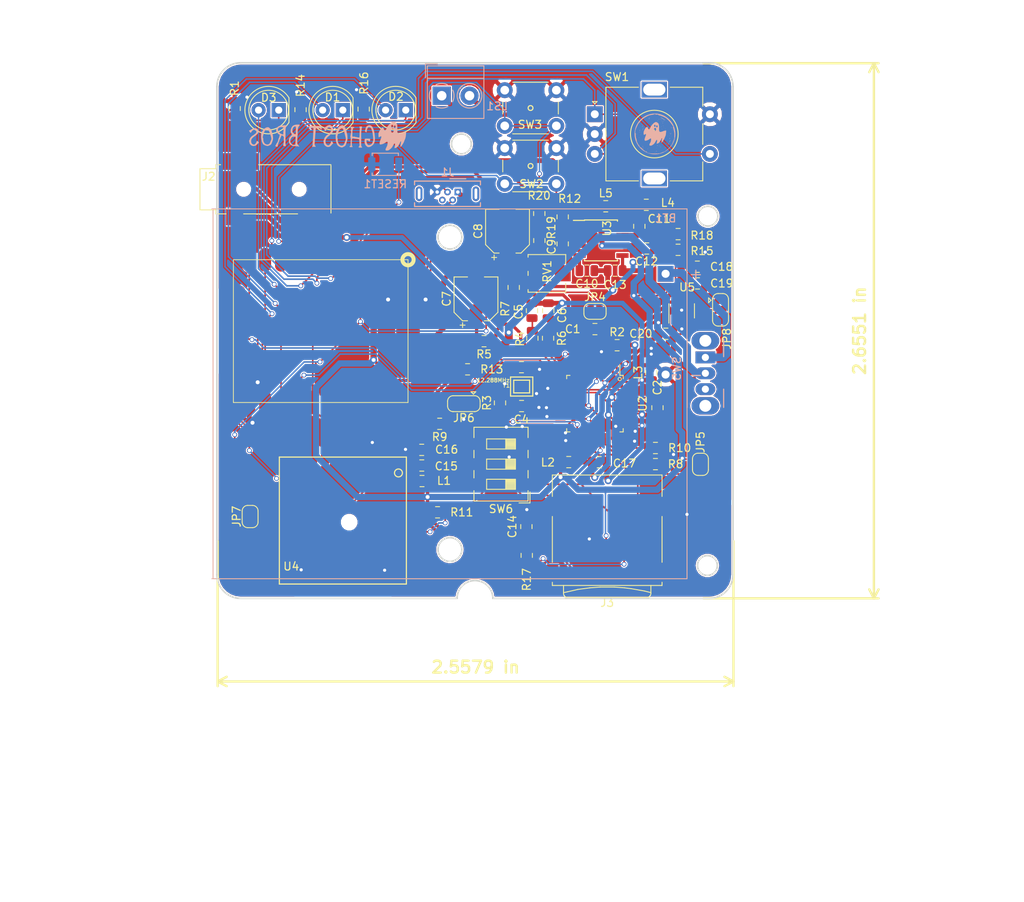
<source format=kicad_pcb>
(kicad_pcb (version 20171130) (host pcbnew "(5.0.0)")
  (title_block (title "Sensory Adaptation Robot") (date 2016-03-10) (rev 0.1a) (company "Idle Hands Dev.") (comment 1 "Sean Hodgins"))
  (layers (0 F.Cu signal) (31 B.Cu signal) (34 B.Paste user) (35 F.Paste user) (36 B.SilkS user) (37 F.SilkS user) (38 B.Mask user) (39 F.Mask user) (44 Edge.Cuts user))
  (net 0 "")
  (net 1 +BATT)
  (net 2 GND)
  (net 3 MP3RST)
  (net 4 GNDA)
  (net 5 "Net-(C2-Pad1)")
  (net 6 "Net-(C3-Pad2)")
  (net 7 "Net-(C4-Pad2)")
  (net 8 "Net-(C5-Pad2)")
  (net 9 "Net-(C6-Pad2)")
  (net 10 "Net-(C7-Pad1)")
  (net 11 R_OUT)
  (net 12 L_OUT)
  (net 13 "Net-(C8-Pad1)")
  (net 14 "Net-(C9-Pad2)")
  (net 15 L_AMP)
  (net 16 "Net-(C10-Pad2)")
  (net 17 "Net-(C11-Pad1)")
  (net 18 +3V3)
  (net 19 "Net-(C13-Pad1)")
  (net 20 VDDA)
  (net 21 "Net-(D1-Pad1)")
  (net 22 "Net-(D2-Pad1)")
  (net 23 "Net-(D3-Pad1)")
  (net 24 3DFIX)
  (net 25 "Net-(J1-Pad1)")
  (net 26 "Net-(J1-Pad2)")
  (net 27 "Net-(J1-Pad3)")
  (net 28 "Net-(J1-Pad4)")
  (net 29 "Net-(J3-Pad8)")
  (net 30 MISO)
  (net 31 SCLK)
  (net 32 MOSI)
  (net 33 SDCS)
  (net 34 "Net-(J3-Pad1)")
  (net 35 RESET)
  (net 36 GPIO1)
  (net 37 MP3RX)
  (net 38 TXO)
  (net 39 MP3SSRX)
  (net 40 "Net-(JP7-Pad2)")
  (net 41 1V8EN)
  (net 42 "Net-(JP8-Pad2)")
  (net 43 "Net-(L1-Pad1)")
  (net 44 LED2)
  (net 45 LED3)
  (net 46 RIGHT)
  (net 47 LEFT)
  (net 48 GPIO0)
  (net 49 MP3CS)
  (net 50 AMPEN)
  (net 51 PUSH1)
  (net 52 ENC2)
  (net 53 ENC1)
  (net 54 PUSH2)
  (net 55 PUSH3)
  (net 56 RXI)
  (net 57 "Net-(U1-Pad2)")
  (net 58 "Net-(U1-Pad11)")
  (net 59 "Net-(U1-Pad12)")
  (net 60 "Net-(U1-Pad13)")
  (net 61 XDCS)
  (net 62 "Net-(U1-Pad25)")
  (net 63 "Net-(U1-Pad26)")
  (net 64 DREQ)
  (net 65 "Net-(U2-Pad1)")
  (net 66 "Net-(U2-Pad2)")
  (net 67 +1V8)
  (net 68 "Net-(U2-Pad9)")
  (net 69 "Net-(U2-Pad10)")
  (net 70 "Net-(U2-Pad11)")
  (net 71 "Net-(U2-Pad12)")
  (net 72 CLKOUT)
  (net 73 "Net-(U2-Pad25)")
  (net 74 MP3TX)
  (net 75 "Net-(U2-Pad36)")
  (net 76 "Net-(U2-Pad42)")
  (net 77 "Net-(U2-Pad48)")
  (net 78 "Net-(U3-Pad2)")
  (net 79 "Net-(U5-Pad4)")
  (net 80 "Net-(BT1-Pad1)")
  (net 81 "Net-(SW5-Pad3)")
  (net 82 "Net-(SW6-Pad4)")
  (net 83 "Net-(SW6-Pad5)")
  (net 84 "Net-(SW6-Pad6)")
  (net 85 "Net-(J2-PadRN)")
  (net 86 "Net-(U4-Pad15)")
  (net 87 "Net-(U4-Pad14)")
  (net 88 "Net-(U4-Pad13)")
  (net 89 "Net-(U4-Pad11)")
  (net 90 "Net-(U4-Pad16)")
  (net 91 "Net-(U4-Pad18)")
  (net 92 "Net-(U4-Pad17)")
  (net 93 "Net-(U4-Pad20)")
  (net 94 "Net-(U4-Pad6)")
  (net 95 "Net-(U4-Pad7)")
  (net 96 "Net-(U4-Pad4)")
  (net 97 "Net-(JP6-Pad3)")
  (net 98 "Net-(C9-Pad1)")
  (net 99 "Net-(L4-Pad1)")
  (net 100 "Net-(L5-Pad1)")
  (module logos:SH_Logo_cu (layer F.Cu) (at 160.37 88.075)
    (fp_text reference G*** hide)
    (fp_text value LOGO hide)
    (fp_poly (pts (xy -0.966646 -2.361155) (xy -0.948879 -2.360407) (xy -0.84604 -2.355022) (xy -0.739541 -2.297778) (xy -0.674771 -2.261873) (xy -0.622761 -2.230414) (xy -0.581522 -2.20198) (xy -0.549062 -2.175151) (xy -0.523389 -2.148508) (xy -0.514141 -2.137016) (xy -0.494586 -2.109271) (xy -0.480605 -2.085298) (xy -0.473268 -2.067503) (xy -0.473645 -2.058293) (xy -0.479136 -2.058268) (xy -0.496428 -2.063406) (xy -0.525867 -2.070616) (xy -0.563974 -2.079172) (xy -0.607268 -2.088346) (xy -0.65227 -2.097414) (xy -0.695501 -2.105647) (xy -0.73348 -2.112319) (xy -0.751789 -2.115196) (xy -0.930469 -2.13493) (xy -1.119725 -2.143181) (xy -1.319217 -2.139994) (xy -1.528603 -2.12541) (xy -1.747543 -2.099474) (xy -1.975697 -2.062228) (xy -2.212723 -2.013717) (xy -2.458281 -1.953982) (xy -2.712031 -1.883068) (xy -2.806394 -1.854478) (xy -2.871596 -1.833942) (xy -2.940851 -1.811442) (xy -3.012659 -1.787523) (xy -3.085515 -1.762732) (xy -3.157918 -1.737613) (xy -3.228364 -1.712712) (xy -3.295352 -1.688575) (xy -3.357378 -1.665747) (xy -3.412941 -1.644773) (xy -3.460537 -1.626198) (xy -3.498664 -1.610569) (xy -3.52582 -1.59843) (xy -3.540502 -1.590328) (xy -3.542479 -1.587274) (xy -3.532993 -1.583035) (xy -3.509509 -1.574386) (xy -3.473168 -1.561704) (xy -3.425109 -1.545362) (xy -3.366472 -1.525737) (xy -3.298396 -1.503203) (xy -3.222021 -1.478137) (xy -3.138486 -1.450912) (xy -3.048932 -1.421904) (xy -2.954498 -1.391489) (xy -2.856323 -1.360042) (xy -2.755547 -1.327937) (xy -2.734686 -1.321313) (xy -2.547969 -1.261696) (xy -2.375432 -1.205797) (xy -2.215933 -1.153188) (xy -2.068328 -1.103439) (xy -1.931475 -1.05612) (xy -1.804231 -1.010801) (xy -1.685453 -0.967054) (xy -1.573997 -0.924448) (xy -1.468721 -0.882554) (xy -1.368483 -0.840941) (xy -1.272138 -0.799182) (xy -1.178545 -0.756845) (xy -1.08656 -0.713501) (xy -0.99504 -0.668722) (xy -0.98425 -0.663339) (xy -0.774484 -0.552525) (xy -0.579843 -0.437329) (xy -0.400167 -0.317646) (xy -0.235294 -0.193372) (xy -0.150813 -0.122981) (xy -0.103199 -0.08042) (xy -0.050857 -0.031239) (xy 0.003055 0.021401) (xy 0.055374 0.074342) (xy 0.102943 0.124423) (xy 0.142599 0.168485) (xy 0.153577 0.181365) (xy 0.202406 0.239699) (xy 0.265906 0.235586) (xy 0.298368 0.231863) (xy 0.340745 0.224699) (xy 0.387712 0.215098) (xy 0.433945 0.204068) (xy 0.437109 0.203244) (xy 0.482555 0.192226) (xy 0.53032 0.182176) (xy 0.577553 0.173529) (xy 0.621401 0.166717) (xy 0.659012 0.162173) (xy 0.687535 0.160332) (xy 0.704116 0.161625) (xy 0.705933 0.162407) (xy 0.712677 0.164011) (xy 0.717064 0.157851) (xy 0.719212 0.142235) (xy 0.719239 0.115469) (xy 0.717264 0.075859) (xy 0.714626 0.037874) (xy 0.70901 -0.031271) (xy 0.702531 -0.097255) (xy 0.694828 -0.162188) (xy 0.685543 -0.228178) (xy 0.674317 -0.297335) (xy 0.660791 -0.371767) (xy 0.644606 -0.453583) (xy 0.625402 -0.544893) (xy 0.602822 -0.647806) (xy 0.582608 -0.737599) (xy 0.564926 -0.816538) (xy 0.548381 -0.892432) (xy 0.533316 -0.963562) (xy 0.520075 -1.028209) (xy 0.509001 -1.084656) (xy 0.500437 -1.131184) (xy 0.494727 -1.166076) (xy 0.492214 -1.187612) (xy 0.492125 -1.190425) (xy 0.499626 -1.202741) (xy 0.520406 -1.214787) (xy 0.551876 -1.225773) (xy 0.591448 -1.234907) (xy 0.636533 -1.2414) (xy 0.66675 -1.243785) (xy 0.725432 -1.243872) (xy 0.773691 -1.236153) (xy 0.815685 -1.219101) (xy 0.85557 -1.19119) (xy 0.885292 -1.163539) (xy 0.916455 -1.128766) (xy 0.94454 -1.089907) (xy 0.969827 -1.045865) (xy 0.992598 -0.995545) (xy 1.013135 -0.937854) (xy 1.031719 -0.871695) (xy 1.04863 -0.795974) (xy 1.064152 -0.709596) (xy 1.078564 -0.611466) (xy 1.092149 -0.500489) (xy 1.105188 -0.37557) (xy 1.114973 -0.269875) (xy 1.120638 -0.206786) (xy 1.126385 -0.144569) (xy 1.131922 -0.086232) (xy 1.136962 -0.03478) (xy 1.141214 0.006778) (xy 1.144312 0.034792) (xy 1.15365 0.113241) (xy 1.285247 0.108665) (xy 1.416597 0.099752) (xy 1.543843 0.083039) (xy 1.623622 0.071431) (xy 1.701567 0.063738) (xy 1.785264 0.059267) (xy 1.813718 0.058423) (xy 1.956593 0.054859) (xy 1.955679 -0.014243) (xy 1.954897 -0.039472) (xy 1.95294 -0.064319) (xy 1.949363 -0.090652) (xy 1.94372 -0.120341) (xy 1.935563 -0.155253) (xy 1.924447 -0.197257) (xy 1.909926 -0.248221) (xy 1.891552 -0.310014) (xy 1.86888 -0.384505) (xy 1.861427 -0.408782) (xy 1.837093 -0.488154) (xy 1.816957 -0.554424) (xy 1.800449 -0.609634) (xy 1.786997 -0.655824) (xy 1.776031 -0.695035) (xy 1.766981 -0.729307) (xy 1.759275 -0.760681) (xy 1.752345 -0.791197) (xy 1.745618 -0.822897) (xy 1.745542 -0.823265) (xy 1.736465 -0.876713) (xy 1.730367 -0.93266) (xy 1.727359 -0.987432) (xy 1.727551 -1.037354) (xy 1.731055 -1.078749) (xy 1.737066 -1.105499) (xy 1.759882 -1.14935) (xy 1.792047 -1.181877) (xy 1.831204 -1.202481) (xy 1.875 -1.210564) (xy 1.921077 -1.205528) (xy 1.967082 -1.186775) (xy 1.991775 -1.170185) (xy 2.030993 -1.133894) (xy 2.068615 -1.087097) (xy 2.10486 -1.029213) (xy 2.139949 -0.959657) (xy 2.174102 -0.877847) (xy 2.207537 -0.783199) (xy 2.240474 -0.67513) (xy 2.273134 -0.553059) (xy 2.305735 -0.4164) (xy 2.338498 -0.264571) (xy 2.345078 -0.232389) (xy 2.355662 -0.180388) (xy 2.365457 -0.132652) (xy 2.373936 -0.091712) (xy 2.380574 -0.060101) (xy 2.384845 -0.040351) (xy 2.385873 -0.035936) (xy 2.389042 -0.026274) (xy 2.394844 -0.020355) (xy 2.40663 -0.017268) (xy 2.427756 -0.016102) (xy 2.459501 -0.015945) (xy 2.543935 -0.017514) (xy 2.632397 -0.022183) (xy 2.726293 -0.030146) (xy 2.827027 -0.041596) (xy 2.936003 -0.056728) (xy 3.054627 -0.075736) (xy 3.184302 -0.098814) (xy 3.326434 -0.126155) (xy 3.472656 -0.155919) (xy 3.613484 -0.184741) (xy 3.739141 -0.209435) (xy 3.849598 -0.229994) (xy 3.944826 -0.246414) (xy 4.024795 -0.258689) (xy 4.089476 -0.266814) (xy 4.096968 -0.267586) (xy 4.165656 -0.274449) (xy 4.170026 -0.24752) (xy 4.172149 -0.221189) (xy 4.169194 -0.19361) (xy 4.160325 -0.160835) (xy 4.144707 -0.118917) (xy 4.14082 -0.109379) (xy 4.126882 -0.077609) (xy 4.115692 -0.058012) (xy 4.105208 -0.047625) (xy 4.09575 -0.043909) (xy 4.074649 -0.040169) (xy 4.039174 -0.034748) (xy 3.990717 -0.027821) (xy 3.930669 -0.019561) (xy 3.860423 -0.010145) (xy 3.78137 0.000253) (xy 3.694903 0.01146) (xy 3.602412 0.023299) (xy 3.50529 0.035596) (xy 3.404929 0.048177) (xy 3.302721 0.060866) (xy 3.200058 0.07349) (xy 3.098331 0.085872) (xy 2.998933 0.097839) (xy 2.903255 0.109216) (xy 2.812689 0.119828) (xy 2.728627 0.129501) (xy 2.652461 0.138059) (xy 2.6035 0.14341) (xy 2.555858 0.148625) (xy 2.513966 0.153367) (xy 2.480249 0.15735) (xy 2.457133 0.160285) (xy 2.447044 0.161886) (xy 2.44681 0.161986) (xy 2.4486 0.169737) (xy 2.454697 0.190285) (xy 2.46439 0.221365) (xy 2.476972 0.260712) (xy 2.491732 0.306061) (xy 2.495684 0.318085) (xy 2.516489 0.382898) (xy 2.536434 0.448673) (xy 2.556057 0.517471) (xy 2.575891 0.591348) (xy 2.596474 0.672366) (xy 2.618341 0.762582) (xy 2.642027 0.864055) (xy 2.668068 0.978845) (xy 2.671058 0.992187) (xy 2.696139 1.103479) (xy 2.718523 1.201066) (xy 2.738666 1.286804) (xy 2.757028 1.362545) (xy 2.774066 1.430143) (xy 2.790238 1.491454) (xy 2.806001 1.54833) (xy 2.821815 1.602625) (xy 2.821966 1.603133) (xy 2.838465 1.656718) (xy 2.853825 1.701774) (xy 2.869834 1.742377) (xy 2.88828 1.782603) (xy 2.910951 1.826528) (xy 2.939634 1.878226) (xy 2.952638 1.901031) (xy 2.989373 1.969597) (xy 3.015458 2.029359) (xy 3.031522 2.082689) (xy 3.038193 2.131955) (xy 3.036099 2.179529) (xy 3.032316 2.201736) (xy 3.022425 2.237902) (xy 3.008916 2.260818) (xy 2.988837 2.273097) (xy 2.959239 2.277349) (xy 2.946796 2.277435) (xy 2.914193 2.274887) (xy 2.882004 2.269093) (xy 2.868011 2.265064) (xy 2.842568 2.252688) (xy 2.814457 2.234156) (xy 2.800542 2.222924) (xy 2.787837 2.211399) (xy 2.776287 2.199896) (xy 2.765318 2.187234) (xy 2.754356 2.172228) (xy 2.742827 2.153696) (xy 2.730159 2.130454) (xy 2.715777 2.10132) (xy 2.699108 2.065111) (xy 2.679578 2.020643) (xy 2.656613 1.966733) (xy 2.629641 1.902199) (xy 2.598086 1.825857) (xy 2.561376 1.736524) (xy 2.543128 1.69203) (xy 2.513146 1.617804) (xy 2.482328 1.539234) (xy 2.450101 1.45477) (xy 2.415894 1.362858) (xy 2.379137 1.261948) (xy 2.339257 1.150486) (xy 2.295683 1.026922) (xy 2.250354 0.896937) (xy 2.209282 0.778913) (xy 2.170742 0.668746) (xy 2.135133 0.567563) (xy 2.102857 0.476492) (xy 2.074314 0.396662) (xy 2.049904 0.329199) (xy 2.030027 0.275232) (xy 2.02392 0.258959) (xy 2.006303 0.212324) (xy 1.965573 0.217434) (xy 1.94752 0.21959) (xy 1.916021 0.223233) (xy 1.873407 0.228099) (xy 1.82201 0.233923) (xy 1.764162 0.24044) (xy 1.702194 0.247386) (xy 1.678781 0.250001) (xy 1.610367 0.257751) (xy 1.540282 0.265901) (xy 1.471941 0.274036) (xy 1.408761 0.281747) (xy 1.354154 0.28862) (xy 1.311538 0.294244) (xy 1.307703 0.294772) (xy 1.182687 0.312086) (xy 1.182687 0.357911) (xy 1.184095 0.380964) (xy 1.187994 0.41598) (xy 1.193898 0.45933) (xy 1.201323 0.507384) (xy 1.207745 0.545165) (xy 1.219326 0.615251) (xy 1.22724 0.675566) (xy 1.232069 0.731633) (xy 1.2344 0.788974) (xy 1.234584 0.798936) (xy 1.235613 0.840079) (xy 1.237212 0.875816) (xy 1.239189 0.903003) (xy 1.24135 0.918498) (xy 1.242073 0.920514) (xy 1.250525 0.928085) (xy 1.269688 0.942368) (xy 1.296928 0.961477) (xy 1.329609 0.983532) (xy 1.338218 0.989217) (xy 1.396402 1.030702) (xy 1.440337 1.070071) (xy 1.471123 1.10925) (xy 1.489864 1.150166) (xy 1.497659 1.194746) (xy 1.495612 1.244917) (xy 1.493365 1.260598) (xy 1.478597 1.303248) (xy 1.449663 1.341059) (xy 1.407945 1.372417) (xy 1.389647 1.382012) (xy 1.350776 1.394618) (xy 1.300919 1.401975) (xy 1.244136 1.403889) (xy 1.184489 1.400165) (xy 1.141784 1.393835) (xy 1.111088 1.387286) (xy 1.073547 1.378119) (xy 1.032282 1.367234) (xy 0.990416 1.355531) (xy 0.951071 1.34391) (xy 0.917369 1.33327) (xy 0.892433 1.324512) (xy 0.879384 1.318535) (xy 0.878726 1.318012) (xy 0.873968 1.307138) (xy 0.867254 1.282704) (xy 0.858999 1.246846) (xy 0.849618 1.201701) (xy 0.839527 1.149405) (xy 0.82914 1.092096) (xy 0.818872 1.03191) (xy 0.809137 0.970983) (xy 0.801886 0.922261) (xy 0.796207 0.880444) (xy 0.789844 0.829885) (xy 0.783066 0.773106) (xy 0.776142 0.712626) (xy 0.769341 0.650967) (xy 0.762933 0.590647) (xy 0.757186 0.534188) (xy 0.75237 0.48411) (xy 0.748755 0.442933) (xy 0.746609 0.413178) (xy 0.746125 0.400241) (xy 0.741903 0.395897) (xy 0.727685 0.395895) (xy 0.701145 0.400313) (xy 0.692546 0.402069) (xy 0.671346 0.406899) (xy 0.639992 0.414556) (xy 0.601117 0.424348) (xy 0.557351 0.435583) (xy 0.511326 0.447566) (xy 0.465673 0.459607) (xy 0.423024 0.471011) (xy 0.386011 0.481087) (xy 0.357264 0.489141) (xy 0.339415 0.494481) (xy 0.334805 0.496241) (xy 0.336534 0.503964) (xy 0.343834 0.520866) (xy 0.348564 0.530468) (xy 0.373754 0.592166) (xy 0.393019 0.664907) (xy 0.405914 0.744834) (xy 0.411994 0.82809) (xy 0.410814 0.910819) (xy 0.401928 0.989163) (xy 0.401694 0.990513) (xy 0.372062 1.115721) (xy 0.327672 1.239386) (xy 0.269642 1.359847) (xy 0.199088 1.475441) (xy 0.117128 1.584509) (xy 0.024878 1.685389) (xy -0.076544 1.776418) (xy -0.175543 1.849079) (xy -0.289765 1.918609) (xy -0.407683 1.978055) (xy -0.531432 2.028175) (xy -0.663149 2.069724) (xy -0.804971 2.103458) (xy -0.959033 2.130134) (xy -0.976313 2.1326) (xy -1.030281 2.13839) (xy -1.096708 2.142716) (xy -1.172248 2.145577) (xy -1.253552 2.146976) (xy -1.337272 2.146914) (xy -1.420062 2.145391) (xy -1.498574 2.14241) (xy -1.56946 2.137971) (xy -1.627188 2.132345) (xy -1.728643 2.118391) (xy -1.833315 2.101055) (xy -1.937685 2.081076) (xy -2.038232 2.059192) (xy -2.131439 2.036141) (xy -2.213786 2.012663) (xy -2.244395 2.002816) (xy -2.33731 1.967936) (xy -2.426837 1.927126) (xy -2.510987 1.881673) (xy -2.587771 1.832863) (xy -2.655201 1.781983) (xy -2.71129 1.730317) (xy -2.754048 1.679154) (xy -2.761221 1.668478) (xy -2.788619 1.613226) (xy -2.803282 1.554507) (xy -2.803853 1.520367) (xy -2.372977 1.520367) (xy -2.371093 1.571578) (xy -2.357909 1.614307) (xy -2.328384 1.659025) (xy -2.284113 1.702851) (xy -2.22622 1.745246) (xy -2.15583 1.785671) (xy -2.074067 1.823591) (xy -1.982058 1.858466) (xy -1.880925 1.889758) (xy -1.771794 1.91693) (xy -1.691015 1.933253) (xy -1.587669 1.950286) (xy -1.495302 1.961144) (xy -1.410364 1.966051) (xy -1.329306 1.965229) (xy -1.26092 1.960203) (xy -1.128127 1.940404) (xy -0.996862 1.908477) (xy -0.868416 1.865319) (xy -0.744076 1.811827) (xy -0.625133 1.748897) (xy -0.512875 1.677427) (xy -0.408592 1.598312) (xy -0.313574 1.51245) (xy -0.22911 1.420737) (xy -0.156488 1.324071) (xy -0.097 1.223347) (xy -0.051932 1.119463) (xy -0.051878 1.119311) (xy -0.027003 1.037828) (xy -0.012476 0.959941) (xy -0.00702 0.878434) (xy -0.006905 0.865187) (xy -0.012806 0.766029) (xy -0.031533 0.672583) (xy -0.060957 0.587375) (xy -0.076578 0.550078) (xy -0.08804 0.52547) (xy -0.097096 0.511504) (xy -0.105498 0.506134) (xy -0.114997 0.507314) (xy -0.125467 0.512053) (xy -0.140085 0.517288) (xy -0.168729 0.525607) (xy -0.209932 0.536647) (xy -0.262223 0.550043) (xy -0.324133 0.565432) (xy -0.394193 0.58245) (xy -0.470934 0.600735) (xy -0.552887 0.619922) (xy -0.638582 0.639648) (xy -0.670719 0.64696) (xy -0.821635 0.682287) (xy -0.95962 0.717074) (xy -1.087551 0.752254) (xy -1.208304 0.788758) (xy -1.324755 0.82752) (xy -1.43978 0.869472) (xy -1.556254 0.915548) (xy -1.677056 0.966679) (xy -1.734255 0.991881) (xy -1.861034 1.050758) (xy -1.972577 1.107737) (xy -2.069364 1.163151) (xy -2.151877 1.217333) (xy -2.220596 1.270617) (xy -2.276001 1.323336) (xy -2.318575 1.375823) (xy -2.340911 1.41244) (xy -2.36282 1.466179) (xy -2.372977 1.520367) (xy -2.803853 1.520367) (xy -2.804253 1.496507) (xy -2.802867 1.486266) (xy -2.785526 1.417523) (xy -2.755336 1.343535) (xy -2.713457 1.266521) (xy -2.66105 1.188701) (xy -2.619974 1.136435) (xy -2.56155 1.07552) (xy -2.488422 1.014735) (xy -2.401755 0.9547) (xy -2.302713 0.896033) (xy -2.19246 0.83935) (xy -2.072159 0.785271) (xy -1.942976 0.734413) (xy -1.806073 0.687395) (xy -1.730375 0.664123) (xy -1.671698 0.647021) (xy -1.61507 0.631039) (xy -1.558806 0.615782) (xy -1.501223 0.600855) (xy -1.440636 0.585865) (xy -1.375361 0.570416) (xy -1.303714 0.554113) (xy -1.224011 0.536561) (xy -1.134568 0.517367) (xy -1.0337 0.496135) (xy -0.919723 0.47247) (xy -0.860986 0.460362) (xy -0.753986 0.438226) (xy -0.653772 0.417258) (xy -0.561339 0.397678) (xy -0.477681 0.379703) (xy -0.403791 0.363553) (xy -0.340665 0.349448) (xy -0.289297 0.337606) (xy -0.25068 0.328247) (xy -0.22581 0.32159) (xy -0.216304 0.318265) (xy -0.216679 0.310203) (xy -0.227591 0.292475) (xy -0.247993 0.266271) (xy -0.276838 0.232782) (xy -0.313081 0.193198) (xy -0.355675 0.148709) (xy -0.403575 0.100505) (xy -0.433377 0.071312) (xy -0.578626 -0.060127) (xy -0.738333 -0.186881) (xy -0.911647 -0.308466) (xy -1.097717 -0.424396) (xy -1.295693 -0.534187) (xy -1.504722 -0.637354) (xy -1.723954 -0.733413) (xy -1.952537 -0.821878) (xy -2.079152 -0.866182) (xy -2.147556 -0.888973) (xy -2.212284 -0.909868) (xy -2.275626 -0.929512) (xy -2.339877 -0.948547) (xy -2.407326 -0.967615) (xy -2.480268 -0.98736) (xy -2.560994 -1.008423) (xy -2.651797 -1.031449) (xy -2.754969 -1.057079) (xy -2.795715 -1.0671) (xy -2.894677 -1.091477) (xy -2.980381 -1.112826) (xy -3.055021 -1.131752) (xy -3.120791 -1.148862) (xy -3.179887 -1.164762) (xy -3.234502 -1.180058) (xy -3.286832 -1.195355) (xy -3.339072 -1.211261) (xy -3.393415 -1.228382) (xy -3.452057 -1.247322) (xy -3.472657 -1.254053) (xy -3.532291 -1.273276) (xy -3.597102 -1.293652) (xy -3.661994 -1.313614) (xy -3.721874 -1.331594) (xy -3.770313 -1.345648) (xy -3.864618 -1.373928) (xy -3.94413 -1.401498) (xy -4.009873 -1.428977) (xy -4.062874 -1.456983) (xy -4.104158 -1.486134) (xy -4.13475 -1.517047) (xy -4.155677 -1.55034) (xy -4.167602 -1.585014) (xy -4.171297 -1.618907) (xy -4.165126 -1.649211) (xy -4.147941 -1.677311) (xy -4.118597 -1.704589) (xy -4.075948 -1.732429) (xy -4.022189 -1.760598) (xy -3.984781 -1.778028) (xy -3.944175 -1.795386) (xy -3.899268 -1.813015) (xy -3.848954 -1.831255) (xy -3.79213 -1.850448) (xy -3.727691 -1.870934) (xy -3.654535 -1.893055) (xy -3.571555 -1.917152) (xy -3.477649 -1.943566) (xy -3.371712 -1.972639) (xy -3.252641 -2.004711) (xy -3.11933 -2.040124) (xy -3.107532 -2.04324) (xy -2.935556 -2.088082) (xy -2.776971 -2.128206) (xy -2.630117 -2.163939) (xy -2.493333 -2.195606) (xy -2.364957 -2.223535) (xy -2.24333 -2.248052) (xy -2.126791 -2.269483) (xy -2.013678 -2.288154) (xy -1.90233 -2.304393) (xy -1.791088 -2.318526) (xy -1.67829 -2.33088) (xy -1.611313 -2.337375) (xy -1.547433 -2.342628) (xy -1.474808 -2.347466) (xy -1.396356 -2.351786) (xy -1.314994 -2.355486) (xy -1.233639 -2.358467) (xy -1.155209 -2.360625) (xy -1.082622 -2.36186) (xy -1.018795 -2.362071) (xy -0.966646 -2.361155)) (layer F.Cu) (width 0.01))
  )
  (module logos:SH_Logo (layer F.Cu) (at 160.37 88.05)
    (fp_text reference G*** hide)
    (fp_text value LOGO hide)
  )
  (module logos:GBoys_Logo (layer B.Cu) (at 155.15 41.43 180)
    (fp_text reference G*** hide)
    (fp_text value LOGO hide)
  )
  (module project_footprints:BatteryHolder_BH3AAPC_3xAA (layer B.Cu) (at 156.5 59.08 180)
    (fp_text reference BT1 (at 0 7) (layer B.SilkS) (effects (justify mirror)))
    (fp_text value Battery)
    (fp_text user - (at -3.81 -12.7 180) (layer B.SilkS) (effects (font (size 1.5 1.5)) (justify mirror)))
    (fp_text user + (at -3.81 0 180) (layer B.SilkS) (effects (font (size 1.5 1.5)) (justify mirror)))
    (pad 1 thru_hole rect (at 0 0 180) (size 2 2) (drill 1.02) (layers *.Cu *.Mask) (net 80 "Net-(BT1-Pad1)"))
    (pad 2 thru_hole circle (at 0 -12.7 180) (size 2 2) (drill 1.02) (layers *.Cu *.Mask) (net 2 GND))
    (pad "" np_thru_hole circle (at 27.17 4.62 180) (size 2.5 2.5) (drill 2.5) (layers *.Cu *.Mask))
    (pad "" np_thru_hole circle (at 27.17 -34.75 180) (size 2.5 2.5) (drill 2.5) (layers *.Cu *.Mask))
  )
  (module project_footprints:SAMD_HCC_G_FOOT (layer F.Cu) (at 113.058 66.304 270)
    (fp_text reference U1 hide)
    (fp_text value SAMD21_MOD)
    (pad 6 smd oval (at -9 1 270) (size 3 1.5) (layers F.Cu F.Paste F.Mask) (net 51 PUSH1))
    (pad 5 smd oval (at -9 -1 270) (size 3 1.5) (layers F.Cu F.Paste F.Mask) (net 52 ENC2))
    (pad 4 smd oval (at -9 -3 270) (size 3 1.5) (layers F.Cu F.Paste F.Mask) (net 53 ENC1))
    (pad 3 smd oval (at -9 -5 270) (size 3 1.5) (layers F.Cu F.Paste F.Mask) (net 35 RESET))
    (pad 9 smd oval (at -9 7 270) (size 3 1.5) (layers F.Cu F.Paste F.Mask) (net 38 TXO))
    (pad 7 smd oval (at -9 3 270) (size 3 1.5) (layers F.Cu F.Paste F.Mask) (net 54 PUSH2))
    (pad 10 smd oval (at -9 9 270) (size 3 1.5) (layers F.Cu F.Paste F.Mask) (net 56 RXI))
    (pad 8 smd oval (at -9 5 270) (size 3 1.5) (layers F.Cu F.Paste F.Mask) (net 55 PUSH3))
    (pad 2 smd oval (at -9 -7 270) (size 3 1.5) (layers F.Cu F.Paste F.Mask) (net 57 "Net-(U1-Pad2)"))
    (pad 1 smd oval (at -9 -9 270) (size 3 1.5) (layers F.Cu F.Paste F.Mask) (net 18 +3V3))
    (pad 11 smd oval (at -5 11 180) (size 3 1.5) (layers F.Cu F.Paste F.Mask) (net 58 "Net-(U1-Pad11)"))
    (pad 12 smd oval (at -3 11 180) (size 3 1.5) (layers F.Cu F.Paste F.Mask) (net 59 "Net-(U1-Pad12)"))
    (pad 13 smd oval (at -1 11 180) (size 3 1.5) (layers F.Cu F.Paste F.Mask) (net 60 "Net-(U1-Pad13)"))
    (pad 14 smd oval (at 1 11 180) (size 3 1.5) (layers F.Cu F.Paste F.Mask) (net 61 XDCS))
    (pad 15 smd oval (at 3 11 180) (size 3 1.5) (layers F.Cu F.Paste F.Mask) (net 49 MP3CS))
    (pad 16 smd oval (at 5 11 180) (size 3 1.5) (layers F.Cu F.Paste F.Mask) (net 33 SDCS))
    (pad 23 smd oval (at 9 -3 270) (size 3 1.5) (layers F.Cu F.Paste F.Mask) (net 83 "Net-(SW6-Pad5)"))
    (pad 24 smd oval (at 9 -5 270) (size 3 1.5) (layers F.Cu F.Paste F.Mask) (net 82 "Net-(SW6-Pad4)"))
    (pad 22 smd oval (at 9 -1 270) (size 3 1.5) (layers F.Cu F.Paste F.Mask) (net 84 "Net-(SW6-Pad6)"))
    (pad 21 smd oval (at 9 1 270) (size 3 1.5) (layers F.Cu F.Paste F.Mask) (net 24 3DFIX))
    (pad 25 smd oval (at 9 -7 270) (size 3 1.5) (layers F.Cu F.Paste F.Mask) (net 62 "Net-(U1-Pad25)"))
    (pad 26 smd oval (at 9 -9 270) (size 3 1.5) (layers F.Cu F.Paste F.Mask) (net 63 "Net-(U1-Pad26)"))
    (pad 18 smd oval (at 9 7 270) (size 3 1.5) (layers F.Cu F.Paste F.Mask) (net 45 LED3))
    (pad 17 smd oval (at 9 9 270) (size 3 1.5) (layers F.Cu F.Paste F.Mask) (net 2 GND))
    (pad 20 smd oval (at 9 3 270) (size 3 1.5) (layers F.Cu F.Paste F.Mask) (net 64 DREQ))
    (pad 19 smd oval (at 9 5 270) (size 3 1.5) (layers F.Cu F.Paste F.Mask) (net 44 LED2))
    (pad 30 smd oval (at -2 -11 180) (size 3 1.5) (layers F.Cu F.Paste F.Mask) (net 27 "Net-(J1-Pad3)"))
    (pad 28 smd oval (at 2 -11 180) (size 3 1.5) (layers F.Cu F.Paste F.Mask) (net 25 "Net-(J1-Pad1)"))
    (pad 31 smd oval (at -4 -11 180) (size 3 1.5) (layers F.Cu F.Paste F.Mask) (net 2 GND))
    (pad 29 smd oval (at 0 -11 180) (size 3 1.5) (layers F.Cu F.Paste F.Mask) (net 26 "Net-(J1-Pad2)"))
    (pad 27 smd oval (at 4 -11 180) (size 3 1.5) (layers F.Cu F.Paste F.Mask) (net 1 +BATT))
  )
  (module project_footprints:crystal_fa128 (layer F.Cu) (at 138.37 73.29 180)
    (fp_text reference Y1 (at 1.944 0.128 180) (layer F.SilkS) (effects (font (size 0.49784 0.49784) (thickness 0.09906))))
    (fp_text value 12.288MHz (at 3.58 0.79 180) (layer F.SilkS) (effects (font (size 0.49784 0.49784) (thickness 0.09906))))
    (pad 1 smd rect (at -0.7239 0.5715 180) (size 0.94996 0.84836) (layers F.Cu F.Paste F.Mask) (net 6 "Net-(C3-Pad2)"))
    (pad 3 smd rect (at 0.7239 -0.5715 180) (size 0.94996 0.84836) (layers F.Cu F.Paste F.Mask) (net 7 "Net-(C4-Pad2)"))
    (pad 2 smd rect (at 0.7239 0.5715 180) (size 0.94996 0.84836) (layers F.Cu F.Paste F.Mask) (net 2 GND))
    (pad 4 smd rect (at -0.7239 -0.5715 180) (size 0.94996 0.84836) (layers F.Cu F.Paste F.Mask) (net 2 GND))
  )
  (module Button_Switch_THT:SW_PUSH_6mm_H13mm (layer F.Cu) (at 142.74 47.74 180)
    (fp_text reference SW2 (at 3.13 -0.02 180) (layer F.SilkS))
    (fp_text value SW_Push)
    (pad 1 thru_hole circle (at 6.5 0 270) (size 2 2) (drill 1.1) (layers *.Cu *.Mask) (net 54 PUSH2))
    (pad 2 thru_hole circle (at 6.5 4.5 270) (size 2 2) (drill 1.1) (layers *.Cu *.Mask) (net 2 GND))
    (pad 1 thru_hole circle (at 0 0 270) (size 2 2) (drill 1.1) (layers *.Cu *.Mask) (net 54 PUSH2))
    (pad 2 thru_hole circle (at 0 4.5 270) (size 2 2) (drill 1.1) (layers *.Cu *.Mask) (net 2 GND))
  )
  (module Button_Switch_THT:SW_PUSH_6mm_H13mm (layer F.Cu) (at 142.74 40.44 180)
    (fp_text reference SW3 (at 3.32 0.16 180) (layer F.SilkS))
    (fp_text value SW_Push)
    (pad 1 thru_hole circle (at 6.5 0 270) (size 2 2) (drill 1.1) (layers *.Cu *.Mask) (net 55 PUSH3))
    (pad 2 thru_hole circle (at 6.5 4.5 270) (size 2 2) (drill 1.1) (layers *.Cu *.Mask) (net 2 GND))
    (pad 1 thru_hole circle (at 0 0 270) (size 2 2) (drill 1.1) (layers *.Cu *.Mask) (net 55 PUSH3))
    (pad 2 thru_hole circle (at 0 4.5 270) (size 2 2) (drill 1.1) (layers *.Cu *.Mask) (net 2 GND))
  )
  (module project_footprints:Jack_3.5mm_35RASMT4BHNTRX_Horizontal (layer F.Cu) (at 99.85 48.43)
    (fp_text reference J2 (at -0.9 -1.6) (layer F.SilkS))
    (fp_text value HPJACK)
    (pad T smd rect (at 11.7 3.5 90) (size 2.1 2.7) (layers F.Cu F.Paste F.Mask) (net 12 L_OUT))
    (pad S smd rect (at 2.4 3.5 90) (size 2.1 2.2) (layers F.Cu F.Paste F.Mask) (net 4 GNDA))
    (pad TN smd rect (at 15.8 -1.05 90) (size 2.7 2.6) (layers F.Cu F.Paste F.Mask) (net 15 L_AMP))
    (pad R smd rect (at 4.3 -3.5 90) (size 2.1 2.2) (layers F.Cu F.Paste F.Mask) (net 11 R_OUT))
    (pad "" np_thru_hole circle (at 3.5 0 90) (size 1.6 1.6) (drill 1.6) (layers *.Cu *.Mask))
    (pad "" np_thru_hole circle (at 10.5 0 90) (size 1.6 1.6) (drill 1.6) (layers *.Cu *.Mask))
    (pad RN smd rect (at 1.6 -3.5 90) (size 2.1 2) (layers F.Cu F.Paste F.Mask) (net 85 "Net-(J2-PadRN)"))
  )
  (module Capacitor_SMD:C_0805_2012Metric (layer F.Cu) (at 147.602 66.05)
    (fp_text reference C1 (at -2.794 0) (layer F.SilkS))
    (fp_text value 0.1uF)
    (pad 1 smd roundrect (at -0.9375 0) (size 0.975 1.4) (layers F.Cu F.Paste F.Mask) (net 2 GND))
    (pad 2 smd roundrect (at 0.9375 0) (size 0.975 1.4) (layers F.Cu F.Paste F.Mask) (net 3 MP3RST))
  )
  (module Capacitor_SMD:C_0805_2012Metric (layer F.Cu) (at 155.476 75.956 270)
    (fp_text reference C2 (at -2.54 0 270) (layer F.SilkS))
    (fp_text value 1uF)
    (pad 2 smd roundrect (at 0.9375 0 270) (size 0.975 1.4) (layers F.Cu F.Paste F.Mask) (net 4 GNDA))
    (pad 1 smd roundrect (at -0.9375 0 270) (size 0.975 1.4) (layers F.Cu F.Paste F.Mask) (net 5 "Net-(C2-Pad1)"))
  )
  (module Capacitor_SMD:C_0805_2012Metric (layer F.Cu) (at 138.345 70.85 180)
    (fp_text reference C3 hide)
    (fp_text value 22pF)
    (pad 2 smd roundrect (at 0.9375 0 180) (size 0.975 1.4) (layers F.Cu F.Paste F.Mask) (net 6 "Net-(C3-Pad2)"))
    (pad 1 smd roundrect (at -0.9375 0 180) (size 0.975 1.4) (layers F.Cu F.Paste F.Mask) (net 2 GND))
  )
  (module Capacitor_SMD:C_0805_2012Metric (layer F.Cu) (at 138.36 75.75 180)
    (fp_text reference C4 (at 0.013 -1.69 180) (layer F.SilkS))
    (fp_text value 22pF)
    (pad 1 smd roundrect (at -0.9375 0 180) (size 0.975 1.4) (layers F.Cu F.Paste F.Mask) (net 2 GND))
    (pad 2 smd roundrect (at 0.9375 0 180) (size 0.975 1.4) (layers F.Cu F.Paste F.Mask) (net 7 "Net-(C4-Pad2)"))
  )
  (module Capacitor_SMD:C_0805_2012Metric (layer F.Cu) (at 139.67 63.725 270)
    (fp_text reference C5 (at 0.135 1.69 270) (layer F.SilkS))
    (fp_text value 10nF)
    (pad 1 smd roundrect (at -0.9375 0 270) (size 0.975 1.4) (layers F.Cu F.Paste F.Mask) (net 4 GNDA))
    (pad 2 smd roundrect (at 0.9375 0 270) (size 0.975 1.4) (layers F.Cu F.Paste F.Mask) (net 8 "Net-(C5-Pad2)"))
  )
  (module Capacitor_SMD:C_0805_2012Metric (layer F.Cu) (at 141.72 63.725 270)
    (fp_text reference C6 (at 0.595 -1.74 270) (layer F.SilkS))
    (fp_text value 10nF)
    (pad 1 smd roundrect (at -0.9375 0 270) (size 0.975 1.4) (layers F.Cu F.Paste F.Mask) (net 4 GNDA))
    (pad 2 smd roundrect (at 0.9375 0 270) (size 0.975 1.4) (layers F.Cu F.Paste F.Mask) (net 9 "Net-(C6-Pad2)"))
  )
  (module Capacitor_SMD:CP_Elec_5x5.3 (layer F.Cu) (at 132.616 62.24 90)
    (fp_text reference C7 (at 0 -3.7 90) (layer F.SilkS))
    (fp_text value 220uF)
    (pad 1 smd rect (at -2.2 0 90) (size 3 1.6) (layers F.Cu F.Paste F.Mask) (net 10 "Net-(C7-Pad1)"))
    (pad 2 smd rect (at 2.2 0 90) (size 3 1.6) (layers F.Cu F.Paste F.Mask) (net 11 R_OUT))
  )
  (module Capacitor_SMD:CP_Elec_5x5.3 (layer F.Cu) (at 136.59 53.71 90)
    (fp_text reference C8 (at 0 -3.7 90) (layer F.SilkS))
    (fp_text value 220uF)
    (pad 2 smd rect (at 2.2 0 90) (size 3 1.6) (layers F.Cu F.Paste F.Mask) (net 12 L_OUT))
    (pad 1 smd rect (at -2.2 0 90) (size 3 1.6) (layers F.Cu F.Paste F.Mask) (net 13 "Net-(C8-Pad1)"))
  )
  (module Capacitor_SMD:C_0805_2012Metric (layer F.Cu) (at 143.538 55.31 90)
    (fp_text reference C9 (at -0.36 -1.408 90) (layer F.SilkS))
    (fp_text value 1uF)
    (pad 2 smd roundrect (at 0.9375 0 90) (size 0.975 1.4) (layers F.Cu F.Paste F.Mask) (net 14 "Net-(C9-Pad2)"))
    (pad 1 smd roundrect (at -0.9375 0 90) (size 0.975 1.4) (layers F.Cu F.Paste F.Mask) (net 98 "Net-(C9-Pad1)"))
  )
  (module Capacitor_SMD:C_0805_2012Metric (layer F.Cu) (at 146.586 58.684 180)
    (fp_text reference C10 (at 0 -1.65 180) (layer F.SilkS))
    (fp_text value 1uF)
    (pad 2 smd roundrect (at 0.9375 0 180) (size 0.975 1.4) (layers F.Cu F.Paste F.Mask) (net 16 "Net-(C10-Pad2)"))
    (pad 1 smd roundrect (at -0.9375 0 180) (size 0.975 1.4) (layers F.Cu F.Paste F.Mask) (net 4 GNDA))
  )
  (module Capacitor_SMD:C_0805_2012Metric (layer F.Cu) (at 153.19 53.096 270)
    (fp_text reference C11 (at -0.946 -2.51) (layer F.SilkS))
    (fp_text value 220pF)
    (pad 1 smd roundrect (at -0.9375 0 270) (size 0.975 1.4) (layers F.Cu F.Paste F.Mask) (net 17 "Net-(C11-Pad1)"))
    (pad 2 smd roundrect (at 0.9375 0 270) (size 0.975 1.4) (layers F.Cu F.Paste F.Mask) (net 4 GNDA))
  )
  (module Capacitor_SMD:C_0805_2012Metric (layer F.Cu) (at 154.1275 55.89 180)
    (fp_text reference C12 (at 0.0275 -1.62 180) (layer F.SilkS))
    (fp_text value 1uF)
    (pad 1 smd roundrect (at -0.9375 0 180) (size 0.975 1.4) (layers F.Cu F.Paste F.Mask) (net 4 GNDA))
    (pad 2 smd roundrect (at 0.9375 0 180) (size 0.975 1.4) (layers F.Cu F.Paste F.Mask) (net 18 +3V3))
  )
  (module Capacitor_SMD:C_0805_2012Metric (layer F.Cu) (at 150.142 58.684 180)
    (fp_text reference C13 (at 0 -1.778 180) (layer F.SilkS))
    (fp_text value 220pF)
    (pad 2 smd roundrect (at 0.9375 0 180) (size 0.975 1.4) (layers F.Cu F.Paste F.Mask) (net 4 GNDA))
    (pad 1 smd roundrect (at -0.9375 0 180) (size 0.975 1.4) (layers F.Cu F.Paste F.Mask) (net 19 "Net-(C13-Pad1)"))
  )
  (module Capacitor_SMD:C_0805_2012Metric (layer F.Cu) (at 138.966 90.942 270)
    (fp_text reference C14 (at 0 1.778 270) (layer F.SilkS))
    (fp_text value 1uF)
    (pad 1 smd roundrect (at -0.9375 0 270) (size 0.975 1.4) (layers F.Cu F.Paste F.Mask) (net 2 GND))
    (pad 2 smd roundrect (at 0.9375 0 270) (size 0.975 1.4) (layers F.Cu F.Paste F.Mask) (net 18 +3V3))
  )
  (module Capacitor_SMD:C_0805_2012Metric (layer F.Cu) (at 125.79 83.24)
    (fp_text reference C15 (at 3.09 0.09) (layer F.SilkS))
    (fp_text value 0.1uF)
    (pad 2 smd roundrect (at 0.9375 0) (size 0.975 1.4) (layers F.Cu F.Paste F.Mask) (net 18 +3V3))
    (pad 1 smd roundrect (at -0.9375 0) (size 0.975 1.4) (layers F.Cu F.Paste F.Mask) (net 2 GND))
  )
  (module Capacitor_SMD:C_0805_2012Metric (layer F.Cu) (at 125.78 81.27)
    (fp_text reference C16 (at 3.14 -0.04) (layer F.SilkS))
    (fp_text value 10uF)
    (pad 2 smd roundrect (at 0.9375 0) (size 0.975 1.4) (layers F.Cu F.Paste F.Mask) (net 18 +3V3))
    (pad 1 smd roundrect (at -0.9375 0) (size 0.975 1.4) (layers F.Cu F.Paste F.Mask) (net 2 GND))
  )
  (module Capacitor_SMD:C_0805_2012Metric (layer F.Cu) (at 148.145 82.825 180)
    (fp_text reference C17 (at -3.175 -0.15 180) (layer F.SilkS))
    (fp_text value 0.1uF)
    (pad 1 smd roundrect (at -0.9375 0 180) (size 0.975 1.4) (layers F.Cu F.Paste F.Mask) (net 4 GNDA))
    (pad 2 smd roundrect (at 0.9375 0 180) (size 0.975 1.4) (layers F.Cu F.Paste F.Mask) (net 20 VDDA))
  )
  (module LED_THT:LED_D5.0mm (layer F.Cu) (at 115.845 38.45 180)
    (fp_text reference D1 (at 1.295 1.61 180) (layer F.SilkS))
    (fp_text value LED)
    (pad 1 thru_hole rect (at 0 0 180) (size 1.8 1.8) (drill 0.9) (layers *.Cu *.Mask) (net 21 "Net-(D1-Pad1)"))
    (pad 2 thru_hole circle (at 2.54 0 180) (size 1.8 1.8) (drill 0.9) (layers *.Cu *.Mask) (net 44 LED2))
  )
  (module LED_THT:LED_D5.0mm (layer F.Cu) (at 123.77 38.45 180)
    (fp_text reference D2 (at 1.23 1.69 180) (layer F.SilkS))
    (fp_text value LED)
    (pad 2 thru_hole circle (at 2.54 0 180) (size 1.8 1.8) (drill 0.9) (layers *.Cu *.Mask) (net 45 LED3))
    (pad 1 thru_hole rect (at 0 0 180) (size 1.8 1.8) (drill 0.9) (layers *.Cu *.Mask) (net 22 "Net-(D2-Pad1)"))
  )
  (module LED_THT:LED_D5.0mm (layer F.Cu) (at 107.77 38.45 180)
    (fp_text reference D3 (at 1.26 1.57 180) (layer F.SilkS))
    (fp_text value LED)
    (pad 1 thru_hole rect (at 0 0 180) (size 1.8 1.8) (drill 0.9) (layers *.Cu *.Mask) (net 23 "Net-(D3-Pad1)"))
    (pad 2 thru_hole circle (at 2.54 0 180) (size 1.8 1.8) (drill 0.9) (layers *.Cu *.Mask) (net 24 3DFIX))
  )
  (module Connector_USB:USB_Micro-B_Wuerth_614105150721_Vertical (layer B.Cu) (at 130.33 48.778 180)
    (fp_text reference J1 (at 1.3 2.48 180) (layer B.SilkS) (effects (justify mirror)))
    (fp_text value USB_OTG)
    (pad 1 thru_hole rect (at 0 0 180) (size 0.84 0.84) (drill 0.44) (layers *.Cu *.Mask) (net 25 "Net-(J1-Pad1)"))
    (pad 2 thru_hole circle (at 0.65 -1 180) (size 0.84 0.84) (drill 0.44) (layers *.Cu *.Mask) (net 26 "Net-(J1-Pad2)"))
    (pad 3 thru_hole circle (at 1.3 0 180) (size 0.84 0.84) (drill 0.44) (layers *.Cu *.Mask) (net 27 "Net-(J1-Pad3)"))
    (pad 4 thru_hole circle (at 1.95 -1 180) (size 0.84 0.84) (drill 0.44) (layers *.Cu *.Mask) (net 28 "Net-(J1-Pad4)"))
    (pad 5 thru_hole circle (at 2.6 0 180) (size 0.84 0.84) (drill 0.44) (layers *.Cu *.Mask) (net 2 GND))
    (pad 0 thru_hole oval (at -2.275 -0.22 180) (size 0.85 1.85) (drill oval 0.35 1.35) (layers *.Cu *.Mask))
    (pad 0 thru_hole oval (at 4.875 -0.22 180) (size 0.85 1.85) (drill oval 0.35 1.35) (layers *.Cu *.Mask))
  )
  (module Connector_Card:microSD_HC_Wuerth_693072010801 (layer F.Cu) (at 149.145 92.55 180)
    (fp_text reference J3 (at 0 -7.99 180) (layer F.SilkS))
    (fp_text value Micro_SD_Card)
    (pad 0 smd rect (at 6.875 -4.15 180) (size 1.45 2) (layers F.Cu F.Paste F.Mask))
    (pad 0 smd rect (at -6.875 -4.15 180) (size 1.45 2) (layers F.Cu F.Paste F.Mask))
    (pad 0 smd rect (at -6.875 4.15 180) (size 1.45 2) (layers F.Cu F.Paste F.Mask))
    (pad 0 smd rect (at 6.875 4.15 180) (size 1.45 2) (layers F.Cu F.Paste F.Mask))
    (pad 8 smd rect (at 4.5 -1.55 180) (size 0.8 1.5) (layers F.Cu F.Paste F.Mask) (net 29 "Net-(J3-Pad8)"))
    (pad 7 smd rect (at 3.4 -1.55 180) (size 0.8 1.5) (layers F.Cu F.Paste F.Mask) (net 30 MISO))
    (pad 6 smd rect (at 2.3 -1.55 180) (size 0.8 1.5) (layers F.Cu F.Paste F.Mask) (net 2 GND))
    (pad 5 smd rect (at 1.2 -1.55 180) (size 0.8 1.5) (layers F.Cu F.Paste F.Mask) (net 31 SCLK))
    (pad 4 smd rect (at 0.1 -1.55 180) (size 0.8 1.5) (layers F.Cu F.Paste F.Mask) (net 18 +3V3))
    (pad 3 smd rect (at -1 -1.55 180) (size 0.8 1.5) (layers F.Cu F.Paste F.Mask) (net 32 MOSI))
    (pad 2 smd rect (at -2.1 -1.55 180) (size 0.8 1.5) (layers F.Cu F.Paste F.Mask) (net 33 SDCS))
    (pad 1 smd rect (at -3.2 -1.55 180) (size 0.8 1.5) (layers F.Cu F.Paste F.Mask) (net 34 "Net-(J3-Pad1)"))
  )
  (module Jumper:SolderJumper-2_P1.3mm_Open_RoundedPad1.0x1.5mm (layer F.Cu) (at 160.89 83.09 270)
    (fp_text reference JP5 (at -2.794 0 270) (layer F.SilkS))
    (fp_text value RST)
    (pad 1 smd custom (at -0.65 0 270) (size 1 0.5) (layers F.Cu F.Mask) (net 18 +3V3) (options (clearance outline) (anchor rect)) (primitives (gr_circle (center 0 0.25) (end 0.5 0.25) (width 0)) (gr_circle (center 0 -0.25) (end 0.5 -0.25) (width 0)) (gr_poly (pts (xy 0 -0.75) (xy 0.5 -0.75) (xy 0.5 0.75) (xy 0 0.75)) (width 0))))
    (pad 2 smd custom (at 0.65 0 270) (size 1 0.5) (layers F.Cu F.Mask) (net 36 GPIO1) (options (clearance outline) (anchor rect)) (primitives (gr_circle (center 0 0.25) (end 0.5 0.25) (width 0)) (gr_circle (center 0 -0.25) (end 0.5 -0.25) (width 0)) (gr_poly (pts (xy 0 -0.75) (xy -0.5 -0.75) (xy -0.5 0.75) (xy 0 0.75)) (width 0))))
  )
  (module Jumper:SolderJumper-3_P1.3mm_Open_RoundedPad1.0x1.5mm (layer F.Cu) (at 131.092 75.448 180)
    (fp_text reference JP6 (at 0 -1.8 180) (layer F.SilkS))
    (fp_text value MP3RXSEL)
    (pad 2 smd rect (at 0 0 180) (size 1 1.5) (layers F.Cu F.Mask) (net 37 MP3RX))
    (pad 3 smd custom (at 1.3 0 180) (size 1 0.5) (layers F.Cu F.Mask) (net 97 "Net-(JP6-Pad3)") (options (clearance outline) (anchor rect)) (primitives (gr_circle (center 0 0.25) (end 0.5 0.25) (width 0)) (gr_circle (center 0 -0.25) (end 0.5 -0.25) (width 0)) (gr_poly (pts (xy -0.55 -0.75) (xy 0 -0.75) (xy 0 0.75) (xy -0.55 0.75)) (width 0))))
    (pad 1 smd custom (at -1.3 0 180) (size 1 0.5) (layers F.Cu F.Mask) (net 39 MP3SSRX) (options (clearance outline) (anchor rect)) (primitives (gr_circle (center 0 0.25) (end 0.5 0.25) (width 0)) (gr_circle (center 0 -0.25) (end 0.5 -0.25) (width 0)) (gr_poly (pts (xy 0.55 -0.75) (xy 0 -0.75) (xy 0 0.75) (xy 0.55 0.75)) (width 0))))
  )
  (module Jumper:SolderJumper-2_P1.3mm_Open_RoundedPad1.0x1.5mm (layer F.Cu) (at 104.168 89.672 270)
    (fp_text reference JP7 (at 0 1.702999 270) (layer F.SilkS))
    (fp_text value RST)
    (pad 1 smd custom (at -0.65 0 270) (size 1 0.5) (layers F.Cu F.Mask) (net 35 RESET) (options (clearance outline) (anchor rect)) (primitives (gr_circle (center 0 0.25) (end 0.5 0.25) (width 0)) (gr_circle (center 0 -0.25) (end 0.5 -0.25) (width 0)) (gr_poly (pts (xy 0 -0.75) (xy 0.5 -0.75) (xy 0.5 0.75) (xy 0 0.75)) (width 0))))
    (pad 2 smd custom (at 0.65 0 270) (size 1 0.5) (layers F.Cu F.Mask) (net 40 "Net-(JP7-Pad2)") (options (clearance outline) (anchor rect)) (primitives (gr_circle (center 0 0.25) (end 0.5 0.25) (width 0)) (gr_circle (center 0 -0.25) (end 0.5 -0.25) (width 0)) (gr_poly (pts (xy 0 -0.75) (xy -0.5 -0.75) (xy -0.5 0.75) (xy 0 0.75)) (width 0))))
  )
  (module Jumper:SolderJumper-3_P1.3mm_Open_RoundedPad1.0x1.5mm (layer F.Cu) (at 163.42 63.62 270)
    (fp_text reference JP8 (at 3.65 -0.79 270) (layer F.SilkS))
    (fp_text value 1v8EN)
    (pad 1 smd custom (at -1.3 0 270) (size 1 0.5) (layers F.Cu F.Mask) (net 41 1V8EN) (options (clearance outline) (anchor rect)) (primitives (gr_circle (center 0 0.25) (end 0.5 0.25) (width 0)) (gr_circle (center 0 -0.25) (end 0.5 -0.25) (width 0)) (gr_poly (pts (xy 0.55 -0.75) (xy 0 -0.75) (xy 0 0.75) (xy 0.55 0.75)) (width 0))))
    (pad 3 smd custom (at 1.3 0 270) (size 1 0.5) (layers F.Cu F.Mask) (net 1 +BATT) (options (clearance outline) (anchor rect)) (primitives (gr_circle (center 0 0.25) (end 0.5 0.25) (width 0)) (gr_circle (center 0 -0.25) (end 0.5 -0.25) (width 0)) (gr_poly (pts (xy -0.55 -0.75) (xy 0 -0.75) (xy 0 0.75) (xy -0.55 0.75)) (width 0))))
    (pad 2 smd rect (at 0 0 270) (size 1 1.5) (layers F.Cu F.Mask) (net 42 "Net-(JP8-Pad2)"))
  )
  (module Inductor_SMD:L_0805_2012Metric (layer F.Cu) (at 125.82 85.2)
    (fp_text reference L1 (at 2.77 -0.04) (layer F.SilkS))
    (fp_text value AFLTR)
    (pad 2 smd roundrect (at 0.9375 0) (size 0.975 1.4) (layers F.Cu F.Paste F.Mask) (net 18 +3V3))
    (pad 1 smd roundrect (at -0.9375 0) (size 0.975 1.4) (layers F.Cu F.Paste F.Mask) (net 43 "Net-(L1-Pad1)"))
  )
  (module Inductor_SMD:L_0805_2012Metric (layer F.Cu) (at 144.3 82.814 180)
    (fp_text reference L2 (at 2.63 -0.036 180) (layer F.SilkS))
    (fp_text value AFLTR)
    (pad 1 smd roundrect (at -0.9375 0 180) (size 0.975 1.4) (layers F.Cu F.Paste F.Mask) (net 20 VDDA))
    (pad 2 smd roundrect (at 0.9375 0 180) (size 0.975 1.4) (layers F.Cu F.Paste F.Mask) (net 18 +3V3))
  )
  (module Inductor_SMD:L_0805_2012Metric (layer F.Cu) (at 154.695 71.5375 90)
    (fp_text reference L3 (at 0 -1.65 90) (layer F.SilkS))
    (fp_text value GFLTR)
    (pad 1 smd roundrect (at -0.9375 0 90) (size 0.975 1.4) (layers F.Cu F.Paste F.Mask) (net 4 GNDA))
    (pad 2 smd roundrect (at 0.9375 0 90) (size 0.975 1.4) (layers F.Cu F.Paste F.Mask) (net 2 GND))
  )
  (module TerminalBlock_MetzConnect:TerminalBlock_MetzConnect_Type059_RT06302HBWC_1x02_P3.50mm_Horizontal (layer B.Cu) (at 128.3 36.64)
    (fp_text reference LS1 (at 6.975 1.325) (layer B.SilkS) (effects (justify mirror)))
    (fp_text value Speaker)
    (pad 1 thru_hole rect (at 0 0) (size 2.3 2.3) (drill 1.2) (layers *.Cu *.Mask) (net 100 "Net-(L5-Pad1)"))
    (pad 2 thru_hole circle (at 3.5 0) (size 2.3 2.3) (drill 1.2) (layers *.Cu *.Mask) (net 99 "Net-(L4-Pad1)"))
  )
  (module Resistor_SMD:R_0805_2012Metric (layer F.Cu) (at 102.22 38.25 270)
    (fp_text reference R1 (at -2.55 0 270) (layer F.SilkS))
    (fp_text value 1K)
    (pad 1 smd roundrect (at -0.9375 0 270) (size 0.975 1.4) (layers F.Cu F.Paste F.Mask) (net 2 GND))
    (pad 2 smd roundrect (at 0.9375 0 270) (size 0.975 1.4) (layers F.Cu F.Paste F.Mask) (net 23 "Net-(D3-Pad1)"))
  )
  (module Resistor_SMD:R_0805_2012Metric (layer F.Cu) (at 150.396 68.082)
    (fp_text reference R2 (at 0 -1.65) (layer F.SilkS))
    (fp_text value 100K)
    (pad 2 smd roundrect (at 0.9375 0) (size 0.975 1.4) (layers F.Cu F.Paste F.Mask) (net 20 VDDA))
    (pad 1 smd roundrect (at -0.9375 0) (size 0.975 1.4) (layers F.Cu F.Paste F.Mask) (net 3 MP3RST))
  )
  (module Resistor_SMD:R_0805_2012Metric (layer F.Cu) (at 135.645 75.35 90)
    (fp_text reference R3 (at 0 -1.65 90) (layer F.SilkS))
    (fp_text value 1M)
    (pad 2 smd roundrect (at 0.9375 0 90) (size 0.975 1.4) (layers F.Cu F.Paste F.Mask) (net 6 "Net-(C3-Pad2)"))
    (pad 1 smd roundrect (at -0.9375 0 90) (size 0.975 1.4) (layers F.Cu F.Paste F.Mask) (net 7 "Net-(C4-Pad2)"))
  )
  (module Resistor_SMD:R_0805_2012Metric (layer F.Cu) (at 139.72 67.2 270)
    (fp_text reference R4 (at 0.075 1.55 270) (layer F.SilkS))
    (fp_text value 100R)
    (pad 1 smd roundrect (at -0.9375 0 270) (size 0.975 1.4) (layers F.Cu F.Paste F.Mask) (net 8 "Net-(C5-Pad2)"))
    (pad 2 smd roundrect (at 0.9375 0 270) (size 0.975 1.4) (layers F.Cu F.Paste F.Mask) (net 46 RIGHT))
  )
  (module Resistor_SMD:R_0805_2012Metric (layer F.Cu) (at 133.632 67.574 180)
    (fp_text reference R5 (at 0 -1.65 180) (layer F.SilkS))
    (fp_text value 100R)
    (pad 1 smd roundrect (at -0.9375 0 180) (size 0.975 1.4) (layers F.Cu F.Paste F.Mask) (net 46 RIGHT))
    (pad 2 smd roundrect (at 0.9375 0 180) (size 0.975 1.4) (layers F.Cu F.Paste F.Mask) (net 10 "Net-(C7-Pad1)"))
  )
  (module Resistor_SMD:R_0805_2012Metric (layer F.Cu) (at 141.695 67.2 270)
    (fp_text reference R6 (at 0 -1.725 270) (layer F.SilkS))
    (fp_text value 100R)
    (pad 2 smd roundrect (at 0.9375 0 270) (size 0.975 1.4) (layers F.Cu F.Paste F.Mask) (net 47 LEFT))
    (pad 1 smd roundrect (at -0.9375 0 270) (size 0.975 1.4) (layers F.Cu F.Paste F.Mask) (net 9 "Net-(C6-Pad2)"))
  )
  (module Resistor_SMD:R_0805_2012Metric (layer F.Cu) (at 137.37 60.8 90)
    (fp_text reference R7 (at -2.7 -1.07 90) (layer F.SilkS))
    (fp_text value 100R)
    (pad 2 smd roundrect (at 0.9375 0 90) (size 0.975 1.4) (layers F.Cu F.Paste F.Mask) (net 13 "Net-(C8-Pad1)"))
    (pad 1 smd roundrect (at -0.9375 0 90) (size 0.975 1.4) (layers F.Cu F.Paste F.Mask) (net 47 LEFT))
  )
  (module Resistor_SMD:R_0805_2012Metric (layer F.Cu) (at 155.222 83.068 180)
    (fp_text reference R8 (at -2.54 0 180) (layer F.SilkS))
    (fp_text value 100K)
    (pad 1 smd roundrect (at -0.9375 0 180) (size 0.975 1.4) (layers F.Cu F.Paste F.Mask) (net 2 GND))
    (pad 2 smd roundrect (at 0.9375 0 180) (size 0.975 1.4) (layers F.Cu F.Paste F.Mask) (net 48 GPIO0))
  )
  (module Resistor_SMD:R_0805_2012Metric (layer F.Cu) (at 128.044 77.988 180)
    (fp_text reference R9 (at 0 -1.65 180) (layer F.SilkS))
    (fp_text value 100K)
    (pad 2 smd roundrect (at 0.9375 0 180) (size 0.975 1.4) (layers F.Cu F.Paste F.Mask) (net 18 +3V3))
    (pad 1 smd roundrect (at -0.9375 0 180) (size 0.975 1.4) (layers F.Cu F.Paste F.Mask) (net 37 MP3RX))
  )
  (module Resistor_SMD:R_0805_2012Metric (layer F.Cu) (at 155.222 81.036 180)
    (fp_text reference R10 (at -3.048 0 180) (layer F.SilkS))
    (fp_text value 100K)
    (pad 1 smd roundrect (at -0.9375 0 180) (size 0.975 1.4) (layers F.Cu F.Paste F.Mask) (net 2 GND))
    (pad 2 smd roundrect (at 0.9375 0 180) (size 0.975 1.4) (layers F.Cu F.Paste F.Mask) (net 36 GPIO1))
  )
  (module Resistor_SMD:R_0805_2012Metric (layer F.Cu) (at 127.78 89.14 180)
    (fp_text reference R11 (at -3.048 0 180) (layer F.SilkS))
    (fp_text value 100K)
    (pad 1 smd roundrect (at -0.9375 0 180) (size 0.975 1.4) (layers F.Cu F.Paste F.Mask) (net 49 MP3CS))
    (pad 2 smd roundrect (at 0.9375 0 180) (size 0.975 1.4) (layers F.Cu F.Paste F.Mask) (net 18 +3V3))
  )
  (module Resistor_SMD:R_0805_2012Metric (layer F.Cu) (at 143.538 51.9045 90)
    (fp_text reference R12 (at 2.2845 0.882 180) (layer F.SilkS))
    (fp_text value 10K)
    (pad 1 smd roundrect (at -0.9375 0 90) (size 0.975 1.4) (layers F.Cu F.Paste F.Mask) (net 50 AMPEN))
    (pad 2 smd roundrect (at 0.9375 0 90) (size 0.975 1.4) (layers F.Cu F.Paste F.Mask) (net 18 +3V3))
  )
  (module Resistor_SMD:R_0805_2012Metric (layer F.Cu) (at 110.52 38.4 270)
    (fp_text reference R14 (at -3.048 0 270) (layer F.SilkS))
    (fp_text value 1K)
    (pad 2 smd roundrect (at 0.9375 0 270) (size 0.975 1.4) (layers F.Cu F.Paste F.Mask) (net 21 "Net-(D1-Pad1)"))
    (pad 1 smd roundrect (at -0.9375 0 270) (size 0.975 1.4) (layers F.Cu F.Paste F.Mask) (net 2 GND))
  )
  (module Resistor_SMD:R_0805_2012Metric (layer F.Cu) (at 118.47 38.325 270)
    (fp_text reference R16 (at -3.275 -0.05 270) (layer F.SilkS))
    (fp_text value 1K)
    (pad 2 smd roundrect (at 0.9375 0 270) (size 0.975 1.4) (layers F.Cu F.Paste F.Mask) (net 22 "Net-(D2-Pad1)"))
    (pad 1 smd roundrect (at -0.9375 0 270) (size 0.975 1.4) (layers F.Cu F.Paste F.Mask) (net 2 GND))
  )
  (module Resistor_SMD:R_0805_2012Metric (layer F.Cu) (at 139.01 94.57 90)
    (fp_text reference R17 (at -3.048 0 90) (layer F.SilkS))
    (fp_text value 100K)
    (pad 2 smd roundrect (at 0.9375 0 90) (size 0.975 1.4) (layers F.Cu F.Paste F.Mask) (net 18 +3V3))
    (pad 1 smd roundrect (at -0.9375 0 90) (size 0.975 1.4) (layers F.Cu F.Paste F.Mask) (net 33 SDCS))
  )
  (module Rotary_Encoder:RotaryEncoder_Alps_EC11E-Switch_Vertical_H20mm (layer F.Cu) (at 147.58 38.97)
    (fp_text reference SW1 (at 2.8 -4.7) (layer F.SilkS))
    (fp_text value Rotary_Encoder_Switch)
    (pad S1 thru_hole circle (at 14.5 5) (size 2 2) (drill 1) (layers *.Cu *.Mask) (net 51 PUSH1))
    (pad S2 thru_hole circle (at 14.5 0) (size 2 2) (drill 1) (layers *.Cu *.Mask) (net 2 GND))
    (pad MP thru_hole rect (at 7.5 8.1) (size 3.2 2) (drill oval 2.8 1.5) (layers *.Cu *.Mask))
    (pad MP thru_hole rect (at 7.5 -3.1) (size 3.2 2) (drill oval 2.8 1.5) (layers *.Cu *.Mask))
    (pad B thru_hole circle (at 0 5) (size 2 2) (drill 1) (layers *.Cu *.Mask) (net 52 ENC2))
    (pad C thru_hole circle (at 0 2.5) (size 2 2) (drill 1) (layers *.Cu *.Mask) (net 2 GND))
    (pad A thru_hole rect (at 0 0) (size 2 2) (drill 1) (layers *.Cu *.Mask) (net 53 ENC1))
  )
  (module Package_QFP:LQFP-48_7x7mm_P0.5mm (layer F.Cu) (at 147.602 75.448 270)
    (fp_text reference U2 (at 0 -6 270) (layer F.SilkS))
    (fp_text value "CODECODER-VS1053B(LQFP48)")
    (pad 1 smd rect (at -4.35 -2.75 270) (size 1.3 0.25) (layers F.Cu F.Paste F.Mask) (net 65 "Net-(U2-Pad1)"))
    (pad 2 smd rect (at -4.35 -2.25 270) (size 1.3 0.25) (layers F.Cu F.Paste F.Mask) (net 66 "Net-(U2-Pad2)"))
    (pad 3 smd rect (at -4.35 -1.75 270) (size 1.3 0.25) (layers F.Cu F.Paste F.Mask) (net 3 MP3RST))
    (pad 4 smd rect (at -4.35 -1.25 270) (size 1.3 0.25) (layers F.Cu F.Paste F.Mask) (net 2 GND))
    (pad 5 smd rect (at -4.35 -0.75 270) (size 1.3 0.25) (layers F.Cu F.Paste F.Mask) (net 67 +1V8))
    (pad 6 smd rect (at -4.35 -0.25 270) (size 1.3 0.25) (layers F.Cu F.Paste F.Mask) (net 18 +3V3))
    (pad 7 smd rect (at -4.35 0.25 270) (size 1.3 0.25) (layers F.Cu F.Paste F.Mask) (net 67 +1V8))
    (pad 8 smd rect (at -4.35 0.75 270) (size 1.3 0.25) (layers F.Cu F.Paste F.Mask) (net 64 DREQ))
    (pad 9 smd rect (at -4.35 1.25 270) (size 1.3 0.25) (layers F.Cu F.Paste F.Mask) (net 68 "Net-(U2-Pad9)"))
    (pad 10 smd rect (at -4.35 1.75 270) (size 1.3 0.25) (layers F.Cu F.Paste F.Mask) (net 69 "Net-(U2-Pad10)"))
    (pad 11 smd rect (at -4.35 2.25 270) (size 1.3 0.25) (layers F.Cu F.Paste F.Mask) (net 70 "Net-(U2-Pad11)"))
    (pad 12 smd rect (at -4.35 2.75 270) (size 1.3 0.25) (layers F.Cu F.Paste F.Mask) (net 71 "Net-(U2-Pad12)"))
    (pad 13 smd rect (at -2.75 4.35) (size 1.3 0.25) (layers F.Cu F.Paste F.Mask) (net 61 XDCS))
    (pad 14 smd rect (at -2.25 4.35) (size 1.3 0.25) (layers F.Cu F.Paste F.Mask) (net 18 +3V3))
    (pad 15 smd rect (at -1.75 4.35) (size 1.3 0.25) (layers F.Cu F.Paste F.Mask) (net 72 CLKOUT))
    (pad 16 smd rect (at -1.25 4.35) (size 1.3 0.25) (layers F.Cu F.Paste F.Mask) (net 2 GND))
    (pad 17 smd rect (at -0.75 4.35) (size 1.3 0.25) (layers F.Cu F.Paste F.Mask) (net 6 "Net-(C3-Pad2)"))
    (pad 18 smd rect (at -0.25 4.35) (size 1.3 0.25) (layers F.Cu F.Paste F.Mask) (net 7 "Net-(C4-Pad2)"))
    (pad 19 smd rect (at 0.25 4.35) (size 1.3 0.25) (layers F.Cu F.Paste F.Mask) (net 18 +3V3))
    (pad 20 smd rect (at 0.75 4.35) (size 1.3 0.25) (layers F.Cu F.Paste F.Mask) (net 2 GND))
    (pad 21 smd rect (at 1.25 4.35) (size 1.3 0.25) (layers F.Cu F.Paste F.Mask) (net 2 GND))
    (pad 22 smd rect (at 1.75 4.35) (size 1.3 0.25) (layers F.Cu F.Paste F.Mask) (net 2 GND))
    (pad 23 smd rect (at 2.25 4.35) (size 1.3 0.25) (layers F.Cu F.Paste F.Mask) (net 49 MP3CS))
    (pad 24 smd rect (at 2.75 4.35) (size 1.3 0.25) (layers F.Cu F.Paste F.Mask) (net 67 +1V8))
    (pad 25 smd rect (at 4.35 2.75 270) (size 1.3 0.25) (layers F.Cu F.Paste F.Mask) (net 73 "Net-(U2-Pad25)"))
    (pad 26 smd rect (at 4.35 2.25 270) (size 1.3 0.25) (layers F.Cu F.Paste F.Mask) (net 37 MP3RX))
    (pad 27 smd rect (at 4.35 1.75 270) (size 1.3 0.25) (layers F.Cu F.Paste F.Mask) (net 74 MP3TX))
    (pad 28 smd rect (at 4.35 1.25 270) (size 1.3 0.25) (layers F.Cu F.Paste F.Mask) (net 31 SCLK))
    (pad 29 smd rect (at 4.35 0.75 270) (size 1.3 0.25) (layers F.Cu F.Paste F.Mask) (net 32 MOSI))
    (pad 30 smd rect (at 4.35 0.25 270) (size 1.3 0.25) (layers F.Cu F.Paste F.Mask) (net 30 MISO))
    (pad 31 smd rect (at 4.35 -0.25 270) (size 1.3 0.25) (layers F.Cu F.Paste F.Mask) (net 67 +1V8))
    (pad 32 smd rect (at 4.35 -0.75 270) (size 1.3 0.25) (layers F.Cu F.Paste F.Mask) (net 18 +3V3))
    (pad 33 smd rect (at 4.35 -1.25 270) (size 1.3 0.25) (layers F.Cu F.Paste F.Mask) (net 48 GPIO0))
    (pad 34 smd rect (at 4.35 -1.75 270) (size 1.3 0.25) (layers F.Cu F.Paste F.Mask) (net 36 GPIO1))
    (pad 35 smd rect (at 4.35 -2.25 270) (size 1.3 0.25) (layers F.Cu F.Paste F.Mask) (net 2 GND))
    (pad 36 smd rect (at 4.35 -2.75 270) (size 1.3 0.25) (layers F.Cu F.Paste F.Mask) (net 75 "Net-(U2-Pad36)"))
    (pad 37 smd rect (at 2.75 -4.35) (size 1.3 0.25) (layers F.Cu F.Paste F.Mask) (net 4 GNDA))
    (pad 38 smd rect (at 2.25 -4.35) (size 1.3 0.25) (layers F.Cu F.Paste F.Mask) (net 20 VDDA))
    (pad 39 smd rect (at 1.75 -4.35) (size 1.3 0.25) (layers F.Cu F.Paste F.Mask) (net 46 RIGHT))
    (pad 40 smd rect (at 1.25 -4.35) (size 1.3 0.25) (layers F.Cu F.Paste F.Mask) (net 4 GNDA))
    (pad 41 smd rect (at 0.75 -4.35) (size 1.3 0.25) (layers F.Cu F.Paste F.Mask) (net 4 GNDA))
    (pad 42 smd rect (at 0.25 -4.35) (size 1.3 0.25) (layers F.Cu F.Paste F.Mask) (net 76 "Net-(U2-Pad42)"))
    (pad 43 smd rect (at -0.25 -4.35) (size 1.3 0.25) (layers F.Cu F.Paste F.Mask) (net 20 VDDA))
    (pad 44 smd rect (at -0.75 -4.35) (size 1.3 0.25) (layers F.Cu F.Paste F.Mask) (net 5 "Net-(C2-Pad1)"))
    (pad 45 smd rect (at -1.25 -4.35) (size 1.3 0.25) (layers F.Cu F.Paste F.Mask) (net 20 VDDA))
    (pad 46 smd rect (at -1.75 -4.35) (size 1.3 0.25) (layers F.Cu F.Paste F.Mask) (net 47 LEFT))
    (pad 47 smd rect (at -2.25 -4.35) (size 1.3 0.25) (layers F.Cu F.Paste F.Mask) (net 4 GNDA))
    (pad 48 smd rect (at -2.75 -4.35) (size 1.3 0.25) (layers F.Cu F.Paste F.Mask) (net 77 "Net-(U2-Pad48)"))
  )
  (module Package_SO:SOIC-8_3.9x4.9mm_P1.27mm (layer F.Cu) (at 148.364 54.874)
    (fp_text reference U3 (at 0.762 -1.524 90) (layer F.SilkS))
    (fp_text value PAM8302AAD)
    (pad 1 smd rect (at -2.7 -1.905) (size 1.55 0.6) (layers F.Cu F.Paste F.Mask) (net 50 AMPEN))
    (pad 2 smd rect (at -2.7 -0.635) (size 1.55 0.6) (layers F.Cu F.Paste F.Mask) (net 78 "Net-(U3-Pad2)"))
    (pad 3 smd rect (at -2.7 0.635) (size 1.55 0.6) (layers F.Cu F.Paste F.Mask) (net 14 "Net-(C9-Pad2)"))
    (pad 4 smd rect (at -2.7 1.905) (size 1.55 0.6) (layers F.Cu F.Paste F.Mask) (net 16 "Net-(C10-Pad2)"))
    (pad 5 smd rect (at 2.7 1.905) (size 1.55 0.6) (layers F.Cu F.Paste F.Mask) (net 19 "Net-(C13-Pad1)"))
    (pad 6 smd rect (at 2.7 0.635) (size 1.55 0.6) (layers F.Cu F.Paste F.Mask) (net 18 +3V3))
    (pad 7 smd rect (at 2.7 -0.635) (size 1.55 0.6) (layers F.Cu F.Paste F.Mask) (net 4 GNDA))
    (pad 8 smd rect (at 2.7 -1.905) (size 1.55 0.6) (layers F.Cu F.Paste F.Mask) (net 17 "Net-(C11-Pad1)"))
  )
  (module Package_TO_SOT_SMD:SOT-23-5 (layer F.Cu) (at 158.524 63.75 90)
    (fp_text reference U5 (at 2.971 0.69 180) (layer F.SilkS))
    (fp_text value AP2127K-1.8)
    (pad 1 smd rect (at -1.1 -0.95 90) (size 1.06 0.65) (layers F.Cu F.Paste F.Mask) (net 1 +BATT))
    (pad 2 smd rect (at -1.1 0 90) (size 1.06 0.65) (layers F.Cu F.Paste F.Mask) (net 2 GND))
    (pad 3 smd rect (at -1.1 0.95 90) (size 1.06 0.65) (layers F.Cu F.Paste F.Mask) (net 42 "Net-(JP8-Pad2)"))
    (pad 4 smd rect (at 1.1 0.95 90) (size 1.06 0.65) (layers F.Cu F.Paste F.Mask) (net 79 "Net-(U5-Pad4)"))
    (pad 5 smd rect (at 1.1 -0.95 90) (size 1.06 0.65) (layers F.Cu F.Paste F.Mask) (net 67 +1V8))
  )
  (module Button_Switch_THT:SW_CuK_OS102011MA1QN1_SPDT_Angled (layer B.Cu) (at 161.51 69.62 270)
    (fp_text reference SW5 (at 1.4 3.6 270) (layer B.SilkS) (effects (justify mirror)))
    (fp_text value POWER)
    (pad 1 thru_hole rect (at 0 0 270) (size 1.5 2.5) (drill 0.9) (layers *.Cu *.Mask) (net 80 "Net-(BT1-Pad1)"))
    (pad 2 thru_hole oval (at 2 0 270) (size 1.5 2.5) (drill 0.9) (layers *.Cu *.Mask) (net 1 +BATT))
    (pad 3 thru_hole oval (at 4 0 270) (size 1.5 2.5) (drill 0.9) (layers *.Cu *.Mask) (net 81 "Net-(SW5-Pad3)"))
    (pad "" thru_hole oval (at -2.1 0 270) (size 2.2 3.5) (drill 1.5) (layers *.Cu *.Mask))
    (pad "" thru_hole oval (at 6.1 0 270) (size 2.2 3.5) (drill 1.5) (layers *.Cu *.Mask))
  )
  (module Button_Switch_SMD:SW_DIP_SPSTx03_Slide_6.7x9.18mm_W6.73mm_P2.54mm_LowProfile_JPin (layer F.Cu) (at 135.77 83.068 180)
    (fp_text reference SW6 (at 0 -5.65 180) (layer F.SilkS))
    (fp_text value SW_DIP_x03)
    (pad 1 smd rect (at -3.365 -2.54 180) (size 2.16 1.12) (layers F.Cu F.Paste F.Mask) (net 32 MOSI))
    (pad 4 smd rect (at 3.365 2.54 180) (size 2.16 1.12) (layers F.Cu F.Paste F.Mask) (net 82 "Net-(SW6-Pad4)"))
    (pad 2 smd rect (at -3.365 0 180) (size 2.16 1.12) (layers F.Cu F.Paste F.Mask) (net 31 SCLK))
    (pad 5 smd rect (at 3.365 0 180) (size 2.16 1.12) (layers F.Cu F.Paste F.Mask) (net 83 "Net-(SW6-Pad5)"))
    (pad 3 smd rect (at -3.365 2.54 180) (size 2.16 1.12) (layers F.Cu F.Paste F.Mask) (net 30 MISO))
    (pad 6 smd rect (at 3.365 -2.54 180) (size 2.16 1.12) (layers F.Cu F.Paste F.Mask) (net 84 "Net-(SW6-Pad6)"))
  )
  (module Capacitor_SMD:C_0805_2012Metric (layer F.Cu) (at 160.5 58.19 180)
    (fp_text reference C18 (at -3.048 0 180) (layer F.SilkS))
    (fp_text value 0.1uF)
    (pad 1 smd roundrect (at -0.9375 0 180) (size 0.975 1.4) (layers F.Cu F.Paste F.Mask) (net 2 GND))
    (pad 2 smd roundrect (at 0.9375 0 180) (size 0.975 1.4) (layers F.Cu F.Paste F.Mask) (net 67 +1V8))
  )
  (module Capacitor_SMD:C_0805_2012Metric (layer F.Cu) (at 160.52 60.29 180)
    (fp_text reference C19 (at -3.048 0 180) (layer F.SilkS))
    (fp_text value 1uF)
    (pad 2 smd roundrect (at 0.9375 0 180) (size 0.975 1.4) (layers F.Cu F.Paste F.Mask) (net 67 +1V8))
    (pad 1 smd roundrect (at -0.9375 0 180) (size 0.975 1.4) (layers F.Cu F.Paste F.Mask) (net 2 GND))
  )
  (module Capacitor_SMD:C_0805_2012Metric (layer F.Cu) (at 156.54 66.64)
    (fp_text reference C20 (at -3.16 -0.01) (layer F.SilkS))
    (fp_text value 1uF)
    (pad 1 smd roundrect (at -0.9375 0) (size 0.975 1.4) (layers F.Cu F.Paste F.Mask) (net 2 GND))
    (pad 2 smd roundrect (at 0.9375 0) (size 0.975 1.4) (layers F.Cu F.Paste F.Mask) (net 1 +BATT))
  )
  (module project_footprints:FGPMMOPA6H (layer F.Cu) (at 115.852 90.18 270)
    (fp_text reference U4 (at 5.78 6.502 180) (layer F.SilkS))
    (fp_text value FGPMM0PA6H)
    (pad 15 smd roundrect (at 8 0.75 270) (size 2 1) (layers F.Cu F.Paste F.Mask) (net 86 "Net-(U4-Pad15)"))
    (pad 14 smd roundrect (at 8 2.25 270) (size 2 1) (layers F.Cu F.Paste F.Mask) (net 87 "Net-(U4-Pad14)"))
    (pad 19 smd roundrect (at 8 -5.25 270) (size 2 1) (layers F.Cu F.Paste F.Mask) (net 2 GND))
    (pad 13 smd roundrect (at 8 3.75 270) (size 2 1) (layers F.Cu F.Paste F.Mask) (net 88 "Net-(U4-Pad13)"))
    (pad 12 smd roundrect (at 8 5.25 270) (size 2 1) (layers F.Cu F.Paste F.Mask) (net 2 GND))
    (pad 11 smd roundrect (at 8 6.75 270) (size 2 1) (layers F.Cu F.Paste F.Mask) (net 89 "Net-(U4-Pad11)"))
    (pad 16 smd roundrect (at 8 -0.75 270) (size 2 1) (layers F.Cu F.Paste F.Mask) (net 90 "Net-(U4-Pad16)"))
    (pad 18 smd roundrect (at 8 -3.75 270) (size 2 1) (layers F.Cu F.Paste F.Mask) (net 91 "Net-(U4-Pad18)"))
    (pad 17 smd roundrect (at 8 -2.25 270) (size 2 1) (layers F.Cu F.Paste F.Mask) (net 92 "Net-(U4-Pad17)"))
    (pad 20 smd roundrect (at 8 -6.75 270) (size 2 1) (layers F.Cu F.Paste F.Mask) (net 93 "Net-(U4-Pad20)"))
    (pad 9 smd roundrect (at -8 5.25 270) (size 2 1) (layers F.Cu F.Paste F.Mask) (net 56 RXI))
    (pad 10 smd roundrect (at -8 6.75 270) (size 2 1) (layers F.Cu F.Paste F.Mask) (net 38 TXO))
    (pad 6 smd roundrect (at -8 0.75 270) (size 2 1) (layers F.Cu F.Paste F.Mask) (net 94 "Net-(U4-Pad6)"))
    (pad 5 smd roundrect (at -8 -0.75 270) (size 2 1) (layers F.Cu F.Paste F.Mask) (net 24 3DFIX))
    (pad 7 smd roundrect (at -8 2.25 270) (size 2 1) (layers F.Cu F.Paste F.Mask) (net 95 "Net-(U4-Pad7)"))
    (pad 8 smd roundrect (at -8 3.75 270) (size 2 1) (layers F.Cu F.Paste F.Mask) (net 2 GND))
    (pad 4 smd roundrect (at -8 -2.25 270) (size 2 1) (layers F.Cu F.Paste F.Mask) (net 96 "Net-(U4-Pad4)"))
    (pad 3 smd roundrect (at -8 -3.75 270) (size 2 1) (layers F.Cu F.Paste F.Mask) (net 2 GND))
    (pad 2 smd roundrect (at -8 -5.25 270) (size 2 1) (layers F.Cu F.Paste F.Mask) (net 40 "Net-(JP7-Pad2)"))
    (pad 1 smd roundrect (at -8 -6.75 270) (size 2 1) (layers F.Cu F.Paste F.Mask) (net 43 "Net-(L1-Pad1)"))
    (pad "" np_thru_hole circle (at 0.2 -0.8 270) (size 1.8 1.8) (drill 1.8) (layers *.Cu *.Mask))
  )
  (module Resistor_SMD:R_0805_2012Metric (layer F.Cu) (at 131.56 71.12 180)
    (fp_text reference R13 (at -3.048 0) (layer F.SilkS))
    (fp_text value 100K)
    (pad 1 smd roundrect (at -0.9375 0 180) (size 0.975 1.4) (layers F.Cu F.Paste F.Mask) (net 61 XDCS))
    (pad 2 smd roundrect (at 0.9375 0 180) (size 0.975 1.4) (layers F.Cu F.Paste F.Mask) (net 18 +3V3))
  )
  (module Potentiometer_SMD:Potentiometer_Bourns_3314J_Vertical (layer F.Cu) (at 141.55 59.03 90)
    (fp_text reference RV1 (at 0.26 0.04 90) (layer F.SilkS))
    (fp_text value R_POT)
    (pad 1 smd rect (at 1.15 -2 90) (size 1.3 2) (layers F.Cu F.Paste F.Mask) (net 15 L_AMP))
    (pad 2 smd rect (at 0 2 90) (size 2 2) (layers F.Cu F.Paste F.Mask) (net 98 "Net-(C9-Pad1)"))
    (pad 3 smd rect (at -1.15 -2 90) (size 1.3 2) (layers F.Cu F.Paste F.Mask) (net 4 GNDA))
  )
  (module Button_Switch_SMD:SW_SPST_B3U-1000P (layer B.Cu) (at 121.19 45.28)
    (fp_text reference RESET1 (at 0 2.5) (layer B.SilkS) (effects (justify mirror)))
    (fp_text value RESET)
    (pad 1 smd rect (at -1.7 0) (size 0.9 1.7) (layers B.Cu B.Paste B.Mask) (net 2 GND))
    (pad 2 smd rect (at 1.7 0) (size 0.9 1.7) (layers B.Cu B.Paste B.Mask) (net 35 RESET))
  )
  (module Inductor_SMD:L_0805_2012Metric (layer F.Cu) (at 154.07 50.39)
    (fp_text reference L4 (at 2.71 -0.26) (layer F.SilkS))
    (fp_text value SPFLTR)
    (pad 1 smd roundrect (at -0.9375 0) (size 0.975 1.4) (layers F.Cu F.Paste F.Mask) (net 99 "Net-(L4-Pad1)"))
    (pad 2 smd roundrect (at 0.9375 0) (size 0.975 1.4) (layers F.Cu F.Paste F.Mask) (net 19 "Net-(C13-Pad1)"))
  )
  (module Inductor_SMD:L_0805_2012Metric (layer F.Cu) (at 148.96 50.57)
    (fp_text reference L5 (at 0 -1.65) (layer F.SilkS))
    (fp_text value SPFLTR)
    (pad 2 smd roundrect (at 0.9375 0) (size 0.975 1.4) (layers F.Cu F.Paste F.Mask) (net 17 "Net-(C11-Pad1)"))
    (pad 1 smd roundrect (at -0.9375 0) (size 0.975 1.4) (layers F.Cu F.Paste F.Mask) (net 100 "Net-(L5-Pad1)"))
  )
  (module Resistor_SMD:R_0805_2012Metric (layer F.Cu) (at 158.07 56.06 180)
    (fp_text reference R15 (at -3.02 -0.14 180) (layer F.SilkS))
    (fp_text value 10K)
    (pad 2 smd roundrect (at 0.9375 0 180) (size 0.975 1.4) (layers F.Cu F.Paste F.Mask) (net 18 +3V3))
    (pad 1 smd roundrect (at -0.9375 0 180) (size 0.975 1.4) (layers F.Cu F.Paste F.Mask) (net 52 ENC2))
  )
  (module Resistor_SMD:R_0805_2012Metric (layer F.Cu) (at 158.07 54.08 180)
    (fp_text reference R18 (at -3.01 -0.17 180) (layer F.SilkS))
    (fp_text value 10K)
    (pad 1 smd roundrect (at -0.9375 0 180) (size 0.975 1.4) (layers F.Cu F.Paste F.Mask) (net 53 ENC1))
    (pad 2 smd roundrect (at 0.9375 0 180) (size 0.975 1.4) (layers F.Cu F.Paste F.Mask) (net 18 +3V3))
  )
  (module Resistor_SMD:R_0805_2012Metric (layer F.Cu) (at 140.6 54.89 90)
    (fp_text reference R19 (at 1.62 1.5 270) (layer F.SilkS))
    (fp_text value 10K)
    (pad 1 smd roundrect (at -0.9375 0 90) (size 0.975 1.4) (layers F.Cu F.Paste F.Mask) (net 54 PUSH2))
    (pad 2 smd roundrect (at 0.9375 0 90) (size 0.975 1.4) (layers F.Cu F.Paste F.Mask) (net 18 +3V3))
  )
  (module Resistor_SMD:R_0805_2012Metric (layer F.Cu) (at 140.59 51.49 270)
    (fp_text reference R20 (at -2.26 0.02) (layer F.SilkS))
    (fp_text value 10K)
    (pad 2 smd roundrect (at 0.9375 0 270) (size 0.975 1.4) (layers F.Cu F.Paste F.Mask) (net 18 +3V3))
    (pad 1 smd roundrect (at -0.9375 0 270) (size 0.975 1.4) (layers F.Cu F.Paste F.Mask) (net 55 PUSH3))
  )
  (module Jumper:SolderJumper-2_P1.3mm_Open_RoundedPad1.0x1.5mm (layer F.Cu) (at 147.61 63.81)
    (fp_text reference JP4 (at 0 -1.8) (layer F.SilkS))
    (fp_text value RST)
    (pad 1 smd custom (at -0.65 0) (size 1 0.5) (layers F.Cu F.Mask) (net 3 MP3RST) (options (clearance outline) (anchor rect)) (primitives (gr_circle (center 0 0.25) (end 0.5 0.25) (width 0)) (gr_circle (center 0 -0.25) (end 0.5 -0.25) (width 0)) (gr_poly (pts (xy 0 -0.75) (xy 0.5 -0.75) (xy 0.5 0.75) (xy 0 0.75)) (width 0))))
    (pad 2 smd custom (at 0.65 0) (size 1 0.5) (layers F.Cu F.Mask) (net 35 RESET) (options (clearance outline) (anchor rect)) (primitives (gr_circle (center 0 0.25) (end 0.5 0.25) (width 0)) (gr_circle (center 0 -0.25) (end 0.5 -0.25) (width 0)) (gr_poly (pts (xy 0 -0.75) (xy -0.5 -0.75) (xy -0.5 0.75) (xy 0 0.75)) (width 0))))
  )
  (module logos:GBoys_Logo_words (layer B.Cu) (at 113.92 41.7 180)
    (fp_text reference G*** hide)
    (fp_text value LOGO hide)
  )
  (gr_circle (center 150.72 72.34) (end 150.9 72.44) (layer F.SilkS) (width 0.1))
  (dimension 67.440214 (width 0.3) (layer F.SilkS) (gr_text "67.440 mm" (at 184.84 66.259893 90) (layer F.SilkS) (effects (font (size 1.5 1.5) (thickness 0.3)))) (feature1 (pts (xy 161.28 32.539786) (xy 183.326421 32.539786))) (feature2 (pts (xy 161.28 99.98) (xy 183.326421 99.98))) (crossbar (pts (xy 182.74 99.98) (xy 182.74 32.539786))) (arrow1a (pts (xy 182.74 32.539786) (xy 183.326421 33.66629))) (arrow1b (pts (xy 182.74 32.539786) (xy 182.153579 33.66629))) (arrow2a (pts (xy 182.74 99.98) (xy 183.326421 98.853496))) (arrow2b (pts (xy 182.74 99.98) (xy 182.153579 98.853496))))
  (dimension 64.97 (width 0.3) (layer F.SilkS) (gr_text "64.970 mm" (at 132.565 112.56) (layer F.SilkS) (effects (font (size 1.5 1.5) (thickness 0.3)))) (feature1 (pts (xy 165.05 92.77) (xy 165.05 111.046421))) (feature2 (pts (xy 100.08 92.77) (xy 100.08 111.046421))) (crossbar (pts (xy 100.08 110.46) (xy 165.05 110.46))) (arrow1a (pts (xy 165.05 110.46) (xy 163.923496 111.046421))) (arrow1b (pts (xy 165.05 110.46) (xy 163.923496 109.873579))) (arrow2a (pts (xy 100.08 110.46) (xy 101.206504 111.046421))) (arrow2b (pts (xy 100.08 110.46) (xy 101.206504 109.873579))))
  (gr_line (start 99.99 35.490003) (end 99.99 96.990003) (layer Edge.Cuts) (width 0.2))
  (gr_circle (center 130.781641 42.714261) (end 132.031641 42.714261) (layer Edge.Cuts) (width 0.2))
  (gr_arc (start 102.99 96.990003) (end 99.99 96.990003) (angle -90.000002) (layer Edge.Cuts) (width 0.2))
  (gr_arc (start 161.99 35.490003) (end 164.99 35.490003) (angle -90.000003) (layer Edge.Cuts) (width 0.2))
  (gr_arc (start 132.49 99.990003) (end 134.74 99.990003) (angle -180.000005) (layer Edge.Cuts) (width 0.2))
  (gr_line (start 161.99 32.490003) (end 102.99 32.490003) (layer Edge.Cuts) (width 0.2))
  (gr_arc (start 102.99 35.490003) (end 102.99 32.490003) (angle -90.000002) (layer Edge.Cuts) (width 0.2))
  (gr_circle (center 161.829493 51.819265) (end 163.079493 51.819265) (layer Edge.Cuts) (width 0.2))
  (gr_arc (start 161.99 96.990003) (end 161.99 99.990003) (angle -90.000003) (layer Edge.Cuts) (width 0.2))
  (gr_line (start 164.99 96.990003) (end 164.99 35.490003) (layer Edge.Cuts) (width 0.2))
  (gr_line (start 102.99 99.990003) (end 130.24 99.990003) (layer Edge.Cuts) (width 0.2))
  (gr_line (start 134.74 99.990003) (end 161.99 99.990003) (layer Edge.Cuts) (width 0.2))
  (gr_circle (center 129.333399 54.461812) (end 130.833399 54.461812) (layer Edge.Cuts) (width 0.2))
  (gr_circle (center 129.333399 93.831815) (end 130.833399 93.831815) (layer Edge.Cuts) (width 0.2))
  (gr_circle (center 161.767542 95.844419) (end 163.017542 95.844419) (layer Edge.Cuts) (width 0.2))
  (segment (start 157.574 66.5435) (end 157.4775 66.64) (width 0.6) (layer F.Cu) (net 1))
  (segment (start 157.574 64.85) (end 157.574 66.5435) (width 0.6) (layer F.Cu) (net 1))
  (segment (start 159.66 71.62) (end 161.51 71.62) (width 0.6) (layer F.Cu) (net 1))
  (segment (start 157.4775 69.4375) (end 159.66 71.62) (width 0.6) (layer F.Cu) (net 1))
  (segment (start 157.4775 66.64) (end 157.4775 69.4375) (width 0.6) (layer F.Cu) (net 1))
  (segment (start 158.065 66.64) (end 158.095 66.67) (width 0.2) (layer F.Cu) (net 1))
  (segment (start 157.4775 66.64) (end 158.065 66.64) (width 0.2) (layer F.Cu) (net 1))
  (segment (start 158.095 66.67) (end 159.49 66.67) (width 0.2) (layer F.Cu) (net 1))
  (segment (start 159.49 66.67) (end 160.17 65.99) (width 0.2) (layer F.Cu) (net 1))
  (segment (start 162.35 65.99) (end 163.42 64.92) (width 0.2) (layer F.Cu) (net 1))
  (segment (start 160.17 65.99) (end 162.35 65.99) (width 0.2) (layer F.Cu) (net 1))
  (segment (start 148.085072 54.47499) (end 136.745 65.815062) (width 1) (layer B.Cu) (net 1))
  (segment (start 154.445009 56.690071) (end 152.229928 54.47499) (width 1) (layer B.Cu) (net 1))
  (segment (start 154.44501 60.020012) (end 154.445009 56.690071) (width 1) (layer B.Cu) (net 1))
  (segment (start 152.229928 54.47499) (end 148.085072 54.47499) (width 1) (layer B.Cu) (net 1))
  (segment (start 160.339998 71.62) (end 159.205011 70.485013) (width 1) (layer B.Cu) (net 1))
  (segment (start 161.51 71.62) (end 160.339998 71.62) (width 1) (layer B.Cu) (net 1))
  (segment (start 159.205011 70.485013) (end 159.205011 68.341011) (width 1) (layer B.Cu) (net 1))
  (segment (start 159.205011 68.341011) (end 156.550001 65.686001) (width 1) (layer B.Cu) (net 1))
  (segment (start 156.550001 65.686001) (end 156.550001 62.125003) (width 1) (layer B.Cu) (net 1))
  (segment (start 156.550001 62.125003) (end 154.44501 60.020012) (width 1) (layer B.Cu) (net 1))
  (segment (start 136.745 65.815062) (end 136.745 66.475) (width 1) (layer B.Cu) (net 1))
  (via (at 136.745 66.475) (size 0.89) (drill 0.5) (layers F.Cu B.Cu) (net 1))
  (segment (start 126.558 70.304) (end 124.058 70.304) (width 1) (layer F.Cu) (net 1))
  (segment (start 127.71201 69.14999) (end 126.558 70.304) (width 1) (layer F.Cu) (net 1))
  (segment (start 134.95748 69.14999) (end 127.71201 69.14999) (width 1) (layer F.Cu) (net 1))
  (segment (start 136.745 67.36247) (end 134.95748 69.14999) (width 1) (layer F.Cu) (net 1))
  (segment (start 136.745 66.475) (end 136.745 67.36247) (width 1) (layer F.Cu) (net 1))
  (via (at 158.54 66.03) (size 0.6) (drill 0.4) (layers F.Cu B.Cu) (net 2))
  (segment (start 158.524 64.85) (end 158.524 66.014) (width 0.2) (layer F.Cu) (net 2))
  (segment (start 158.524 66.014) (end 158.54 66.03) (width 0.2) (layer F.Cu) (net 2))
  (via (at 158.52 63.66) (size 0.6) (drill 0.4) (layers F.Cu B.Cu) (net 2))
  (segment (start 158.524 64.85) (end 158.524 63.664) (width 0.2) (layer F.Cu) (net 2))
  (segment (start 158.524 63.664) (end 158.52 63.66) (width 0.2) (layer F.Cu) (net 2))
  (via (at 155.6 65.23) (size 0.6) (drill 0.4) (layers F.Cu B.Cu) (net 2))
  (segment (start 155.6025 66.64) (end 155.6025 65.2325) (width 0.2) (layer F.Cu) (net 2))
  (segment (start 155.6025 65.2325) (end 155.6 65.23) (width 0.2) (layer F.Cu) (net 2))
  (via (at 141.49 75.95) (size 0.6) (drill 0.4) (layers F.Cu B.Cu) (net 2))
  (segment (start 143.252 76.198) (end 141.738 76.198) (width 0.2) (layer F.Cu) (net 2))
  (segment (start 141.738 76.198) (end 141.49 75.95) (width 0.2) (layer F.Cu) (net 2))
  (segment (start 142.238 76.698) (end 141.49 75.95) (width 0.2) (layer F.Cu) (net 2))
  (segment (start 143.252 76.698) (end 142.238 76.698) (width 0.2) (layer F.Cu) (net 2))
  (via (at 141.55 77.07) (size 0.6) (drill 0.4) (layers F.Cu B.Cu) (net 2))
  (segment (start 143.252 77.198) (end 141.678 77.198) (width 0.2) (layer F.Cu) (net 2))
  (segment (start 141.678 77.198) (end 141.55 77.07) (width 0.2) (layer F.Cu) (net 2))
  (via (at 141.66 73.52) (size 0.6) (drill 0.4) (layers F.Cu B.Cu) (net 2))
  (segment (start 143.252 74.198) (end 142.338 74.198) (width 0.2) (layer F.Cu) (net 2))
  (segment (start 142.338 74.198) (end 141.66 73.52) (width 0.2) (layer F.Cu) (net 2))
  (segment (start 110.602 96.392) (end 110.6 96.39) (width 0.2) (layer F.Cu) (net 2))
  (segment (start 110.602 98.18) (end 110.602 96.392) (width 0.2) (layer F.Cu) (net 2))
  (via (at 110.6 96.39) (size 0.6) (drill 0.4) (layers F.Cu B.Cu) (net 2))
  (via (at 121.11 96.44) (size 0.6) (drill 0.4) (layers F.Cu B.Cu) (net 2))
  (segment (start 121.102 98.18) (end 121.102 96.448) (width 0.2) (layer F.Cu) (net 2))
  (segment (start 121.102 96.448) (end 121.11 96.44) (width 0.2) (layer F.Cu) (net 2))
  (segment (start 119.602 80.382) (end 119.56 80.34) (width 0.2) (layer F.Cu) (net 2))
  (segment (start 119.602 82.18) (end 119.602 80.382) (width 0.2) (layer F.Cu) (net 2))
  (via (at 119.56 80.34) (size 0.6) (drill 0.4) (layers F.Cu B.Cu) (net 2))
  (segment (start 124.8525 81.28) (end 124.8425 81.27) (width 0.2) (layer F.Cu) (net 2))
  (segment (start 124.8525 83.24) (end 124.8525 81.28) (width 0.2) (layer F.Cu) (net 2))
  (via (at 123.74 81.21) (size 0.6) (drill 0.4) (layers F.Cu B.Cu) (net 2))
  (segment (start 124.8425 81.27) (end 123.8 81.27) (width 0.2) (layer F.Cu) (net 2))
  (segment (start 123.8 81.27) (end 123.74 81.21) (width 0.2) (layer F.Cu) (net 2))
  (segment (start 161.4575 58.21) (end 161.4375 58.19) (width 0.2) (layer F.Cu) (net 2))
  (segment (start 161.4575 60.29) (end 161.4575 58.21) (width 0.2) (layer F.Cu) (net 2))
  (via (at 161.49 56.35) (size 0.6) (drill 0.4) (layers F.Cu B.Cu) (net 2))
  (segment (start 161.4375 58.19) (end 161.4375 56.4025) (width 0.2) (layer F.Cu) (net 2))
  (segment (start 161.4375 56.4025) (end 161.49 56.35) (width 0.2) (layer F.Cu) (net 2))
  (via (at 140.245 74.175) (size 0.6) (drill 0.4) (layers F.Cu B.Cu) (net 2))
  (segment (start 139.9315 73.8615) (end 140.245 74.175) (width 0.2) (layer F.Cu) (net 2))
  (segment (start 139.0939 73.8615) (end 139.9315 73.8615) (width 0.2) (layer F.Cu) (net 2))
  (via (at 140.545 75.925) (size 0.6) (drill 0.4) (layers F.Cu B.Cu) (net 2))
  (segment (start 139.2975 75.75) (end 140.37 75.75) (width 0.2) (layer F.Cu) (net 2))
  (segment (start 140.37 75.75) (end 140.545 75.925) (width 0.2) (layer F.Cu) (net 2))
  (via (at 140.62 71.125) (size 0.6) (drill 0.4) (layers F.Cu B.Cu) (net 2))
  (segment (start 139.2825 70.85) (end 140.345 70.85) (width 0.2) (layer F.Cu) (net 2))
  (segment (start 140.345 70.85) (end 140.62 71.125) (width 0.2) (layer F.Cu) (net 2))
  (via (at 136.245 72.925) (size 0.6) (drill 0.4) (layers F.Cu B.Cu) (net 2))
  (segment (start 137.6461 72.7185) (end 136.4515 72.7185) (width 0.2) (layer F.Cu) (net 2))
  (segment (start 136.4515 72.7185) (end 136.245 72.925) (width 0.2) (layer F.Cu) (net 2))
  (via (at 104.47 77.85) (size 0.89) (drill 0.5) (layers F.Cu B.Cu) (net 2))
  (segment (start 104.058 75.304) (end 104.058 77.438) (width 0.6) (layer F.Cu) (net 2))
  (segment (start 104.058 77.438) (end 104.47 77.85) (width 0.6) (layer F.Cu) (net 2))
  (segment (start 104.058 73.812) (end 105.12 72.75) (width 0.6) (layer F.Cu) (net 2))
  (segment (start 104.058 75.304) (end 104.058 73.812) (width 0.6) (layer F.Cu) (net 2))
  (via (at 105.12 72.75) (size 0.89) (drill 0.5) (layers F.Cu B.Cu) (net 2))
  (via (at 121.545 62.325) (size 0.89) (drill 0.5) (layers F.Cu B.Cu) (net 2))
  (segment (start 124.058 62.304) (end 121.566 62.304) (width 0.6) (layer F.Cu) (net 2))
  (segment (start 121.566 62.304) (end 121.545 62.325) (width 0.6) (layer F.Cu) (net 2))
  (segment (start 126.249 62.304) (end 126.27 62.325) (width 0.6) (layer F.Cu) (net 2))
  (segment (start 124.058 62.304) (end 126.249 62.304) (width 0.6) (layer F.Cu) (net 2))
  (via (at 126.27 62.325) (size 0.89) (drill 0.5) (layers F.Cu B.Cu) (net 2))
  (via (at 148.42 68.9) (size 0.6) (drill 0.4) (layers F.Cu B.Cu) (net 2))
  (segment (start 148.852 71.098) (end 148.852 69.332) (width 0.2) (layer F.Cu) (net 2))
  (segment (start 148.852 69.332) (end 148.42 68.9) (width 0.2) (layer F.Cu) (net 2))
  (segment (start 154.695 67.5475) (end 155.6025 66.64) (width 0.6) (layer F.Cu) (net 2))
  (via (at 154.695 69.2) (size 0.6) (drill 0.4) (layers F.Cu B.Cu) (net 2))
  (segment (start 154.695 70.6) (end 154.695 69.2) (width 0.6) (layer F.Cu) (net 2))
  (via (at 154.695 68.475) (size 0.6) (drill 0.4) (layers F.Cu B.Cu) (net 2))
  (segment (start 154.695 68.475) (end 154.695 67.5475) (width 0.6) (layer F.Cu) (net 2))
  (segment (start 154.695 69.2) (end 154.695 68.475) (width 0.6) (layer F.Cu) (net 2))
  (via (at 136.795 82.175) (size 0.6) (drill 0.4) (layers F.Cu B.Cu) (net 2))
  (via (at 138.445 78.325) (size 0.6) (drill 0.4) (layers F.Cu B.Cu) (net 2))
  (via (at 143.895 79.125) (size 0.6) (drill 0.4) (layers F.Cu B.Cu) (net 2))
  (via (at 143.92 80.1) (size 0.6) (drill 0.4) (layers F.Cu B.Cu) (net 2))
  (via (at 136.445 78.4) (size 0.6) (drill 0.4) (layers F.Cu B.Cu) (net 2))
  (via (at 131.07 77.425) (size 0.6) (drill 0.4) (layers F.Cu B.Cu) (net 2))
  (via (at 152.67 78.925) (size 0.6) (drill 0.4) (layers F.Cu B.Cu) (net 2))
  (via (at 152.595 80.175) (size 0.6) (drill 0.4) (layers F.Cu B.Cu) (net 2))
  (via (at 159.195 89.4) (size 0.6) (drill 0.4) (layers F.Cu B.Cu) (net 2))
  (via (at 150.22 78.3) (size 0.6) (drill 0.4) (layers F.Cu B.Cu) (net 2))
  (segment (start 149.852 79.798) (end 149.852 78.668) (width 0.2) (layer F.Cu) (net 2))
  (segment (start 149.852 78.668) (end 150.22 78.3) (width 0.2) (layer F.Cu) (net 2))
  (via (at 157.495 81.85) (size 0.6) (drill 0.4) (layers F.Cu B.Cu) (net 2))
  (segment (start 156.1595 81.036) (end 156.681 81.036) (width 0.2) (layer F.Cu) (net 2))
  (segment (start 156.681 81.036) (end 157.495 81.85) (width 0.2) (layer F.Cu) (net 2))
  (segment (start 156.277 83.068) (end 157.495 81.85) (width 0.2) (layer F.Cu) (net 2))
  (segment (start 156.1595 83.068) (end 156.277 83.068) (width 0.2) (layer F.Cu) (net 2))
  (via (at 146.895 92.5) (size 0.6) (drill 0.4) (layers F.Cu B.Cu) (net 2))
  (segment (start 146.845 94.1) (end 146.845 92.55) (width 0.2) (layer F.Cu) (net 2))
  (segment (start 146.845 92.55) (end 146.895 92.5) (width 0.2) (layer F.Cu) (net 2))
  (via (at 139.02 88.8) (size 0.6) (drill 0.4) (layers F.Cu B.Cu) (net 2))
  (segment (start 138.966 90.0045) (end 138.966 88.854) (width 0.2) (layer F.Cu) (net 2))
  (segment (start 138.966 88.854) (end 139.02 88.8) (width 0.2) (layer F.Cu) (net 2))
  (via (at 103.77 36.82) (size 0.6) (drill 0.4) (layers F.Cu B.Cu) (net 2))
  (segment (start 102.22 37.3125) (end 103.2775 37.3125) (width 0.2) (layer F.Cu) (net 2))
  (segment (start 103.2775 37.3125) (end 103.77 36.82) (width 0.2) (layer F.Cu) (net 2))
  (via (at 110.03 36.16) (size 0.6) (drill 0.4) (layers F.Cu B.Cu) (net 2))
  (segment (start 110.52 37.4625) (end 110.52 36.65) (width 0.2) (layer F.Cu) (net 2))
  (segment (start 110.52 36.65) (end 110.03 36.16) (width 0.2) (layer F.Cu) (net 2))
  (via (at 117.57 35.88) (size 0.6) (drill 0.4) (layers F.Cu B.Cu) (net 2))
  (segment (start 118.47 37.3875) (end 118.47 36.78) (width 0.2) (layer F.Cu) (net 2))
  (segment (start 118.47 36.78) (end 117.57 35.88) (width 0.2) (layer F.Cu) (net 2))
  (segment (start 149.352 68.1885) (end 149.4585 68.082) (width 0.2) (layer F.Cu) (net 3))
  (segment (start 149.352 71.098) (end 149.352 68.1885) (width 0.2) (layer F.Cu) (net 3))
  (segment (start 148.5395 67.163) (end 149.4585 68.082) (width 0.2) (layer F.Cu) (net 3))
  (segment (start 148.5395 66.05) (end 148.5395 67.163) (width 0.2) (layer F.Cu) (net 3))
  (segment (start 146.952 63.764) (end 146.952 64.611592) (width 0.2) (layer F.Cu) (net 3))
  (segment (start 148.390408 66.05) (end 148.5395 66.05) (width 0.2) (layer F.Cu) (net 3))
  (segment (start 146.952 64.611592) (end 148.390408 66.05) (width 0.2) (layer F.Cu) (net 3))
  (via (at 116.33 54.5) (size 0.89) (drill 0.5) (layers F.Cu B.Cu) (net 4))
  (segment (start 153.53 80.89) (end 149.27 85.15) (width 0.6) (layer B.Cu) (net 4))
  (via (at 149.27 85.15) (size 0.89) (drill 0.5) (layers F.Cu B.Cu) (net 4))
  (segment (start 149.0825 84.9625) (end 149.27 85.15) (width 0.6) (layer F.Cu) (net 4))
  (segment (start 149.0825 82.825) (end 149.0825 84.9625) (width 0.6) (layer F.Cu) (net 4))
  (via (at 153.53 76.82) (size 0.89) (drill 0.5) (layers F.Cu B.Cu) (net 4))
  (segment (start 153.6035 76.8935) (end 153.53 76.82) (width 0.6) (layer F.Cu) (net 4))
  (segment (start 155.476 76.8935) (end 153.6035 76.8935) (width 0.6) (layer F.Cu) (net 4))
  (segment (start 141.72 62.7875) (end 139.67 62.7875) (width 0.6) (layer F.Cu) (net 4))
  (via (at 143.46 62.78) (size 0.89) (drill 0.5) (layers F.Cu B.Cu) (net 4))
  (segment (start 143.4525 62.7875) (end 143.46 62.78) (width 0.6) (layer F.Cu) (net 4))
  (segment (start 139.67 62.7875) (end 143.4525 62.7875) (width 0.6) (layer F.Cu) (net 4))
  (segment (start 143.46 62.78) (end 148.57 62.78) (width 0.6) (layer B.Cu) (net 4))
  (segment (start 147.5235 58.684) (end 149.2045 58.684) (width 0.6) (layer F.Cu) (net 4))
  (segment (start 148.57 62.78) (end 148.57 62.41) (width 0.6) (layer B.Cu) (net 4))
  (segment (start 152.9845 54.239) (end 153.19 54.0335) (width 0.6) (layer F.Cu) (net 4))
  (segment (start 151.064 54.239) (end 152.9845 54.239) (width 0.6) (layer F.Cu) (net 4))
  (segment (start 153.2085 54.0335) (end 155.065 55.89) (width 0.6) (layer F.Cu) (net 4))
  (segment (start 153.19 54.0335) (end 153.2085 54.0335) (width 0.6) (layer F.Cu) (net 4))
  (via (at 149.85 61.13) (size 0.89) (drill 0.5) (layers F.Cu B.Cu) (net 4))
  (segment (start 149.2045 60.4845) (end 149.85 61.13) (width 0.6) (layer F.Cu) (net 4))
  (segment (start 149.2045 58.684) (end 149.2045 60.4845) (width 0.6) (layer F.Cu) (net 4))
  (segment (start 148.57 62.41) (end 149.85 61.13) (width 0.6) (layer B.Cu) (net 4))
  (segment (start 153.408 76.698) (end 153.53 76.82) (width 0.2) (layer F.Cu) (net 4))
  (segment (start 151.952 76.698) (end 153.408 76.698) (width 0.2) (layer F.Cu) (net 4))
  (segment (start 152.908 76.198) (end 153.53 76.82) (width 0.2) (layer F.Cu) (net 4))
  (segment (start 151.952 76.198) (end 152.908 76.198) (width 0.2) (layer F.Cu) (net 4))
  (segment (start 153.53 65.24) (end 153.53 70.78) (width 0.6) (layer B.Cu) (net 4))
  (segment (start 148.57 62.78) (end 151.07 62.78) (width 0.6) (layer B.Cu) (net 4))
  (segment (start 151.07 62.78) (end 153.53 65.24) (width 0.6) (layer B.Cu) (net 4))
  (via (at 153.53 72.475) (size 0.6) (drill 0.4) (layers F.Cu B.Cu) (net 4))
  (segment (start 154.695 72.475) (end 153.53 72.475) (width 0.6) (layer F.Cu) (net 4))
  (segment (start 153.53 70.78) (end 153.53 72.475) (width 0.6) (layer B.Cu) (net 4))
  (segment (start 153.53 72.475) (end 153.53 76.82) (width 0.6) (layer B.Cu) (net 4))
  (segment (start 152.807 73.198) (end 153.53 72.475) (width 0.2) (layer F.Cu) (net 4))
  (segment (start 151.952 73.198) (end 152.807 73.198) (width 0.2) (layer F.Cu) (net 4))
  (via (at 152.39999 57.63) (size 0.89) (drill 0.5) (layers F.Cu B.Cu) (net 4))
  (segment (start 152.39999 58.58001) (end 152.39999 58.259325) (width 0.6) (layer B.Cu) (net 4))
  (segment (start 152.39999 58.259325) (end 152.39999 57.63) (width 0.6) (layer B.Cu) (net 4))
  (segment (start 155.065 55.89) (end 153.325 57.63) (width 0.6) (layer F.Cu) (net 4))
  (segment (start 149.85 61.13) (end 152.39999 58.58001) (width 0.6) (layer B.Cu) (net 4))
  (segment (start 153.029315 57.63) (end 152.39999 57.63) (width 0.6) (layer F.Cu) (net 4))
  (segment (start 153.325 57.63) (end 153.029315 57.63) (width 0.6) (layer F.Cu) (net 4))
  (segment (start 143.015001 63.224999) (end 143.46 62.78) (width 0.6) (layer B.Cu) (net 4))
  (segment (start 116.33 54.5) (end 123.305002 54.5) (width 0.6) (layer B.Cu) (net 4))
  (segment (start 136.430002 67.625) (end 138.615 67.625) (width 0.6) (layer B.Cu) (net 4))
  (segment (start 138.615 67.625) (end 143.015001 63.224999) (width 0.6) (layer B.Cu) (net 4))
  (segment (start 123.305002 54.5) (end 136.430002 67.625) (width 0.6) (layer B.Cu) (net 4))
  (via (at 153.53 78.2) (size 0.6) (drill 0.4) (layers F.Cu B.Cu) (net 4))
  (segment (start 153.528 78.198) (end 153.53 78.2) (width 0.2) (layer F.Cu) (net 4))
  (segment (start 151.952 78.198) (end 153.528 78.198) (width 0.2) (layer F.Cu) (net 4))
  (segment (start 153.53 76.82) (end 153.53 78.2) (width 0.6) (layer B.Cu) (net 4))
  (segment (start 153.53 78.2) (end 153.53 80.89) (width 0.6) (layer B.Cu) (net 4))
  (segment (start 115.700675 54.5) (end 116.33 54.5) (width 0.6) (layer F.Cu) (net 4))
  (segment (start 109.11 54.5) (end 115.700675 54.5) (width 0.6) (layer F.Cu) (net 4))
  (segment (start 102.25 51.93) (end 106.54 51.93) (width 0.6) (layer F.Cu) (net 4))
  (segment (start 106.54 51.93) (end 109.11 54.5) (width 0.6) (layer F.Cu) (net 4))
  (segment (start 149.405001 60.685001) (end 149.85 61.13) (width 0.4) (layer F.Cu) (net 4))
  (segment (start 141.455001 60.685001) (end 149.405001 60.685001) (width 0.4) (layer F.Cu) (net 4))
  (segment (start 140.95 60.18) (end 141.455001 60.685001) (width 0.4) (layer F.Cu) (net 4))
  (segment (start 139.55 60.18) (end 140.95 60.18) (width 0.4) (layer F.Cu) (net 4))
  (segment (start 155.1555 74.698) (end 155.476 75.0185) (width 0.2) (layer F.Cu) (net 5))
  (segment (start 151.952 74.698) (end 155.1555 74.698) (width 0.2) (layer F.Cu) (net 5))
  (segment (start 135.645 72.6125) (end 137.4075 70.85) (width 0.2) (layer F.Cu) (net 6))
  (segment (start 135.645 74.4125) (end 135.645 72.6125) (width 0.2) (layer F.Cu) (net 6))
  (segment (start 137.4075 71.0829) (end 137.4075 70.85) (width 0.2) (layer F.Cu) (net 6))
  (segment (start 139.0431 72.7185) (end 137.4075 71.0829) (width 0.2) (layer F.Cu) (net 6))
  (segment (start 139.0939 72.7185) (end 139.0431 72.7185) (width 0.2) (layer F.Cu) (net 6))
  (segment (start 139.602504 72.7185) (end 139.0939 72.7185) (width 0.2) (layer F.Cu) (net 6))
  (segment (start 141.582004 74.698) (end 139.602504 72.7185) (width 0.2) (layer F.Cu) (net 6))
  (segment (start 143.252 74.698) (end 141.582004 74.698) (width 0.2) (layer F.Cu) (net 6))
  (segment (start 137.6969 73.8615) (end 137.6461 73.8615) (width 0.2) (layer F.Cu) (net 7))
  (segment (start 138.371081 74.535681) (end 137.6969 73.8615) (width 0.2) (layer F.Cu) (net 7))
  (segment (start 139.481465 74.535681) (end 138.371081 74.535681) (width 0.2) (layer F.Cu) (net 7))
  (segment (start 140.143784 75.198) (end 139.481465 74.535681) (width 0.2) (layer F.Cu) (net 7))
  (segment (start 143.252 75.198) (end 140.143784 75.198) (width 0.2) (layer F.Cu) (net 7))
  (segment (start 137.4225 74.0851) (end 137.6461 73.8615) (width 0.2) (layer F.Cu) (net 7))
  (segment (start 137.4225 75.75) (end 137.4225 74.0851) (width 0.2) (layer F.Cu) (net 7))
  (segment (start 136.885 76.2875) (end 137.4225 75.75) (width 0.2) (layer F.Cu) (net 7))
  (segment (start 135.645 76.2875) (end 136.885 76.2875) (width 0.2) (layer F.Cu) (net 7))
  (segment (start 139.72 64.7125) (end 139.67 64.6625) (width 0.2) (layer F.Cu) (net 8))
  (segment (start 139.72 66.2625) (end 139.72 64.7125) (width 0.2) (layer F.Cu) (net 8))
  (segment (start 141.695 64.6875) (end 141.72 64.6625) (width 0.2) (layer F.Cu) (net 9))
  (segment (start 141.695 66.2625) (end 141.695 64.6875) (width 0.2) (layer F.Cu) (net 9))
  (segment (start 132.6945 64.5185) (end 132.616 64.44) (width 0.4) (layer F.Cu) (net 10))
  (segment (start 132.6945 67.574) (end 132.6945 64.5185) (width 0.4) (layer F.Cu) (net 10))
  (segment (start 104.15 47.560002) (end 104.15 44.93) (width 0.4) (layer F.Cu) (net 11))
  (segment (start 109.919999 53.330001) (end 104.15 47.560002) (width 0.4) (layer F.Cu) (net 11))
  (segment (start 114.769999 53.330001) (end 109.919999 53.330001) (width 0.4) (layer F.Cu) (net 11))
  (segment (start 132.616 58.14) (end 133.38001 57.37599) (width 0.4) (layer F.Cu) (net 11))
  (segment (start 132.616 60.04) (end 132.616 58.14) (width 0.4) (layer F.Cu) (net 11))
  (segment (start 133.38001 57.37599) (end 133.38001 48.176981) (width 0.4) (layer F.Cu) (net 11))
  (segment (start 133.38001 48.176981) (end 132.153029 46.95) (width 0.4) (layer F.Cu) (net 11))
  (segment (start 132.153029 46.95) (end 121.15 46.95) (width 0.4) (layer F.Cu) (net 11))
  (segment (start 121.15 46.95) (end 114.769999 53.330001) (width 0.4) (layer F.Cu) (net 11))
  (segment (start 135.39 49.61) (end 136.59 50.81) (width 0.4) (layer F.Cu) (net 12))
  (segment (start 135.39 49.22) (end 135.39 49.61) (width 0.4) (layer F.Cu) (net 12))
  (segment (start 111.85 51.93) (end 113.3 50.48) (width 0.4) (layer F.Cu) (net 12))
  (segment (start 111.55 51.93) (end 111.85 51.93) (width 0.4) (layer F.Cu) (net 12))
  (segment (start 113.3 50.48) (end 116.56 50.48) (width 0.4) (layer F.Cu) (net 12))
  (segment (start 136.59 50.81) (end 136.59 51.51) (width 0.4) (layer F.Cu) (net 12))
  (segment (start 116.56 50.48) (end 120.83 46.21) (width 0.4) (layer F.Cu) (net 12))
  (segment (start 120.83 46.21) (end 132.38 46.21) (width 0.4) (layer F.Cu) (net 12))
  (segment (start 132.38 46.21) (end 135.39 49.22) (width 0.4) (layer F.Cu) (net 12))
  (segment (start 137.37 59.8625) (end 137.37 59.08) (width 0.6) (layer F.Cu) (net 13))
  (segment (start 136.59 58.3) (end 136.59 55.91) (width 0.6) (layer F.Cu) (net 13))
  (segment (start 137.37 59.08) (end 136.59 58.3) (width 0.6) (layer F.Cu) (net 13))
  (segment (start 144.6745 55.509) (end 145.664 55.509) (width 0.4) (layer F.Cu) (net 14))
  (segment (start 143.538 54.3725) (end 144.6745 55.509) (width 0.4) (layer F.Cu) (net 14))
  (segment (start 117.35 47.38) (end 115.65 47.38) (width 0.4) (layer F.Cu) (net 15))
  (segment (start 139.55 57.88) (end 139.55 56.83) (width 0.4) (layer F.Cu) (net 15))
  (segment (start 139.55 56.83) (end 138.41 55.69) (width 0.4) (layer F.Cu) (net 15))
  (segment (start 138.41 55.69) (end 138.41 47.911998) (width 0.4) (layer F.Cu) (net 15))
  (segment (start 138.41 47.911998) (end 136.108002 45.61) (width 0.4) (layer F.Cu) (net 15))
  (segment (start 136.108002 45.61) (end 119.12 45.61) (width 0.4) (layer F.Cu) (net 15))
  (segment (start 119.12 45.61) (end 117.35 47.38) (width 0.4) (layer F.Cu) (net 15))
  (segment (start 145.6485 56.7945) (end 145.664 56.779) (width 0.4) (layer F.Cu) (net 16))
  (segment (start 145.6485 58.684) (end 145.6485 56.7945) (width 0.4) (layer F.Cu) (net 16))
  (segment (start 152.3795 52.969) (end 153.19 52.1585) (width 0.4) (layer F.Cu) (net 17))
  (segment (start 151.064 52.969) (end 152.3795 52.969) (width 0.4) (layer F.Cu) (net 17))
  (segment (start 151.064 51.7365) (end 149.8975 50.57) (width 0.6) (layer F.Cu) (net 17))
  (segment (start 151.064 52.969) (end 151.064 51.7365) (width 0.6) (layer F.Cu) (net 17))
  (via (at 119.72 69.94) (size 0.89) (drill 0.5) (layers F.Cu B.Cu) (net 18))
  (segment (start 119.72 60.392) (end 119.72 69.94) (width 0.8) (layer F.Cu) (net 18))
  (segment (start 122.058 57.304) (end 122.058 58.054) (width 0.8) (layer F.Cu) (net 18))
  (segment (start 122.058 58.054) (end 119.72 60.392) (width 0.8) (layer F.Cu) (net 18))
  (segment (start 119.275001 70.384999) (end 115.455001 70.384999) (width 0.8) (layer B.Cu) (net 18))
  (segment (start 119.72 69.94) (end 119.275001 70.384999) (width 0.8) (layer B.Cu) (net 18))
  (segment (start 115.455001 70.384999) (end 112.48 73.36) (width 0.8) (layer B.Cu) (net 18))
  (segment (start 112.48 73.36) (end 112.48 82.02) (width 0.8) (layer B.Cu) (net 18))
  (segment (start 112.48 82.02) (end 117.67 87.21) (width 0.8) (layer B.Cu) (net 18))
  (via (at 143.27 84.71) (size 0.89) (drill 0.5) (layers F.Cu B.Cu) (net 18))
  (segment (start 140.77 87.21) (end 143.27 84.71) (width 0.8) (layer B.Cu) (net 18))
  (segment (start 143.899325 84.71) (end 145.479325 86.29) (width 0.8) (layer B.Cu) (net 18))
  (segment (start 143.27 84.71) (end 143.899325 84.71) (width 0.8) (layer B.Cu) (net 18))
  (segment (start 155.44 86.29) (end 158.6 83.13) (width 0.8) (layer B.Cu) (net 18))
  (via (at 126.52 87.21) (size 0.89) (drill 0.5) (layers F.Cu B.Cu) (net 18))
  (segment (start 117.67 87.21) (end 126.52 87.21) (width 0.8) (layer B.Cu) (net 18))
  (segment (start 126.52 87.21) (end 140.77 87.21) (width 0.8) (layer B.Cu) (net 18))
  (segment (start 126.7175 83.23) (end 126.7275 83.24) (width 0.4) (layer F.Cu) (net 18))
  (segment (start 126.7175 81.27) (end 126.7175 83.23) (width 0.4) (layer F.Cu) (net 18))
  (segment (start 126.7275 85.17) (end 126.7575 85.2) (width 0.4) (layer F.Cu) (net 18))
  (segment (start 126.7275 83.24) (end 126.7275 85.17) (width 0.4) (layer F.Cu) (net 18))
  (segment (start 126.52 85.4375) (end 126.7575 85.2) (width 0.4) (layer F.Cu) (net 18))
  (segment (start 126.52 87.21) (end 126.52 85.4375) (width 0.4) (layer F.Cu) (net 18))
  (segment (start 126.52 88.8175) (end 126.8425 89.14) (width 0.4) (layer F.Cu) (net 18))
  (segment (start 126.52 87.21) (end 126.52 88.8175) (width 0.4) (layer F.Cu) (net 18))
  (segment (start 138.966 93.5885) (end 139.01 93.6325) (width 0.4) (layer F.Cu) (net 18))
  (segment (start 138.966 91.8795) (end 138.966 93.5885) (width 0.4) (layer F.Cu) (net 18))
  (segment (start 119.72 69.94) (end 122.3 72.52) (width 0.4) (layer F.Cu) (net 18))
  (segment (start 129.2225 72.52) (end 130.6225 71.12) (width 0.4) (layer F.Cu) (net 18))
  (segment (start 122.3 72.52) (end 129.2225 72.52) (width 0.4) (layer F.Cu) (net 18))
  (segment (start 127.1065 74.636) (end 129.2225 72.52) (width 0.4) (layer F.Cu) (net 18))
  (segment (start 127.1065 77.988) (end 127.1065 74.636) (width 0.4) (layer F.Cu) (net 18))
  (segment (start 143.27 82.9065) (end 143.3625 82.814) (width 0.4) (layer F.Cu) (net 18))
  (segment (start 143.27 84.71) (end 143.27 82.9065) (width 0.4) (layer F.Cu) (net 18))
  (via (at 148.27 81.36) (size 0.6) (drill 0.4) (layers F.Cu B.Cu) (net 18))
  (segment (start 144.92 84.71) (end 148.27 81.36) (width 0.4) (layer B.Cu) (net 18))
  (segment (start 143.27 84.71) (end 144.92 84.71) (width 0.4) (layer B.Cu) (net 18))
  (segment (start 148.352 80.853736) (end 148.352 79.798) (width 0.2) (layer F.Cu) (net 18))
  (segment (start 148.27 81.36) (end 148.27 80.935736) (width 0.2) (layer F.Cu) (net 18))
  (segment (start 148.27 80.935736) (end 148.352 80.853736) (width 0.2) (layer F.Cu) (net 18))
  (segment (start 146.602 75.698) (end 146.68 75.698) (width 0.2) (layer F.Cu) (net 18))
  (segment (start 144.102 73.198) (end 146.602 75.698) (width 0.2) (layer F.Cu) (net 18))
  (segment (start 143.252 73.198) (end 144.102 73.198) (width 0.2) (layer F.Cu) (net 18))
  (segment (start 146.808 75.698) (end 146.68 75.698) (width 0.2) (layer F.Cu) (net 18))
  (segment (start 146.68 75.698) (end 143.252 75.698) (width 0.2) (layer F.Cu) (net 18))
  (via (at 147.78 72.66) (size 0.6) (drill 0.4) (layers F.Cu B.Cu) (net 18))
  (segment (start 147.852 71.098) (end 147.852 72.588) (width 0.2) (layer F.Cu) (net 18))
  (segment (start 147.852 72.588) (end 147.78 72.66) (width 0.2) (layer F.Cu) (net 18))
  (via (at 146.808 75.698) (size 0.6) (drill 0.4) (layers F.Cu B.Cu) (net 18))
  (segment (start 147.78 72.66) (end 146.808 73.632) (width 0.2) (layer B.Cu) (net 18))
  (segment (start 146.808 73.632) (end 146.808 75.698) (width 0.2) (layer B.Cu) (net 18))
  (segment (start 128.032501 91.130001) (end 138.216501 91.130001) (width 0.4) (layer F.Cu) (net 18))
  (segment (start 138.216501 91.130001) (end 138.409763 91.323263) (width 0.4) (layer F.Cu) (net 18))
  (segment (start 126.8425 89.94) (end 128.032501 91.130001) (width 0.4) (layer F.Cu) (net 18))
  (segment (start 126.8425 89.14) (end 126.8425 89.94) (width 0.4) (layer F.Cu) (net 18))
  (segment (start 138.409763 91.323263) (end 138.966 91.8795) (width 0.4) (layer F.Cu) (net 18))
  (segment (start 148.352 79.798) (end 148.352 77.242) (width 0.2) (layer F.Cu) (net 18))
  (segment (start 147.107999 75.997999) (end 146.808 75.698) (width 0.2) (layer F.Cu) (net 18))
  (segment (start 148.352 77.242) (end 147.107999 75.997999) (width 0.2) (layer F.Cu) (net 18))
  (via (at 149.01 92.08) (size 0.6) (drill 0.4) (layers F.Cu B.Cu) (net 18))
  (segment (start 148.93 92) (end 149.01 92.08) (width 0.2) (layer B.Cu) (net 18))
  (segment (start 148.93 86.29) (end 148.93 92) (width 0.2) (layer B.Cu) (net 18))
  (segment (start 145.479325 86.29) (end 148.93 86.29) (width 0.8) (layer B.Cu) (net 18))
  (segment (start 148.93 86.29) (end 155.44 86.29) (width 0.8) (layer B.Cu) (net 18))
  (segment (start 149.01 94.065) (end 149.045 94.1) (width 0.2) (layer F.Cu) (net 18))
  (segment (start 149.01 92.08) (end 149.01 94.065) (width 0.2) (layer F.Cu) (net 18))
  (via (at 148.495 55.55) (size 0.6) (drill 0.4) (layers F.Cu B.Cu) (net 18))
  (segment (start 151.023 55.55) (end 151.064 55.509) (width 0.6) (layer F.Cu) (net 18))
  (segment (start 148.495 55.55) (end 151.023 55.55) (width 0.6) (layer F.Cu) (net 18))
  (segment (start 152.809 55.509) (end 153.19 55.89) (width 0.6) (layer F.Cu) (net 18))
  (segment (start 151.064 55.509) (end 152.809 55.509) (width 0.6) (layer F.Cu) (net 18))
  (segment (start 148.495 55.125736) (end 148.495 55.55) (width 0.6) (layer F.Cu) (net 18))
  (segment (start 148.495 53.914998) (end 148.495 55.125736) (width 0.6) (layer F.Cu) (net 18))
  (segment (start 145.547002 50.967) (end 148.495 53.914998) (width 0.6) (layer F.Cu) (net 18))
  (segment (start 143.538 50.967) (end 145.547002 50.967) (width 0.6) (layer F.Cu) (net 18))
  (segment (start 148.52 55.525) (end 148.495 55.55) (width 0.8) (layer B.Cu) (net 18))
  (segment (start 151.795 55.525) (end 148.52 55.525) (width 0.8) (layer B.Cu) (net 18))
  (segment (start 153.395 59.325) (end 153.395 57.125) (width 0.8) (layer B.Cu) (net 18))
  (segment (start 158.155001 78.675001) (end 158.155001 69.885001) (width 0.8) (layer B.Cu) (net 18))
  (segment (start 152.495 60.225) (end 153.395 59.325) (width 0.8) (layer B.Cu) (net 18))
  (segment (start 158.6 79.12) (end 158.155001 78.675001) (width 0.8) (layer B.Cu) (net 18))
  (segment (start 158.155001 69.885001) (end 154.495 66.225) (width 0.8) (layer B.Cu) (net 18))
  (segment (start 154.495 66.225) (end 154.495 63.825) (width 0.8) (layer B.Cu) (net 18))
  (segment (start 154.495 63.825) (end 152.495 61.825) (width 0.8) (layer B.Cu) (net 18))
  (segment (start 153.395 57.125) (end 151.795 55.525) (width 0.8) (layer B.Cu) (net 18))
  (segment (start 152.495 61.825) (end 152.495 60.225) (width 0.8) (layer B.Cu) (net 18))
  (via (at 158.6 82.33) (size 0.6) (drill 0.4) (layers F.Cu B.Cu) (net 18))
  (segment (start 158.71 82.44) (end 158.6 82.33) (width 0.2) (layer F.Cu) (net 18))
  (segment (start 160.89 82.44) (end 158.71 82.44) (width 0.2) (layer F.Cu) (net 18))
  (segment (start 158.6 83.13) (end 158.6 82.33) (width 0.8) (layer B.Cu) (net 18))
  (segment (start 158.6 82.33) (end 158.6 79.12) (width 0.8) (layer B.Cu) (net 18))
  (segment (start 142.0775 52.4275) (end 143.538 50.967) (width 0.4) (layer F.Cu) (net 18))
  (segment (start 140.59 52.4275) (end 142.0775 52.4275) (width 0.4) (layer F.Cu) (net 18))
  (segment (start 140.6 52.4375) (end 140.59 52.4275) (width 0.4) (layer F.Cu) (net 18))
  (segment (start 140.6 53.9525) (end 140.6 52.4375) (width 0.4) (layer F.Cu) (net 18))
  (segment (start 157.1325 54.08) (end 157.1325 56.06) (width 0.2) (layer F.Cu) (net 18))
  (via (at 152.495 61.825) (size 0.6) (drill 0.4) (layers F.Cu B.Cu) (net 18))
  (segment (start 156.205002 61.825) (end 152.495 61.825) (width 0.2) (layer F.Cu) (net 18))
  (segment (start 157.750001 60.280001) (end 156.205002 61.825) (width 0.2) (layer F.Cu) (net 18))
  (segment (start 157.750001 56.677501) (end 157.750001 60.280001) (width 0.2) (layer F.Cu) (net 18))
  (segment (start 157.1325 56.06) (end 157.750001 56.677501) (width 0.2) (layer F.Cu) (net 18))
  (segment (start 151.0795 56.7945) (end 151.064 56.779) (width 0.4) (layer F.Cu) (net 19))
  (segment (start 151.0795 58.684) (end 151.0795 56.7945) (width 0.4) (layer F.Cu) (net 19))
  (segment (start 156.00251 51.38501) (end 155.0075 50.39) (width 0.6) (layer F.Cu) (net 19))
  (segment (start 156.00251 56.633616) (end 156.00251 51.38501) (width 0.6) (layer F.Cu) (net 19))
  (segment (start 151.0795 58.684) (end 153.952126 58.684) (width 0.6) (layer F.Cu) (net 19))
  (segment (start 153.952126 58.684) (end 156.00251 56.633616) (width 0.6) (layer F.Cu) (net 19))
  (segment (start 147.1965 82.814) (end 147.2075 82.825) (width 0.6) (layer F.Cu) (net 20))
  (segment (start 145.2375 82.814) (end 147.1965 82.814) (width 0.6) (layer F.Cu) (net 20))
  (via (at 147.58 84.75) (size 0.89) (drill 0.5) (layers F.Cu B.Cu) (net 20))
  (segment (start 147.2075 82.825) (end 147.2075 84.3775) (width 0.6) (layer F.Cu) (net 20))
  (segment (start 147.2075 84.3775) (end 147.58 84.75) (width 0.6) (layer F.Cu) (net 20))
  (segment (start 147.58 84.75) (end 149.3 83.03) (width 0.6) (layer B.Cu) (net 20))
  (via (at 149.3 76.86) (size 0.89) (drill 0.5) (layers F.Cu B.Cu) (net 20))
  (segment (start 149.3 83.03) (end 149.3 76.86) (width 0.6) (layer B.Cu) (net 20))
  (via (at 149.72 74.64) (size 0.89) (drill 0.5) (layers F.Cu B.Cu) (net 20))
  (segment (start 149.3 76.86) (end 149.3 75.06) (width 0.6) (layer B.Cu) (net 20))
  (segment (start 149.3 75.06) (end 149.72 74.64) (width 0.6) (layer B.Cu) (net 20))
  (segment (start 150.162 74.198) (end 149.72 74.64) (width 0.2) (layer F.Cu) (net 20))
  (segment (start 151.952 74.198) (end 150.162 74.198) (width 0.2) (layer F.Cu) (net 20))
  (segment (start 150.278 75.198) (end 149.72 74.64) (width 0.2) (layer F.Cu) (net 20))
  (segment (start 151.952 75.198) (end 150.278 75.198) (width 0.2) (layer F.Cu) (net 20))
  (segment (start 150.138 77.698) (end 151.952 77.698) (width 0.2) (layer F.Cu) (net 20))
  (segment (start 149.3 76.86) (end 150.138 77.698) (width 0.2) (layer F.Cu) (net 20))
  (segment (start 149.72 74.010675) (end 150.27 73.460675) (width 0.6) (layer B.Cu) (net 20))
  (segment (start 149.72 74.64) (end 149.72 74.010675) (width 0.6) (layer B.Cu) (net 20))
  (via (at 152.635 68.05) (size 0.89) (drill 0.5) (layers F.Cu B.Cu) (net 20))
  (segment (start 150.27 73.460675) (end 152.635 71.095675) (width 0.6) (layer B.Cu) (net 20))
  (segment (start 152.635 71.095675) (end 152.635 68.05) (width 0.6) (layer B.Cu) (net 20))
  (segment (start 151.3655 68.05) (end 151.3335 68.082) (width 0.6) (layer F.Cu) (net 20))
  (segment (start 152.635 68.05) (end 151.3655 68.05) (width 0.6) (layer F.Cu) (net 20))
  (segment (start 115.845 39.55) (end 114.545 40.85) (width 0.2) (layer F.Cu) (net 21))
  (segment (start 115.845 38.45) (end 115.845 39.55) (width 0.2) (layer F.Cu) (net 21))
  (segment (start 112.0325 40.85) (end 110.52 39.3375) (width 0.2) (layer F.Cu) (net 21))
  (segment (start 114.545 40.85) (end 112.0325 40.85) (width 0.2) (layer F.Cu) (net 21))
  (segment (start 119.026237 39.818737) (end 118.47 39.2625) (width 0.2) (layer F.Cu) (net 22))
  (segment (start 123.501263 39.818737) (end 119.026237 39.818737) (width 0.2) (layer F.Cu) (net 22))
  (segment (start 123.77 39.55) (end 123.501263 39.818737) (width 0.2) (layer F.Cu) (net 22))
  (segment (start 123.77 38.45) (end 123.77 39.55) (width 0.2) (layer F.Cu) (net 22))
  (segment (start 102.776237 39.743737) (end 102.22 39.1875) (width 0.2) (layer F.Cu) (net 23))
  (segment (start 107.576263 39.743737) (end 102.776237 39.743737) (width 0.2) (layer F.Cu) (net 23))
  (segment (start 107.77 39.55) (end 107.576263 39.743737) (width 0.2) (layer F.Cu) (net 23))
  (segment (start 107.77 38.45) (end 107.77 39.55) (width 0.2) (layer F.Cu) (net 23))
  (segment (start 112.058 76.054) (end 112.058 75.304) (width 0.2) (layer F.Cu) (net 24))
  (segment (start 116.03129 80.02729) (end 112.058 76.054) (width 0.2) (layer F.Cu) (net 24))
  (segment (start 116.03129 81.60929) (end 116.03129 80.02729) (width 0.2) (layer F.Cu) (net 24))
  (segment (start 116.602 82.18) (end 116.03129 81.60929) (width 0.2) (layer F.Cu) (net 24))
  (via (at 107.195 60.4) (size 0.6) (drill 0.4) (layers F.Cu B.Cu) (net 24))
  (segment (start 112.058 75.304) (end 112.058 65.263) (width 0.2) (layer F.Cu) (net 24))
  (segment (start 112.058 65.263) (end 107.195 60.4) (width 0.2) (layer F.Cu) (net 24))
  (segment (start 105.23 45.25503) (end 105.23 39.722792) (width 0.2) (layer B.Cu) (net 24))
  (segment (start 105.23 39.722792) (end 105.23 38.45) (width 0.2) (layer B.Cu) (net 24))
  (segment (start 107.195 60.4) (end 105.219968 58.424968) (width 0.2) (layer B.Cu) (net 24))
  (segment (start 105.219968 58.424968) (end 105.219968 45.265062) (width 0.2) (layer B.Cu) (net 24))
  (segment (start 105.219968 45.265062) (end 105.23 45.25503) (width 0.2) (layer B.Cu) (net 24))
  (segment (start 132.695 51.143) (end 130.33 48.778) (width 0.6) (layer F.Cu) (net 25))
  (segment (start 132.695 55.65) (end 132.695 51.143) (width 0.6) (layer F.Cu) (net 25))
  (segment (start 128.545 59.8) (end 132.695 55.65) (width 0.6) (layer F.Cu) (net 25))
  (segment (start 128.545 65.917) (end 128.545 59.8) (width 0.6) (layer F.Cu) (net 25))
  (segment (start 124.058 68.304) (end 126.158 68.304) (width 0.6) (layer F.Cu) (net 25))
  (segment (start 126.158 68.304) (end 128.545 65.917) (width 0.6) (layer F.Cu) (net 25))
  (segment (start 124.058 66.304) (end 124.808 66.304) (width 0.2) (layer F.Cu) (net 26))
  (segment (start 124.808 66.304) (end 127.315012 63.796988) (width 0.2) (layer F.Cu) (net 26))
  (segment (start 127.315012 61.821418) (end 126.892128 61.398534) (width 0.2) (layer F.Cu) (net 26))
  (segment (start 126.892128 61.398534) (end 126.892128 52.565872) (width 0.2) (layer F.Cu) (net 26))
  (segment (start 129.260001 50.197999) (end 129.68 49.778) (width 0.2) (layer F.Cu) (net 26))
  (segment (start 126.892128 52.565872) (end 129.260001 50.197999) (width 0.2) (layer F.Cu) (net 26))
  (segment (start 127.315012 63.796988) (end 127.315012 61.821418) (width 0.2) (layer F.Cu) (net 26))
  (segment (start 127 47.75) (end 128.002 47.75) (width 0.2) (layer F.Cu) (net 27))
  (segment (start 125.758 64.304) (end 126.965002 63.096998) (width 0.2) (layer F.Cu) (net 27))
  (segment (start 128.610001 48.358001) (end 129.03 48.778) (width 0.2) (layer F.Cu) (net 27))
  (segment (start 128.002 47.75) (end 128.610001 48.358001) (width 0.2) (layer F.Cu) (net 27))
  (segment (start 124.058 64.304) (end 125.758 64.304) (width 0.2) (layer F.Cu) (net 27))
  (segment (start 126.965002 63.096998) (end 126.965002 61.966398) (width 0.2) (layer F.Cu) (net 27))
  (segment (start 126.965002 61.966398) (end 126.495 61.496396) (width 0.2) (layer F.Cu) (net 27))
  (segment (start 126.495 61.496396) (end 126.495 48.255) (width 0.2) (layer F.Cu) (net 27))
  (segment (start 126.495 48.255) (end 127 47.75) (width 0.2) (layer F.Cu) (net 27))
  (segment (start 140.415 80.528) (end 141.437 81.55) (width 0.2) (layer F.Cu) (net 30))
  (segment (start 139.135 80.528) (end 140.415 80.528) (width 0.2) (layer F.Cu) (net 30))
  (segment (start 141.437 81.55) (end 146.945 81.55) (width 0.2) (layer F.Cu) (net 30))
  (segment (start 147.352 81.143) (end 147.352 79.798) (width 0.2) (layer F.Cu) (net 30))
  (segment (start 146.945 81.55) (end 147.352 81.143) (width 0.2) (layer F.Cu) (net 30))
  (segment (start 152.995001 95.624999) (end 152.995001 85.150001) (width 0.2) (layer F.Cu) (net 30))
  (segment (start 152.995001 85.150001) (end 149.715001 81.870001) (width 0.2) (layer F.Cu) (net 30))
  (segment (start 147.675998 81.55) (end 146.945 81.55) (width 0.2) (layer F.Cu) (net 30))
  (segment (start 149.715001 81.870001) (end 148.574001 81.870001) (width 0.2) (layer F.Cu) (net 30))
  (segment (start 148.534001 81.910001) (end 148.035999 81.910001) (width 0.2) (layer F.Cu) (net 30))
  (segment (start 148.574001 81.870001) (end 148.534001 81.910001) (width 0.2) (layer F.Cu) (net 30))
  (segment (start 148.035999 81.910001) (end 147.675998 81.55) (width 0.2) (layer F.Cu) (net 30))
  (segment (start 152.095 96.525) (end 152.995001 95.624999) (width 0.2) (layer F.Cu) (net 30))
  (segment (start 145.07 96.525) (end 152.095 96.525) (width 0.2) (layer F.Cu) (net 30))
  (segment (start 143.895 92.8) (end 143.345 93.35) (width 0.2) (layer F.Cu) (net 30))
  (segment (start 145.395 92.8) (end 143.895 92.8) (width 0.2) (layer F.Cu) (net 30))
  (segment (start 143.345 93.35) (end 143.345 94.8) (width 0.2) (layer F.Cu) (net 30))
  (segment (start 145.745 93.15) (end 145.395 92.8) (width 0.2) (layer F.Cu) (net 30))
  (segment (start 143.345 94.8) (end 145.07 96.525) (width 0.2) (layer F.Cu) (net 30))
  (segment (start 145.745 94.1) (end 145.745 93.15) (width 0.2) (layer F.Cu) (net 30))
  (segment (start 147.945 88.35) (end 147.945 94.1) (width 0.2) (layer F.Cu) (net 31))
  (segment (start 137.855 83.068) (end 137.804999 83.118001) (width 0.2) (layer F.Cu) (net 31))
  (segment (start 139.135 83.068) (end 137.855 83.068) (width 0.2) (layer F.Cu) (net 31))
  (segment (start 137.804999 83.118001) (end 137.804999 86.368001) (width 0.2) (layer F.Cu) (net 31))
  (segment (start 137.804999 86.368001) (end 138.461998 87.025) (width 0.2) (layer F.Cu) (net 31))
  (segment (start 138.461998 87.025) (end 146.62 87.025) (width 0.2) (layer F.Cu) (net 31))
  (segment (start 146.62 87.025) (end 147.945 88.35) (width 0.2) (layer F.Cu) (net 31))
  (segment (start 139.135 83.068) (end 138.615 83.068) (width 0.2) (layer F.Cu) (net 31))
  (segment (start 138.615 83.068) (end 137.169989 81.622989) (width 0.2) (layer F.Cu) (net 31))
  (segment (start 146.225 80.775) (end 146.352 80.648) (width 0.2) (layer F.Cu) (net 31))
  (segment (start 140.894989 78.949989) (end 142.72 80.775) (width 0.2) (layer F.Cu) (net 31))
  (segment (start 146.352 80.648) (end 146.352 79.798) (width 0.2) (layer F.Cu) (net 31))
  (segment (start 138.135001 78.949989) (end 140.894989 78.949989) (width 0.2) (layer F.Cu) (net 31))
  (segment (start 137.169989 79.915001) (end 138.135001 78.949989) (width 0.2) (layer F.Cu) (net 31))
  (segment (start 142.72 80.775) (end 146.225 80.775) (width 0.2) (layer F.Cu) (net 31))
  (segment (start 137.169989 81.622989) (end 137.169989 79.915001) (width 0.2) (layer F.Cu) (net 31))
  (segment (start 146.852 80.768) (end 146.852 79.798) (width 0.2) (layer F.Cu) (net 32))
  (segment (start 146.47 81.15) (end 146.852 80.768) (width 0.2) (layer F.Cu) (net 32))
  (segment (start 142.32 81.15) (end 146.47 81.15) (width 0.2) (layer F.Cu) (net 32))
  (segment (start 140.47 79.3) (end 142.32 81.15) (width 0.2) (layer F.Cu) (net 32))
  (segment (start 137.52 80.975) (end 137.52 80.125) (width 0.2) (layer F.Cu) (net 32))
  (segment (start 137.52 80.125) (end 138.345 79.3) (width 0.2) (layer F.Cu) (net 32))
  (segment (start 140.415 85.608) (end 140.595 85.428) (width 0.2) (layer F.Cu) (net 32))
  (segment (start 139.135 85.608) (end 140.415 85.608) (width 0.2) (layer F.Cu) (net 32))
  (segment (start 140.595 85.428) (end 140.595 82.437998) (width 0.2) (layer F.Cu) (net 32))
  (segment (start 140.595 82.437998) (end 139.495003 81.338001) (width 0.2) (layer F.Cu) (net 32))
  (segment (start 139.495003 81.338001) (end 137.883001 81.338001) (width 0.2) (layer F.Cu) (net 32))
  (segment (start 138.345 79.3) (end 140.47 79.3) (width 0.2) (layer F.Cu) (net 32))
  (segment (start 137.883001 81.338001) (end 137.52 80.975) (width 0.2) (layer F.Cu) (net 32))
  (segment (start 150.145 89.9) (end 150.145 94.1) (width 0.2) (layer F.Cu) (net 32))
  (segment (start 139.135 85.608) (end 145.853 85.608) (width 0.2) (layer F.Cu) (net 32))
  (segment (start 145.853 85.608) (end 150.145 89.9) (width 0.2) (layer F.Cu) (net 32))
  (via (at 141.07 94.97) (size 0.6) (drill 0.4) (layers F.Cu B.Cu) (net 33))
  (segment (start 139.01 95.5075) (end 140.5325 95.5075) (width 0.2) (layer F.Cu) (net 33))
  (segment (start 140.5325 95.5075) (end 141.07 94.97) (width 0.2) (layer F.Cu) (net 33))
  (segment (start 141.07 94.97) (end 141.81 95.71) (width 0.2) (layer B.Cu) (net 33))
  (via (at 151.27 95.68) (size 0.6) (drill 0.4) (layers F.Cu B.Cu) (net 33))
  (segment (start 141.81 95.71) (end 151.24 95.71) (width 0.2) (layer B.Cu) (net 33))
  (segment (start 151.24 95.71) (end 151.27 95.68) (width 0.2) (layer B.Cu) (net 33))
  (segment (start 151.27 94.125) (end 151.245 94.1) (width 0.2) (layer F.Cu) (net 33))
  (segment (start 151.27 95.68) (end 151.27 94.125) (width 0.2) (layer F.Cu) (net 33))
  (segment (start 138.453763 96.063737) (end 139.01 95.5075) (width 0.2) (layer F.Cu) (net 33))
  (segment (start 138.028597 96.488903) (end 138.453763 96.063737) (width 0.2) (layer F.Cu) (net 33))
  (segment (start 122.928903 96.488903) (end 138.028597 96.488903) (width 0.2) (layer F.Cu) (net 33))
  (segment (start 102.058 73.19701) (end 101.049989 74.205021) (width 0.2) (layer F.Cu) (net 33))
  (segment (start 101.049989 74.205021) (end 101.04999 89.006252) (width 0.2) (layer F.Cu) (net 33))
  (segment (start 101.04999 89.006252) (end 107.883736 95.839998) (width 0.2) (layer F.Cu) (net 33))
  (segment (start 102.058 71.304) (end 102.058 73.19701) (width 0.2) (layer F.Cu) (net 33))
  (segment (start 107.883736 95.839998) (end 122.279998 95.839998) (width 0.2) (layer F.Cu) (net 33))
  (segment (start 122.279998 95.839998) (end 122.928903 96.488903) (width 0.2) (layer F.Cu) (net 33))
  (via (at 112.97 70.19) (size 0.6) (drill 0.4) (layers F.Cu B.Cu) (net 35))
  (segment (start 118.058 65.102) (end 113.269999 69.890001) (width 0.2) (layer F.Cu) (net 35))
  (segment (start 113.269999 69.890001) (end 112.97 70.19) (width 0.2) (layer F.Cu) (net 35))
  (segment (start 118.058 57.304) (end 118.058 65.102) (width 0.2) (layer F.Cu) (net 35))
  (via (at 118.058 65.102) (size 0.6) (drill 0.4) (layers F.Cu B.Cu) (net 35))
  (segment (start 133.470736 66.3) (end 133.895 66.3) (width 0.2) (layer B.Cu) (net 35))
  (segment (start 118.058 65.102) (end 119.256 66.3) (width 0.2) (layer B.Cu) (net 35))
  (segment (start 119.256 66.3) (end 133.470736 66.3) (width 0.2) (layer B.Cu) (net 35))
  (via (at 133.895 66.3) (size 0.6) (drill 0.4) (layers F.Cu B.Cu) (net 35))
  (segment (start 104.168 89.022) (end 102.23 87.084) (width 0.2) (layer F.Cu) (net 35))
  (via (at 102.23 79.36) (size 0.6) (drill 0.4) (layers F.Cu B.Cu) (net 35))
  (segment (start 102.23 87.084) (end 102.23 79.784264) (width 0.2) (layer F.Cu) (net 35))
  (segment (start 110.975736 70.19) (end 102.23 78.935736) (width 0.2) (layer B.Cu) (net 35))
  (segment (start 112.97 70.19) (end 110.975736 70.19) (width 0.2) (layer B.Cu) (net 35))
  (segment (start 102.23 79.784264) (end 102.23 79.36) (width 0.2) (layer F.Cu) (net 35))
  (segment (start 102.23 78.935736) (end 102.23 79.36) (width 0.2) (layer B.Cu) (net 35))
  (segment (start 133.895 62.895) (end 133.895 65.875736) (width 0.2) (layer F.Cu) (net 35))
  (segment (start 135.79001 60.99999) (end 133.895 62.895) (width 0.2) (layer F.Cu) (net 35))
  (segment (start 133.895 65.875736) (end 133.895 66.3) (width 0.2) (layer F.Cu) (net 35))
  (segment (start 138.030774 60.99999) (end 135.79001 60.99999) (width 0.2) (layer F.Cu) (net 35))
  (segment (start 148.252 62.916408) (end 146.755592 61.42) (width 0.2) (layer F.Cu) (net 35))
  (segment (start 148.252 63.764) (end 148.252 62.916408) (width 0.2) (layer F.Cu) (net 35))
  (segment (start 146.755592 61.42) (end 143.913012 61.42) (width 0.2) (layer F.Cu) (net 35))
  (segment (start 143.913012 61.42) (end 143.780502 61.28749) (width 0.2) (layer F.Cu) (net 35))
  (segment (start 143.780502 61.28749) (end 138.318274 61.28749) (width 0.2) (layer F.Cu) (net 35))
  (segment (start 138.318274 61.28749) (end 138.030774 60.99999) (width 0.2) (layer F.Cu) (net 35))
  (via (at 122.91 50.06) (size 0.6) (drill 0.4) (layers F.Cu B.Cu) (net 35))
  (segment (start 118.058 57.304) (end 118.058 54.912) (width 0.2) (layer F.Cu) (net 35))
  (segment (start 118.058 54.912) (end 122.610001 50.359999) (width 0.2) (layer F.Cu) (net 35))
  (segment (start 122.610001 50.359999) (end 122.91 50.06) (width 0.2) (layer F.Cu) (net 35))
  (segment (start 122.89 45.28) (end 122.89 50.04) (width 0.2) (layer B.Cu) (net 35))
  (segment (start 122.89 50.04) (end 122.91 50.06) (width 0.2) (layer B.Cu) (net 35))
  (segment (start 149.352 79.798) (end 149.352 80.51702) (width 0.2) (layer F.Cu) (net 36))
  (segment (start 149.352 80.51702) (end 149.87098 81.036) (width 0.2) (layer F.Cu) (net 36))
  (segment (start 153.697 81.036) (end 154.2845 81.036) (width 0.2) (layer F.Cu) (net 36))
  (segment (start 149.87098 81.036) (end 153.697 81.036) (width 0.2) (layer F.Cu) (net 36))
  (segment (start 155.02201 81.77351) (end 155.02201 83.96942) (width 0.2) (layer F.Cu) (net 36))
  (segment (start 154.2845 81.036) (end 155.02201 81.77351) (width 0.2) (layer F.Cu) (net 36))
  (segment (start 160.365226 84.264774) (end 160.89 83.74) (width 0.2) (layer F.Cu) (net 36))
  (segment (start 160.32 84.31) (end 160.365226 84.264774) (width 0.2) (layer F.Cu) (net 36))
  (segment (start 155.36259 84.31) (end 160.32 84.31) (width 0.2) (layer F.Cu) (net 36))
  (segment (start 155.02201 83.96942) (end 155.36259 84.31) (width 0.2) (layer F.Cu) (net 36))
  (segment (start 131.092 76.398) (end 131.092 75.448) (width 0.2) (layer F.Cu) (net 37))
  (segment (start 131.092 76.465) (end 131.092 76.398) (width 0.2) (layer F.Cu) (net 37))
  (segment (start 129.569 77.988) (end 131.092 76.465) (width 0.2) (layer F.Cu) (net 37))
  (segment (start 128.9815 77.988) (end 129.569 77.988) (width 0.2) (layer F.Cu) (net 37))
  (via (at 137.27 77.73) (size 0.6) (drill 0.4) (layers F.Cu B.Cu) (net 37))
  (segment (start 131.092 76.465) (end 132.357 77.73) (width 0.2) (layer F.Cu) (net 37))
  (segment (start 132.357 77.73) (end 137.27 77.73) (width 0.2) (layer F.Cu) (net 37))
  (via (at 145.37 78.07) (size 0.6) (drill 0.4) (layers F.Cu B.Cu) (net 37))
  (segment (start 137.27 77.73) (end 145.03 77.73) (width 0.2) (layer B.Cu) (net 37))
  (segment (start 145.03 77.73) (end 145.37 78.07) (width 0.2) (layer B.Cu) (net 37))
  (segment (start 145.37 79.78) (end 145.352 79.798) (width 0.2) (layer F.Cu) (net 37))
  (segment (start 145.37 78.07) (end 145.37 79.78) (width 0.2) (layer F.Cu) (net 37))
  (segment (start 109.102 82.18) (end 107.575 82.18) (width 0.2) (layer F.Cu) (net 38))
  (segment (start 107.575 82.18) (end 103.05799 77.66299) (width 0.2) (layer F.Cu) (net 38))
  (segment (start 103.05799 73.783406) (end 105.70799 71.133406) (width 0.2) (layer F.Cu) (net 38))
  (segment (start 105.70799 64.83702) (end 106.058 64.48701) (width 0.2) (layer F.Cu) (net 38))
  (segment (start 106.058 64.48701) (end 106.058 59.004) (width 0.2) (layer F.Cu) (net 38))
  (segment (start 105.70799 71.133406) (end 105.70799 64.83702) (width 0.2) (layer F.Cu) (net 38))
  (segment (start 106.058 59.004) (end 106.058 57.304) (width 0.2) (layer F.Cu) (net 38))
  (segment (start 103.05799 77.66299) (end 103.05799 73.783406) (width 0.2) (layer F.Cu) (net 38))
  (segment (start 114.678 90.322) (end 104.168 90.322) (width 0.2) (layer F.Cu) (net 40))
  (segment (start 121.102 82.18) (end 121.102 83.898) (width 0.2) (layer F.Cu) (net 40))
  (segment (start 121.102 83.898) (end 114.678 90.322) (width 0.2) (layer F.Cu) (net 40))
  (segment (start 162.47 63.62) (end 163.42 63.62) (width 0.2) (layer F.Cu) (net 42))
  (segment (start 161.229 63.62) (end 162.47 63.62) (width 0.2) (layer F.Cu) (net 42))
  (segment (start 159.999 64.85) (end 161.229 63.62) (width 0.2) (layer F.Cu) (net 42))
  (segment (start 159.474 64.85) (end 159.999 64.85) (width 0.2) (layer F.Cu) (net 42))
  (segment (start 124.522 85.2) (end 124.8825 85.2) (width 0.2) (layer F.Cu) (net 43))
  (segment (start 122.602 83.28) (end 124.522 85.2) (width 0.2) (layer F.Cu) (net 43))
  (segment (start 122.602 82.18) (end 122.602 83.28) (width 0.2) (layer F.Cu) (net 43))
  (via (at 107.32 62.81) (size 0.6) (drill 0.4) (layers F.Cu B.Cu) (net 44))
  (segment (start 108.058 75.304) (end 108.058 63.548) (width 0.2) (layer F.Cu) (net 44))
  (segment (start 108.058 63.548) (end 107.32 62.81) (width 0.2) (layer F.Cu) (net 44))
  (segment (start 109.795 34.94) (end 113.305 38.45) (width 0.2) (layer B.Cu) (net 44))
  (segment (start 104.1 34.94) (end 109.795 34.94) (width 0.2) (layer B.Cu) (net 44))
  (segment (start 101.44 37.6) (end 104.1 34.94) (width 0.2) (layer B.Cu) (net 44))
  (segment (start 107.32 62.81) (end 101.44 56.93) (width 0.2) (layer B.Cu) (net 44))
  (segment (start 101.44 56.93) (end 101.44 37.6) (width 0.2) (layer B.Cu) (net 44))
  (via (at 106.93 64.11) (size 0.6) (drill 0.4) (layers F.Cu B.Cu) (net 45))
  (segment (start 106.058 64.982) (end 106.93 64.11) (width 0.2) (layer F.Cu) (net 45))
  (segment (start 106.058 75.304) (end 106.058 64.982) (width 0.2) (layer F.Cu) (net 45))
  (segment (start 117.31 34.53) (end 120.330001 37.550001) (width 0.2) (layer B.Cu) (net 45))
  (segment (start 120.330001 37.550001) (end 121.23 38.45) (width 0.2) (layer B.Cu) (net 45))
  (segment (start 103.689998 34.53) (end 117.31 34.53) (width 0.2) (layer B.Cu) (net 45))
  (segment (start 106.93 64.11) (end 101.00999 58.18999) (width 0.2) (layer B.Cu) (net 45))
  (segment (start 101.00999 37.210008) (end 103.689998 34.53) (width 0.2) (layer B.Cu) (net 45))
  (segment (start 101.00999 58.18999) (end 101.00999 37.210008) (width 0.2) (layer B.Cu) (net 45))
  (segment (start 138.9175 68.1375) (end 139.72 68.1375) (width 0.4) (layer F.Cu) (net 46))
  (segment (start 138.25 67.47) (end 138.9175 68.1375) (width 0.4) (layer F.Cu) (net 46))
  (segment (start 135.125737 67.017763) (end 135.125737 66.284263) (width 0.4) (layer F.Cu) (net 46))
  (segment (start 134.5695 67.574) (end 135.125737 67.017763) (width 0.4) (layer F.Cu) (net 46))
  (segment (start 135.125737 66.284263) (end 135.98 65.43) (width 0.4) (layer F.Cu) (net 46))
  (segment (start 135.98 65.43) (end 137.07 65.43) (width 0.4) (layer F.Cu) (net 46))
  (segment (start 137.07 65.43) (end 138.25 66.61) (width 0.4) (layer F.Cu) (net 46))
  (segment (start 138.25 66.61) (end 138.25 67.47) (width 0.4) (layer F.Cu) (net 46))
  (segment (start 140.276237 68.693737) (end 139.72 68.1375) (width 0.2) (layer F.Cu) (net 46))
  (segment (start 140.472739 68.693737) (end 140.276237 68.693737) (width 0.2) (layer F.Cu) (net 46))
  (segment (start 145.827012 74.04801) (end 140.472739 68.693737) (width 0.2) (layer F.Cu) (net 46))
  (segment (start 147.95201 74.04801) (end 145.827012 74.04801) (width 0.2) (layer F.Cu) (net 46))
  (segment (start 151.102 77.198) (end 147.95201 74.04801) (width 0.2) (layer F.Cu) (net 46))
  (segment (start 151.952 77.198) (end 151.102 77.198) (width 0.2) (layer F.Cu) (net 46))
  (segment (start 141.695 68.725) (end 141.695 68.1375) (width 0.2) (layer F.Cu) (net 47))
  (segment (start 141.695 69.166002) (end 141.695 68.725) (width 0.2) (layer F.Cu) (net 47))
  (segment (start 146.226998 73.698) (end 141.695 69.166002) (width 0.2) (layer F.Cu) (net 47))
  (segment (start 151.952 73.698) (end 146.226998 73.698) (width 0.2) (layer F.Cu) (net 47))
  (segment (start 138.17 61.7375) (end 137.37 61.7375) (width 0.4) (layer F.Cu) (net 47))
  (segment (start 143.594102 61.7375) (end 138.17 61.7375) (width 0.4) (layer F.Cu) (net 47))
  (segment (start 144.255001 62.398399) (end 143.594102 61.7375) (width 0.4) (layer F.Cu) (net 47))
  (segment (start 144.255001 65.577499) (end 144.255001 62.398399) (width 0.4) (layer F.Cu) (net 47))
  (segment (start 141.695 68.1375) (end 144.255001 65.577499) (width 0.4) (layer F.Cu) (net 47))
  (segment (start 153.697 83.068) (end 154.2845 83.068) (width 0.2) (layer F.Cu) (net 48))
  (segment (start 151.40799 83.068) (end 153.697 83.068) (width 0.2) (layer F.Cu) (net 48))
  (segment (start 148.852 79.798) (end 148.852 80.51201) (width 0.2) (layer F.Cu) (net 48))
  (segment (start 148.852 80.51201) (end 151.40799 83.068) (width 0.2) (layer F.Cu) (net 48))
  (via (at 126.83 91.6) (size 0.6) (drill 0.4) (layers F.Cu B.Cu) (net 49))
  (segment (start 127.95 90.48) (end 128.74 90.48) (width 0.2) (layer B.Cu) (net 49))
  (via (at 128.74 90.48) (size 0.6) (drill 0.4) (layers F.Cu B.Cu) (net 49))
  (segment (start 126.83 91.6) (end 127.95 90.48) (width 0.2) (layer B.Cu) (net 49))
  (segment (start 128.74 89.1625) (end 128.7175 89.14) (width 0.2) (layer F.Cu) (net 49))
  (segment (start 128.74 90.48) (end 128.74 89.1625) (width 0.2) (layer F.Cu) (net 49))
  (segment (start 138.147 77.698) (end 143.252 77.698) (width 0.2) (layer F.Cu) (net 49))
  (segment (start 136.18 79.665) (end 138.147 77.698) (width 0.2) (layer F.Cu) (net 49))
  (segment (start 136.18 83.923002) (end 136.18 79.665) (width 0.2) (layer F.Cu) (net 49))
  (segment (start 128.7175 89.14) (end 130.963002 89.14) (width 0.2) (layer F.Cu) (net 49))
  (segment (start 130.963002 89.14) (end 136.18 83.923002) (width 0.2) (layer F.Cu) (net 49))
  (segment (start 126.405736 91.6) (end 126.83 91.6) (width 0.2) (layer F.Cu) (net 49))
  (segment (start 104.024 69.304) (end 104.27 69.55) (width 0.2) (layer F.Cu) (net 49))
  (segment (start 102.058 69.304) (end 104.024 69.304) (width 0.2) (layer F.Cu) (net 49))
  (segment (start 104.27 69.55) (end 104.27 71.581416) (width 0.2) (layer F.Cu) (net 49))
  (segment (start 104.27 71.581416) (end 101.4 74.451416) (width 0.2) (layer F.Cu) (net 49))
  (segment (start 101.4 74.451416) (end 101.4 88.861272) (width 0.2) (layer F.Cu) (net 49))
  (segment (start 104.138728 91.6) (end 126.405736 91.6) (width 0.2) (layer F.Cu) (net 49))
  (segment (start 101.4 88.861272) (end 104.138728 91.6) (width 0.2) (layer F.Cu) (net 49))
  (segment (start 143.665 52.969) (end 143.538 52.842) (width 0.2) (layer F.Cu) (net 50))
  (segment (start 145.664 52.969) (end 143.665 52.969) (width 0.2) (layer F.Cu) (net 50))
  (segment (start 110.849999 60.300001) (end 110.55 60.6) (width 0.2) (layer F.Cu) (net 51))
  (segment (start 112.058 57.304) (end 112.058 59.092) (width 0.2) (layer F.Cu) (net 51))
  (segment (start 112.058 59.092) (end 110.849999 60.300001) (width 0.2) (layer F.Cu) (net 51))
  (via (at 110.55 60.6) (size 0.6) (drill 0.4) (layers F.Cu B.Cu) (net 51))
  (segment (start 147.32499 33.56) (end 157.73499 43.97) (width 0.2) (layer B.Cu) (net 51))
  (segment (start 125.37 39.23) (end 125.37 34.45) (width 0.2) (layer B.Cu) (net 51))
  (segment (start 108.78002 60.6) (end 105.569979 57.389959) (width 0.2) (layer B.Cu) (net 51))
  (segment (start 157.73499 43.97) (end 162.08 43.97) (width 0.2) (layer B.Cu) (net 51))
  (segment (start 110.55 60.6) (end 108.78002 60.6) (width 0.2) (layer B.Cu) (net 51))
  (segment (start 126.26 33.56) (end 147.32499 33.56) (width 0.2) (layer B.Cu) (net 51))
  (segment (start 105.569979 57.389959) (end 105.569978 45.410042) (width 0.2) (layer B.Cu) (net 51))
  (segment (start 105.569978 45.410042) (end 111.20002 39.78) (width 0.2) (layer B.Cu) (net 51))
  (segment (start 125.37 34.45) (end 126.26 33.56) (width 0.2) (layer B.Cu) (net 51))
  (segment (start 111.20002 39.78) (end 124.82 39.78) (width 0.2) (layer B.Cu) (net 51))
  (segment (start 124.82 39.78) (end 125.37 39.23) (width 0.2) (layer B.Cu) (net 51))
  (via (at 112.58 60.27) (size 0.6) (drill 0.4) (layers F.Cu B.Cu) (net 52))
  (segment (start 112.58 59.845736) (end 112.58 60.27) (width 0.2) (layer F.Cu) (net 52))
  (segment (start 112.58 59.532) (end 112.58 59.845736) (width 0.2) (layer F.Cu) (net 52))
  (segment (start 114.058 58.054) (end 112.58 59.532) (width 0.2) (layer F.Cu) (net 52))
  (segment (start 114.058 57.304) (end 114.058 58.054) (width 0.2) (layer F.Cu) (net 52))
  (segment (start 150.145 37.65) (end 150.145 41.405) (width 0.2) (layer B.Cu) (net 52))
  (segment (start 146.525 34.03) (end 150.145 37.65) (width 0.2) (layer B.Cu) (net 52))
  (segment (start 126.51 34.03) (end 146.525 34.03) (width 0.2) (layer B.Cu) (net 52))
  (segment (start 125.83 34.71) (end 126.51 34.03) (width 0.2) (layer B.Cu) (net 52))
  (segment (start 125.83 39.35) (end 125.83 34.71) (width 0.2) (layer B.Cu) (net 52))
  (segment (start 125.005 40.175) (end 125.83 39.35) (width 0.2) (layer B.Cu) (net 52))
  (segment (start 112.069999 59.759999) (end 108.435009 59.759999) (width 0.2) (layer B.Cu) (net 52))
  (segment (start 112.58 60.27) (end 112.069999 59.759999) (width 0.2) (layer B.Cu) (net 52))
  (segment (start 108.435009 59.759999) (end 105.919989 57.244979) (width 0.2) (layer B.Cu) (net 52))
  (segment (start 105.919989 57.244979) (end 105.919989 45.590011) (width 0.2) (layer B.Cu) (net 52))
  (segment (start 150.145 41.405) (end 147.58 43.97) (width 0.2) (layer B.Cu) (net 52))
  (segment (start 105.919989 45.590011) (end 111.335 40.175) (width 0.2) (layer B.Cu) (net 52))
  (segment (start 111.335 40.175) (end 125.005 40.175) (width 0.2) (layer B.Cu) (net 52))
  (segment (start 148.994213 43.97) (end 147.58 43.97) (width 0.2) (layer F.Cu) (net 52))
  (segment (start 155.030002 43.97) (end 148.994213 43.97) (width 0.2) (layer F.Cu) (net 52))
  (segment (start 157.87001 46.810008) (end 155.030002 43.97) (width 0.2) (layer F.Cu) (net 52))
  (segment (start 157.87001 54.92251) (end 157.87001 46.810008) (width 0.2) (layer F.Cu) (net 52))
  (segment (start 159.0075 56.06) (end 157.87001 54.92251) (width 0.2) (layer F.Cu) (net 52))
  (via (at 114.32 59.675) (size 0.6) (drill 0.4) (layers F.Cu B.Cu) (net 53))
  (segment (start 114.437 59.675) (end 114.32 59.675) (width 0.2) (layer F.Cu) (net 53))
  (segment (start 116.058 57.304) (end 116.058 58.054) (width 0.2) (layer F.Cu) (net 53))
  (segment (start 116.058 58.054) (end 114.437 59.675) (width 0.2) (layer F.Cu) (net 53))
  (segment (start 146.17 34.52) (end 147.58 35.93) (width 0.2) (layer B.Cu) (net 53))
  (segment (start 126.78 34.52) (end 146.17 34.52) (width 0.2) (layer B.Cu) (net 53))
  (segment (start 126.26 35.04) (end 126.78 34.52) (width 0.2) (layer B.Cu) (net 53))
  (segment (start 126.26 39.52) (end 126.26 35.04) (width 0.2) (layer B.Cu) (net 53))
  (segment (start 125.13 40.65) (end 126.26 39.52) (width 0.2) (layer B.Cu) (net 53))
  (segment (start 111.38 40.65) (end 125.13 40.65) (width 0.2) (layer B.Cu) (net 53))
  (segment (start 106.27 45.76) (end 111.38 40.65) (width 0.2) (layer B.Cu) (net 53))
  (segment (start 114.32 59.675) (end 114.275 59.63) (width 0.2) (layer B.Cu) (net 53))
  (segment (start 147.58 35.93) (end 147.58 38.97) (width 0.2) (layer B.Cu) (net 53))
  (segment (start 114.275 59.63) (end 112.615996 59.63) (width 0.2) (layer B.Cu) (net 53))
  (segment (start 112.615996 59.63) (end 112.360997 59.375001) (width 0.2) (layer B.Cu) (net 53))
  (segment (start 112.360997 59.375001) (end 108.945001 59.375001) (width 0.2) (layer B.Cu) (net 53))
  (segment (start 108.945001 59.375001) (end 106.27 56.7) (width 0.2) (layer B.Cu) (net 53))
  (segment (start 106.27 56.7) (end 106.27 45.76) (width 0.2) (layer B.Cu) (net 53))
  (segment (start 159.0075 54.08) (end 159.0075 46.5675) (width 0.2) (layer F.Cu) (net 53))
  (segment (start 151.41 38.97) (end 147.58 38.97) (width 0.2) (layer F.Cu) (net 53))
  (segment (start 159.0075 46.5675) (end 151.41 38.97) (width 0.2) (layer F.Cu) (net 53))
  (segment (start 136.24 47.74) (end 142.74 47.74) (width 0.2) (layer B.Cu) (net 54))
  (via (at 107.770002 54.99) (size 0.6) (drill 0.4) (layers F.Cu B.Cu) (net 54))
  (segment (start 108.494 54.99) (end 108.194266 54.99) (width 0.2) (layer F.Cu) (net 54))
  (segment (start 110.058 57.304) (end 110.058 56.554) (width 0.2) (layer F.Cu) (net 54))
  (segment (start 108.194266 54.99) (end 107.770002 54.99) (width 0.2) (layer F.Cu) (net 54))
  (segment (start 110.058 56.554) (end 108.494 54.99) (width 0.2) (layer F.Cu) (net 54))
  (segment (start 142.74 49.800784) (end 142.74 49.154213) (width 0.2) (layer F.Cu) (net 54))
  (segment (start 139.929226 51.68999) (end 140.850794 51.68999) (width 0.2) (layer F.Cu) (net 54))
  (segment (start 142.74 49.154213) (end 142.74 47.74) (width 0.2) (layer F.Cu) (net 54))
  (segment (start 139.63999 51.979226) (end 139.929226 51.68999) (width 0.2) (layer F.Cu) (net 54))
  (segment (start 139.63999 55.66749) (end 139.63999 51.979226) (width 0.2) (layer F.Cu) (net 54))
  (segment (start 140.850794 51.68999) (end 142.74 49.800784) (width 0.2) (layer F.Cu) (net 54))
  (segment (start 139.8 55.8275) (end 139.63999 55.66749) (width 0.2) (layer F.Cu) (net 54))
  (segment (start 140.6 55.8275) (end 139.8 55.8275) (width 0.2) (layer F.Cu) (net 54))
  (segment (start 136.24 47.74) (end 135.2 46.7) (width 0.2) (layer B.Cu) (net 54))
  (segment (start 126.52 46.7) (end 122.195 42.375) (width 0.2) (layer B.Cu) (net 54))
  (segment (start 107.770002 54.565736) (end 107.770002 54.99) (width 0.2) (layer B.Cu) (net 54))
  (segment (start 122.195 42.375) (end 112.32 42.375) (width 0.2) (layer B.Cu) (net 54))
  (segment (start 135.2 46.7) (end 126.52 46.7) (width 0.2) (layer B.Cu) (net 54))
  (segment (start 112.32 42.375) (end 107.770002 46.924998) (width 0.2) (layer B.Cu) (net 54))
  (segment (start 107.770002 46.924998) (end 107.770002 54.565736) (width 0.2) (layer B.Cu) (net 54))
  (segment (start 136.24 40.44) (end 142.74 40.44) (width 0.2) (layer B.Cu) (net 55))
  (via (at 106.9 54.91) (size 0.6) (drill 0.4) (layers F.Cu B.Cu) (net 55))
  (segment (start 108.058 57.304) (end 108.058 56.554) (width 0.2) (layer F.Cu) (net 55))
  (segment (start 108.058 56.554) (end 106.9 55.396) (width 0.2) (layer F.Cu) (net 55))
  (segment (start 106.9 55.396) (end 106.9 55.334264) (width 0.2) (layer F.Cu) (net 55))
  (segment (start 106.9 55.334264) (end 106.9 54.91) (width 0.2) (layer F.Cu) (net 55))
  (via (at 140.62 46.47) (size 0.6) (drill 0.4) (layers F.Cu B.Cu) (net 55))
  (segment (start 140.59 50.5525) (end 140.59 46.5) (width 0.2) (layer F.Cu) (net 55))
  (segment (start 140.59 46.5) (end 140.62 46.47) (width 0.2) (layer F.Cu) (net 55))
  (segment (start 140.62 42.56) (end 142.74 40.44) (width 0.2) (layer B.Cu) (net 55))
  (segment (start 140.62 46.47) (end 140.62 42.56) (width 0.2) (layer B.Cu) (net 55))
  (segment (start 136.24 38.53) (end 136.24 40.44) (width 0.2) (layer B.Cu) (net 55))
  (segment (start 127.209998 34.98) (end 132.69 34.98) (width 0.2) (layer B.Cu) (net 55))
  (segment (start 106.9 45.7) (end 111.575 41.025) (width 0.2) (layer B.Cu) (net 55))
  (segment (start 111.575 41.025) (end 125.249988 41.025) (width 0.2) (layer B.Cu) (net 55))
  (segment (start 132.69 34.98) (end 136.24 38.53) (width 0.2) (layer B.Cu) (net 55))
  (segment (start 125.249988 41.025) (end 126.71 39.564988) (width 0.2) (layer B.Cu) (net 55))
  (segment (start 106.9 54.91) (end 106.9 45.7) (width 0.2) (layer B.Cu) (net 55))
  (segment (start 126.71 39.564988) (end 126.71 35.479998) (width 0.2) (layer B.Cu) (net 55))
  (segment (start 126.71 35.479998) (end 127.209998 34.98) (width 0.2) (layer B.Cu) (net 55))
  (via (at 104.07 81.35) (size 0.6) (drill 0.4) (layers F.Cu B.Cu) (net 56))
  (via (at 107.495 84.875) (size 0.6) (drill 0.4) (layers F.Cu B.Cu) (net 56))
  (segment (start 107.495 84.775) (end 107.495 84.875) (width 0.2) (layer B.Cu) (net 56))
  (segment (start 104.07 81.35) (end 107.495 84.775) (width 0.2) (layer B.Cu) (net 56))
  (segment (start 107.919264 84.875) (end 107.944264 84.85) (width 0.2) (layer F.Cu) (net 56))
  (segment (start 107.495 84.875) (end 107.919264 84.875) (width 0.2) (layer F.Cu) (net 56))
  (segment (start 107.944264 84.85) (end 109.82 84.85) (width 0.2) (layer F.Cu) (net 56))
  (segment (start 110.602 84.068) (end 110.602 82.18) (width 0.2) (layer F.Cu) (net 56))
  (segment (start 109.82 84.85) (end 110.602 84.068) (width 0.2) (layer F.Cu) (net 56))
  (segment (start 104.07 80.925736) (end 104.07 81.35) (width 0.2) (layer F.Cu) (net 56))
  (segment (start 104.058 65.959396) (end 105.125002 67.026398) (width 0.2) (layer F.Cu) (net 56))
  (segment (start 104.058 57.304) (end 104.058 65.959396) (width 0.2) (layer F.Cu) (net 56))
  (segment (start 104.07 79.3) (end 104.07 80.925736) (width 0.2) (layer F.Cu) (net 56))
  (segment (start 105.125002 67.026398) (end 105.125002 71.221404) (width 0.2) (layer F.Cu) (net 56))
  (segment (start 105.125002 71.221404) (end 101.75 74.596406) (width 0.2) (layer F.Cu) (net 56))
  (segment (start 101.75 74.596406) (end 101.75 76.98) (width 0.2) (layer F.Cu) (net 56))
  (segment (start 101.75 76.98) (end 104.07 79.3) (width 0.2) (layer F.Cu) (net 56))
  (via (at 104.4 67.38) (size 0.6) (drill 0.4) (layers F.Cu B.Cu) (net 61))
  (segment (start 102.058 67.304) (end 104.324 67.304) (width 0.2) (layer F.Cu) (net 61))
  (segment (start 104.324 67.304) (end 104.4 67.38) (width 0.2) (layer F.Cu) (net 61))
  (segment (start 104.824264 67.38) (end 105.874264 68.43) (width 0.2) (layer B.Cu) (net 61))
  (segment (start 104.4 67.38) (end 104.824264 67.38) (width 0.2) (layer B.Cu) (net 61))
  (segment (start 105.874264 68.43) (end 119.71 68.43) (width 0.2) (layer B.Cu) (net 61))
  (segment (start 119.71 68.43) (end 124.49 73.21) (width 0.2) (layer B.Cu) (net 61))
  (via (at 132.49 72.64) (size 0.6) (drill 0.4) (layers F.Cu B.Cu) (net 61))
  (segment (start 124.49 73.21) (end 131.92 73.21) (width 0.2) (layer B.Cu) (net 61))
  (segment (start 131.92 73.21) (end 132.49 72.64) (width 0.2) (layer B.Cu) (net 61))
  (segment (start 132.49 71.1275) (end 132.4975 71.12) (width 0.2) (layer F.Cu) (net 61))
  (segment (start 132.49 72.64) (end 132.49 71.1275) (width 0.2) (layer F.Cu) (net 61))
  (segment (start 142.018 72.698) (end 143.252 72.698) (width 0.2) (layer F.Cu) (net 61))
  (segment (start 141.51 72.19) (end 142.018 72.698) (width 0.2) (layer F.Cu) (net 61))
  (segment (start 141.51 70.830216) (end 141.51 72.19) (width 0.2) (layer F.Cu) (net 61))
  (segment (start 140.579784 69.9) (end 141.51 70.830216) (width 0.2) (layer F.Cu) (net 61))
  (segment (start 132.4975 71.12) (end 133.7175 69.9) (width 0.2) (layer F.Cu) (net 61))
  (segment (start 133.7175 69.9) (end 140.579784 69.9) (width 0.2) (layer F.Cu) (net 61))
  (via (at 110.945 71.85) (size 0.6) (drill 0.4) (layers F.Cu B.Cu) (net 64))
  (segment (start 110.058 75.304) (end 110.058 72.737) (width 0.2) (layer F.Cu) (net 64))
  (segment (start 110.058 72.737) (end 110.945 71.85) (width 0.2) (layer F.Cu) (net 64))
  (segment (start 110.945 71.85) (end 112.845 71.85) (width 0.2) (layer B.Cu) (net 64))
  (segment (start 112.845 71.85) (end 115.495 69.2) (width 0.2) (layer B.Cu) (net 64))
  (segment (start 119.985012 69.2) (end 124.510012 73.725) (width 0.2) (layer B.Cu) (net 64))
  (segment (start 115.495 69.2) (end 119.985012 69.2) (width 0.2) (layer B.Cu) (net 64))
  (segment (start 132.219002 73.725) (end 136.119002 69.825) (width 0.2) (layer B.Cu) (net 64))
  (segment (start 124.510012 73.725) (end 132.219002 73.725) (width 0.2) (layer B.Cu) (net 64))
  (via (at 143.87 69.2) (size 0.6) (drill 0.4) (layers F.Cu B.Cu) (net 64))
  (segment (start 136.119002 69.825) (end 143.245 69.825) (width 0.2) (layer B.Cu) (net 64))
  (segment (start 143.245 69.825) (end 143.87 69.2) (width 0.2) (layer B.Cu) (net 64))
  (segment (start 144.294264 69.2) (end 144.319264 69.225) (width 0.2) (layer F.Cu) (net 64))
  (segment (start 143.87 69.2) (end 144.294264 69.2) (width 0.2) (layer F.Cu) (net 64))
  (segment (start 146.852 70.248) (end 146.852 71.098) (width 0.2) (layer F.Cu) (net 64))
  (segment (start 145.829 69.225) (end 146.852 70.248) (width 0.2) (layer F.Cu) (net 64))
  (segment (start 144.319264 69.225) (end 145.829 69.225) (width 0.2) (layer F.Cu) (net 64))
  (segment (start 159.6185 58.246) (end 159.5625 58.19) (width 0.6) (layer F.Cu) (net 67))
  (segment (start 159.6185 60.716) (end 159.6185 58.246) (width 0.6) (layer F.Cu) (net 67))
  (segment (start 157.574 62.65) (end 157.6845 62.65) (width 0.6) (layer F.Cu) (net 67))
  (segment (start 157.6845 62.65) (end 159.6185 60.716) (width 0.6) (layer F.Cu) (net 67))
  (via (at 148.86 72.83) (size 0.6) (drill 0.4) (layers F.Cu B.Cu) (net 67))
  (segment (start 148.86 73.254264) (end 147.8 74.314264) (width 0.4) (layer B.Cu) (net 67))
  (segment (start 148.86 72.83) (end 148.86 73.254264) (width 0.4) (layer B.Cu) (net 67))
  (via (at 146.81 77.36) (size 0.6) (drill 0.4) (layers F.Cu B.Cu) (net 67))
  (segment (start 147.8 74.314264) (end 147.8 76.37) (width 0.4) (layer B.Cu) (net 67))
  (segment (start 147.8 76.37) (end 146.81 77.36) (width 0.4) (layer B.Cu) (net 67))
  (segment (start 147.109999 77.659999) (end 147.679999 77.659999) (width 0.2) (layer F.Cu) (net 67))
  (segment (start 146.81 77.36) (end 147.109999 77.659999) (width 0.2) (layer F.Cu) (net 67))
  (segment (start 147.852 77.832) (end 147.852 79.798) (width 0.2) (layer F.Cu) (net 67))
  (segment (start 147.679999 77.659999) (end 147.852 77.832) (width 0.2) (layer F.Cu) (net 67))
  (segment (start 146.385736 77.36) (end 146.245736 77.5) (width 0.2) (layer F.Cu) (net 67))
  (segment (start 146.81 77.36) (end 146.385736 77.36) (width 0.2) (layer F.Cu) (net 67))
  (segment (start 146.245736 77.5) (end 144.8 77.5) (width 0.2) (layer F.Cu) (net 67))
  (segment (start 144.102 78.198) (end 144.57 77.73) (width 0.2) (layer F.Cu) (net 67))
  (segment (start 143.252 78.198) (end 144.102 78.198) (width 0.2) (layer F.Cu) (net 67))
  (segment (start 144.8 77.5) (end 144.57 77.73) (width 0.2) (layer F.Cu) (net 67))
  (segment (start 148.352 72.322) (end 148.352 71.098) (width 0.2) (layer F.Cu) (net 67))
  (segment (start 148.86 72.83) (end 148.352 72.322) (width 0.2) (layer F.Cu) (net 67))
  (segment (start 147.352 69.668) (end 147.352 71.098) (width 0.2) (layer F.Cu) (net 67))
  (segment (start 147.645 69.375) (end 147.352 69.668) (width 0.2) (layer F.Cu) (net 67))
  (segment (start 148.095 69.375) (end 147.645 69.375) (width 0.2) (layer F.Cu) (net 67))
  (segment (start 148.352 71.098) (end 148.352 69.632) (width 0.2) (layer F.Cu) (net 67))
  (segment (start 148.352 69.632) (end 148.095 69.375) (width 0.2) (layer F.Cu) (net 67))
  (via (at 151.47 70.425) (size 0.6) (drill 0.4) (layers F.Cu B.Cu) (net 67))
  (segment (start 148.86 72.83) (end 151.265 70.425) (width 0.4) (layer B.Cu) (net 67))
  (segment (start 151.265 70.425) (end 151.47 70.425) (width 0.4) (layer B.Cu) (net 67))
  (segment (start 151.769999 70.125001) (end 151.47 70.425) (width 0.4) (layer F.Cu) (net 67))
  (segment (start 153.47 68.425) (end 151.769999 70.125001) (width 0.4) (layer F.Cu) (net 67))
  (segment (start 153.47 66.029) (end 153.47 68.425) (width 0.4) (layer F.Cu) (net 67))
  (segment (start 157.574 62.65) (end 156.849 62.65) (width 0.4) (layer F.Cu) (net 67))
  (segment (start 156.849 62.65) (end 153.47 66.029) (width 0.4) (layer F.Cu) (net 67))
  (segment (start 163.76 69.62) (end 161.51 69.62) (width 1) (layer B.Cu) (net 80))
  (segment (start 164.17 69.21) (end 163.76 69.62) (width 1) (layer B.Cu) (net 80))
  (segment (start 164.17 64.575) (end 164.17 69.21) (width 1) (layer B.Cu) (net 80))
  (segment (start 158.57 58.975) (end 164.17 64.575) (width 1) (layer B.Cu) (net 80))
  (segment (start 156.57 58.975) (end 158.57 58.975) (width 1) (layer B.Cu) (net 80))
  (segment (start 118.058 76.054) (end 121.554 79.55) (width 0.2) (layer F.Cu) (net 82))
  (segment (start 118.058 75.304) (end 118.058 76.054) (width 0.2) (layer F.Cu) (net 82))
  (segment (start 131.125 80.528) (end 132.405 80.528) (width 0.2) (layer F.Cu) (net 82))
  (segment (start 130.147 79.55) (end 131.125 80.528) (width 0.2) (layer F.Cu) (net 82))
  (segment (start 121.554 79.55) (end 130.147 79.55) (width 0.2) (layer F.Cu) (net 82))
  (segment (start 119.443987 79.439987) (end 119.968982 79.439988) (width 0.2) (layer F.Cu) (net 83))
  (segment (start 130.488 83.068) (end 131.125 83.068) (width 0.2) (layer F.Cu) (net 83))
  (segment (start 119.968982 79.439988) (end 120.429005 79.900011) (width 0.2) (layer F.Cu) (net 83))
  (segment (start 120.429005 79.900011) (end 127.320011 79.900011) (width 0.2) (layer F.Cu) (net 83))
  (segment (start 127.320011 79.900011) (end 130.488 83.068) (width 0.2) (layer F.Cu) (net 83))
  (segment (start 131.125 83.068) (end 132.405 83.068) (width 0.2) (layer F.Cu) (net 83))
  (segment (start 116.058 76.054) (end 119.443987 79.439987) (width 0.2) (layer F.Cu) (net 83))
  (segment (start 116.058 75.304) (end 116.058 76.054) (width 0.2) (layer F.Cu) (net 83))
  (segment (start 117.793998 79.789998) (end 119.794002 79.789998) (width 0.2) (layer F.Cu) (net 84))
  (segment (start 114.058 76.054) (end 117.793998 79.789998) (width 0.2) (layer F.Cu) (net 84))
  (segment (start 127.165774 80.31999) (end 131.125 84.279216) (width 0.2) (layer F.Cu) (net 84))
  (segment (start 114.058 75.304) (end 114.058 76.054) (width 0.2) (layer F.Cu) (net 84))
  (segment (start 131.885 85.608) (end 132.405 85.608) (width 0.2) (layer F.Cu) (net 84))
  (segment (start 131.125 84.848) (end 131.885 85.608) (width 0.2) (layer F.Cu) (net 84))
  (segment (start 131.125 84.279216) (end 131.125 84.848) (width 0.2) (layer F.Cu) (net 84))
  (segment (start 120.323994 80.31999) (end 127.165774 80.31999) (width 0.2) (layer F.Cu) (net 84))
  (segment (start 119.794002 79.789998) (end 120.323994 80.31999) (width 0.2) (layer F.Cu) (net 84))
  (segment (start 143.55 59.03) (end 143.55 57.3475) (width 0.4) (layer F.Cu) (net 98))
  (segment (start 143.538 57.3355) (end 143.538 56.2475) (width 0.4) (layer F.Cu) (net 98))
  (segment (start 143.55 57.3475) (end 143.538 57.3355) (width 0.4) (layer F.Cu) (net 98))
  (segment (start 133.45 38.29) (end 131.8 36.64) (width 0.6) (layer F.Cu) (net 99))
  (segment (start 151.8925 49.15) (end 147.82 49.15) (width 0.6) (layer F.Cu) (net 99))
  (segment (start 153.1325 50.39) (end 151.8925 49.15) (width 0.6) (layer F.Cu) (net 99))
  (segment (start 147.82 49.15) (end 144.63 45.96) (width 0.6) (layer F.Cu) (net 99))
  (segment (start 144.63 45.96) (end 144.63 40.183998) (width 0.6) (layer F.Cu) (net 99))
  (segment (start 144.63 40.183998) (end 142.736002 38.29) (width 0.6) (layer F.Cu) (net 99))
  (segment (start 142.736002 38.29) (end 133.45 38.29) (width 0.6) (layer F.Cu) (net 99))
  (segment (start 131.07 39.41) (end 128.3 36.64) (width 0.6) (layer F.Cu) (net 100))
  (segment (start 142.2725 44.82) (end 134.79 44.82) (width 0.6) (layer F.Cu) (net 100))
  (segment (start 134.79 44.82) (end 133.97 44) (width 0.6) (layer F.Cu) (net 100))
  (segment (start 148.0225 50.57) (end 142.2725 44.82) (width 0.6) (layer F.Cu) (net 100))
  (segment (start 133.97 44) (end 133.97 41.03) (width 0.6) (layer F.Cu) (net 100))
  (segment (start 133.97 41.03) (end 132.35 39.41) (width 0.6) (layer F.Cu) (net 100))
  (segment (start 132.35 39.41) (end 131.07 39.41) (width 0.6) (layer F.Cu) (net 100))
  (zone (net 2) (net_name GND) (layer F.Cu) (connect_pads (clearance 0.13)) (min_thickness 0.254) (fill yes (arc_segments 16) (thermal_gap 0.508) (thermal_bridge_width 0.508))
    (polygon (pts (xy 82.895 24.575) (xy 201.67 24.575) (xy 198.095 137.425) (xy 73.745 131.5)))
  )
  (zone (net 2) (net_name GND) (layer B.Cu) (connect_pads (clearance 0.13)) (min_thickness 0.254) (fill yes (arc_segments 16) (thermal_gap 0.508) (thermal_bridge_width 0.508))
    (polygon (pts (xy 81.813404 25.413497) (xy 200.588404 25.413497) (xy 197.013404 138.263497) (xy 72.663404 132.338497)))
  )
)
</source>
